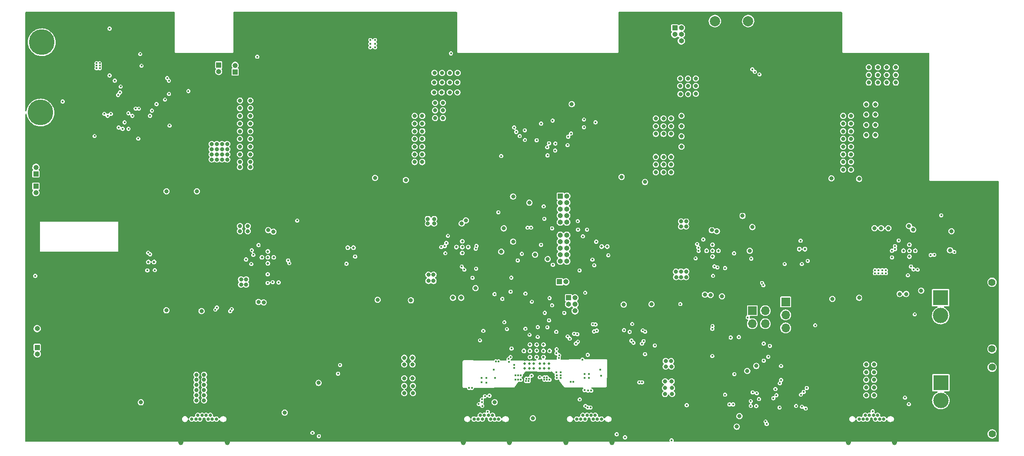
<source format=gbr>
%TF.GenerationSoftware,KiCad,Pcbnew,6.0.0*%
%TF.CreationDate,2022-01-14T14:38:34+01:00*%
%TF.ProjectId,PowerBank V0.2,506f7765-7242-4616-9e6b-2056302e322e,rev?*%
%TF.SameCoordinates,PX2aea540PY80befc0*%
%TF.FileFunction,Copper,L5,Inr*%
%TF.FilePolarity,Positive*%
%FSLAX46Y46*%
G04 Gerber Fmt 4.6, Leading zero omitted, Abs format (unit mm)*
G04 Created by KiCad (PCBNEW 6.0.0) date 2022-01-14 14:38:34*
%MOMM*%
%LPD*%
G01*
G04 APERTURE LIST*
%TA.AperFunction,ComponentPad*%
%ADD10R,1.000000X1.000000*%
%TD*%
%TA.AperFunction,ComponentPad*%
%ADD11O,1.000000X1.000000*%
%TD*%
%TA.AperFunction,ComponentPad*%
%ADD12C,1.400000*%
%TD*%
%TA.AperFunction,ComponentPad*%
%ADD13R,3.000000X3.000000*%
%TD*%
%TA.AperFunction,ComponentPad*%
%ADD14C,3.000000*%
%TD*%
%TA.AperFunction,ComponentPad*%
%ADD15C,0.800000*%
%TD*%
%TA.AperFunction,ComponentPad*%
%ADD16C,5.000000*%
%TD*%
%TA.AperFunction,ComponentPad*%
%ADD17C,0.400000*%
%TD*%
%TA.AperFunction,ComponentPad*%
%ADD18C,0.499999*%
%TD*%
%TA.AperFunction,ComponentPad*%
%ADD19C,2.000000*%
%TD*%
%TA.AperFunction,ComponentPad*%
%ADD20R,2.000000X2.000000*%
%TD*%
%TA.AperFunction,ComponentPad*%
%ADD21C,0.650000*%
%TD*%
%TA.AperFunction,ComponentPad*%
%ADD22O,1.000000X2.000000*%
%TD*%
%TA.AperFunction,ComponentPad*%
%ADD23R,1.700000X1.700000*%
%TD*%
%TA.AperFunction,ComponentPad*%
%ADD24O,1.700000X1.700000*%
%TD*%
%TA.AperFunction,ViaPad*%
%ADD25C,0.400000*%
%TD*%
%TA.AperFunction,ViaPad*%
%ADD26C,0.800000*%
%TD*%
G04 APERTURE END LIST*
D10*
%TO.N,Net-(C123-Pad1)*%
%TO.C,EN*%
X104225000Y32130000D03*
D11*
%TO.N,LDO_3.3V*%
X105495000Y32130000D03*
%TD*%
D10*
%TO.N,+3V3*%
%TO.C,3v3*%
X2244000Y50799000D03*
D11*
%TO.N,Net-(C254-Pad1)*%
X2244000Y49529000D03*
%TD*%
D10*
%TO.N,+3V3*%
%TO.C,IO8*%
X2244000Y53197000D03*
D11*
%TO.N,Net-(IC1-Pad22)*%
X2244000Y54467000D03*
%TD*%
D10*
%TO.N,Net-(C254-Pad1)*%
%TO.C,EN*%
X2498000Y19318000D03*
D11*
%TO.N,Net-(IC1-Pad8)*%
X2498000Y18048000D03*
%TD*%
D10*
%TO.N,GND*%
%TO.C,IO9*%
X2498000Y21716000D03*
D11*
%TO.N,Net-(IC1-Pad23)*%
X2498000Y22986000D03*
%TD*%
D12*
%TO.N,*%
%TO.C,J14*%
X188520000Y15445000D03*
X188520000Y2445000D03*
D13*
%TO.N,+BATT*%
X178520000Y12445000D03*
D14*
%TO.N,/power/MR2*%
X178520000Y8945000D03*
%TO.N,GND*%
X178520000Y5445000D03*
%TD*%
D15*
%TO.N,/WirelessPower/SW_BRG2*%
%TO.C,H2*%
X4712825Y80191825D03*
X3387000Y80741000D03*
X2061175Y80191825D03*
X1512000Y78866000D03*
X2061175Y77540175D03*
X3387000Y76991000D03*
X4712825Y77540175D03*
X5262000Y78866000D03*
D16*
X3387000Y78866000D03*
%TD*%
D15*
%TO.N,/WirelessPower/VCOIL*%
%TO.C,H1*%
X4458825Y66475825D03*
X3133000Y67025000D03*
X1807175Y66475825D03*
X1258000Y65150000D03*
X1807175Y63824175D03*
X3133000Y63275000D03*
X4458825Y63824175D03*
X5008000Y65150000D03*
D16*
X3133000Y65150000D03*
%TD*%
D10*
%TO.N,/BQ1/SPI_SS*%
%TO.C,FLASH*%
X106000000Y29000000D03*
D11*
%TO.N,/BQ1/SPI_CLK*%
X107270000Y29000000D03*
%TO.N,Net-(C123-Pad1)*%
X106000000Y27730000D03*
%TO.N,/BQ1/SPI_MOSI*%
X107270000Y27730000D03*
%TO.N,GND*%
X106000000Y26460000D03*
%TO.N,/BQ1/SPI_MISO*%
X107270000Y26460000D03*
%TD*%
D10*
%TO.N,+5V*%
%TO.C,J12*%
X126700000Y81670000D03*
D11*
%TO.N,/SDA2*%
X127970000Y81670000D03*
%TO.N,+3V3*%
X126700000Y80400000D03*
%TO.N,/SCL2*%
X127970000Y80400000D03*
%TO.N,GND*%
X126700000Y79130000D03*
%TO.N,/DISP*%
X127970000Y79130000D03*
%TD*%
D10*
%TO.N,Net-(J10-Pad2)*%
%TO.C,J11*%
X41050000Y73100000D03*
D11*
%TO.N,+5V*%
X41050000Y74370000D03*
%TD*%
D10*
%TO.N,+5V*%
%TO.C,J10*%
X37850000Y74450000D03*
D11*
%TO.N,Net-(J10-Pad2)*%
X37850000Y73180000D03*
%TD*%
D17*
%TO.N,/PC15*%
%TO.C,Y1*%
X138050000Y8200000D03*
%TO.N,/PC14*%
X137350000Y8200000D03*
%TD*%
D18*
%TO.N,N/C*%
%TO.C,U35*%
X64100001Y38800000D03*
X63000004Y38800000D03*
%TD*%
%TO.N,N/C*%
%TO.C,U34*%
X25250001Y36000000D03*
X24150004Y36000000D03*
%TD*%
%TO.N,N/C*%
%TO.C,U33*%
X113550001Y39000000D03*
X112450004Y39000000D03*
%TD*%
%TO.N,N/C*%
%TO.C,U32*%
X152050001Y38500000D03*
X150950004Y38500000D03*
%TD*%
%TO.N,N/C*%
%TO.C,U26*%
X135200000Y38200000D03*
X134050000Y39350000D03*
X134050000Y38200000D03*
X134050000Y37050000D03*
X132900000Y38200000D03*
%TD*%
%TO.N,N/C*%
%TO.C,U25*%
X100399999Y16200000D03*
X100399999Y15250000D03*
X102150000Y16200000D03*
X102150000Y15250000D03*
X101275001Y15250000D03*
X101275001Y16200000D03*
X99800000Y19850001D03*
X98480000Y19850001D03*
X99800000Y18675400D03*
X97300000Y18650000D03*
X98480000Y18650000D03*
X98480000Y17450000D03*
X99800000Y17450000D03*
X101120000Y17450000D03*
X101120000Y18650000D03*
X102300000Y18650000D03*
X101120000Y19850001D03*
X98350000Y16200000D03*
X98350000Y15250000D03*
X97475001Y15250000D03*
X97475001Y16200000D03*
X99225002Y15250000D03*
X99225002Y16200000D03*
%TD*%
%TO.N,N/C*%
%TO.C,U23*%
X86450000Y38900000D03*
X85300000Y40050000D03*
X85300000Y38900000D03*
X85300000Y37750000D03*
X84150000Y38900000D03*
%TD*%
%TO.N,N/C*%
%TO.C,U13*%
X173550000Y38200000D03*
X172400000Y39350000D03*
X172400000Y38200000D03*
X172400000Y37050000D03*
X171250000Y38200000D03*
%TD*%
D19*
%TO.N,/RESET*%
%TO.C,S1*%
X134500000Y83000000D03*
X141000000Y83000000D03*
%TO.N,GND*%
X134500000Y78500000D03*
D20*
X141000000Y78500000D03*
%TD*%
D21*
%TO.N,GND*%
%TO.C,J9*%
X93050000Y6050000D03*
%TO.N,unconnected-(J9-PadB2)*%
X92400000Y5350000D03*
%TO.N,unconnected-(J9-PadB3)*%
X91600000Y5350000D03*
%TO.N,/BQ1/VBUS2*%
X91200000Y6050000D03*
%TO.N,/BQ1/C2.2*%
X90800000Y5350000D03*
%TO.N,/BQ1/DP2*%
X90400000Y6050000D03*
%TO.N,/BQ1/DN2*%
X89600000Y6050000D03*
%TO.N,unconnected-(J9-PadB8)*%
X89200000Y5350000D03*
%TO.N,/BQ1/VBUS2*%
X88800000Y6050000D03*
%TO.N,unconnected-(J9-PadB10)*%
X88400000Y5350000D03*
%TO.N,unconnected-(J9-PadB11)*%
X87600000Y5350000D03*
%TO.N,GND*%
X86950000Y6050000D03*
D22*
X85500000Y6850000D03*
X94500000Y6850000D03*
X85500000Y1250000D03*
X94500000Y1250000D03*
%TD*%
D21*
%TO.N,GND*%
%TO.C,J8*%
X113050000Y6050000D03*
%TO.N,unconnected-(J8-PadB2)*%
X112400000Y5350000D03*
%TO.N,unconnected-(J8-PadB3)*%
X111600000Y5350000D03*
%TO.N,/BQ1/VBUS1*%
X111200000Y6050000D03*
%TO.N,/BQ1/C1.2*%
X110800000Y5350000D03*
%TO.N,/BQ1/DP1*%
X110400000Y6050000D03*
%TO.N,/BQ1/DN1*%
X109600000Y6050000D03*
%TO.N,unconnected-(J8-PadB8)*%
X109200000Y5350000D03*
%TO.N,/BQ1/VBUS1*%
X108800000Y6050000D03*
%TO.N,unconnected-(J8-PadB10)*%
X108400000Y5350000D03*
%TO.N,unconnected-(J8-PadB11)*%
X107600000Y5350000D03*
%TO.N,GND*%
X106950000Y6050000D03*
D22*
X105500000Y6850000D03*
X114500000Y6850000D03*
X105500000Y1250000D03*
X114500000Y1250000D03*
%TD*%
D21*
%TO.N,GND*%
%TO.C,J7*%
X168050000Y6050000D03*
%TO.N,unconnected-(J7-PadB2)*%
X167400000Y5350000D03*
%TO.N,unconnected-(J7-PadB3)*%
X166600000Y5350000D03*
%TO.N,VIN4*%
X166200000Y6050000D03*
%TO.N,unconnected-(J7-PadB5)*%
X165800000Y5350000D03*
%TO.N,/D+*%
X165400000Y6050000D03*
%TO.N,/D-*%
X164600000Y6050000D03*
%TO.N,unconnected-(J7-PadB8)*%
X164200000Y5350000D03*
%TO.N,VIN4*%
X163800000Y6050000D03*
%TO.N,unconnected-(J7-PadB10)*%
X163400000Y5350000D03*
%TO.N,unconnected-(J7-PadB11)*%
X162600000Y5350000D03*
%TO.N,GND*%
X161950000Y6050000D03*
D22*
X160500000Y6850000D03*
X169500000Y6850000D03*
X160500000Y1250000D03*
X169500000Y1250000D03*
%TD*%
D14*
%TO.N,GND*%
%TO.C,J6*%
X178500000Y22026000D03*
%TO.N,/power/MR1*%
X178500000Y25526000D03*
D13*
%TO.N,+BATT*%
X178500000Y29026000D03*
D12*
%TO.N,*%
X188500000Y19026000D03*
X188500000Y32026000D03*
%TD*%
D23*
%TO.N,+3V3*%
%TO.C,J5*%
X148300000Y28200000D03*
D24*
%TO.N,/TX*%
X148300000Y25660000D03*
%TO.N,/RX*%
X148300000Y23120000D03*
%TO.N,GND*%
X148300000Y20580000D03*
%TD*%
D10*
%TO.N,+5V*%
%TO.C,J4*%
X104400000Y48850000D03*
D11*
X105670000Y48850000D03*
%TO.N,+3V3*%
X104400000Y47580000D03*
X105670000Y47580000D03*
%TO.N,/INT4*%
X104400000Y46310000D03*
%TO.N,/INT3*%
X105670000Y46310000D03*
%TO.N,/OTG2*%
X104400000Y45040000D03*
%TO.N,/OTG3*%
X105670000Y45040000D03*
%TO.N,/SDA*%
X104400000Y43770000D03*
%TO.N,/SCL*%
X105670000Y43770000D03*
%TO.N,GND*%
X104400000Y42500000D03*
X105670000Y42500000D03*
%TO.N,/SDA*%
X104400000Y41230000D03*
%TO.N,/SCL*%
X105670000Y41230000D03*
%TO.N,/OTG2*%
X104400000Y39960000D03*
%TO.N,/OTG3*%
X105670000Y39960000D03*
%TO.N,/INT4*%
X104400000Y38690000D03*
%TO.N,/INT3*%
X105670000Y38690000D03*
%TO.N,+3V3*%
X104400000Y37420000D03*
X105670000Y37420000D03*
%TO.N,+5V*%
X104400000Y36150000D03*
X105670000Y36150000D03*
%TD*%
D23*
%TO.N,+3V3*%
%TO.C,J3*%
X141800000Y26500000D03*
D24*
X144340000Y26500000D03*
%TO.N,Net-(J3-Pad3)*%
X141800000Y23960000D03*
%TO.N,Net-(J3-Pad4)*%
X144340000Y23960000D03*
%TO.N,GND*%
X141800000Y21420000D03*
X144340000Y21420000D03*
%TD*%
D18*
%TO.N,N/C*%
%TO.C,U2*%
X48575081Y36899916D03*
X47425081Y38049916D03*
X47425081Y36899916D03*
X47425081Y35749916D03*
X46275081Y36899916D03*
%TD*%
D21*
%TO.N,GND*%
%TO.C,J1*%
X38050000Y6050000D03*
%TO.N,unconnected-(J1-PadB2)*%
X37400000Y5350000D03*
%TO.N,unconnected-(J1-PadB3)*%
X36600000Y5350000D03*
%TO.N,VIN1*%
X36200000Y6050000D03*
%TO.N,unconnected-(J1-PadB5)*%
X35800000Y5350000D03*
%TO.N,unconnected-(J1-PadB6)*%
X35400000Y6050000D03*
%TO.N,unconnected-(J1-PadB7)*%
X34600000Y6050000D03*
%TO.N,unconnected-(J1-PadB8)*%
X34200000Y5350000D03*
%TO.N,VIN1*%
X33800000Y6050000D03*
%TO.N,unconnected-(J1-PadB10)*%
X33400000Y5350000D03*
%TO.N,unconnected-(J1-PadB11)*%
X32600000Y5350000D03*
%TO.N,GND*%
X31950000Y6050000D03*
D22*
X30500000Y6850000D03*
X39500000Y6850000D03*
X30500000Y1250000D03*
X39500000Y1250000D03*
%TD*%
D25*
%TO.N,Net-(C254-Pad1)*%
X2117000Y33286000D03*
%TO.N,+3V3*%
X151469000Y7746000D03*
X172297000Y8254000D03*
%TO.N,/SDA2*%
X171535000Y9524000D03*
X147405000Y12953000D03*
%TO.N,/SCL2*%
X173440000Y25780000D03*
X147151000Y12318000D03*
%TO.N,/WirelessPower/VCOIL*%
X28279000Y62606000D03*
X7451000Y67309000D03*
%TO.N,/WirelessPower/3v3*%
X22564000Y76580000D03*
%TO.N,GND*%
X4784000Y26161000D03*
X8848000Y33781000D03*
X10753000Y33781000D03*
X12531000Y33781000D03*
X12531000Y31876000D03*
X10499000Y31876000D03*
X8594000Y31876000D03*
X8721000Y29971000D03*
X10626000Y29971000D03*
X12658000Y29971000D03*
%TO.N,/WirelessPower/V_BRIDGE*%
X14055000Y74802000D03*
X14055000Y74294000D03*
X14055000Y73786000D03*
X14690000Y73786000D03*
X14690000Y74294000D03*
X14690000Y74802000D03*
X15579000Y64896000D03*
X16849000Y64896000D03*
X16214000Y64515000D03*
%TO.N,GND*%
X16849000Y68325000D03*
X16849000Y67817000D03*
X16214000Y68325000D03*
X16214000Y67817000D03*
%TO.N,Net-(R132-Pad2)*%
X16595000Y72389000D03*
%TO.N,/WirelessPower/V_BRIDGE*%
X19516000Y63245000D03*
%TO.N,/WirelessPower/CSN*%
X24850000Y65531000D03*
%TO.N,/WirelessPower/CSP*%
X25739000Y66801000D03*
%TO.N,+BATT*%
X20278000Y61975000D03*
X19135000Y61975000D03*
X18373000Y62229000D03*
%TO.N,/WirelessPower/vcoil_ov*%
X22818000Y74294000D03*
%TO.N,/WirelessPower/V_BRIDGE*%
X20265000Y65023000D03*
X22310000Y65912000D03*
%TO.N,/WirelessPower/5V*%
X21675000Y65912000D03*
%TO.N,/WirelessPower/ISNS_OUT*%
X24469000Y64515000D03*
X22183000Y60070000D03*
%TO.N,GND*%
X24469000Y62229000D03*
%TO.N,Net-(R130-Pad2)*%
X13674000Y60578000D03*
X21040000Y64515000D03*
%TO.N,/WirelessPower/SW_BRG2*%
X18627000Y69087000D03*
X17611000Y71386000D03*
%TO.N,Net-(R133-Pad2)*%
X18246000Y68579000D03*
%TO.N,Net-(R132-Pad2)*%
X18754000Y70230000D03*
%TO.N,Net-(R133-Pad2)*%
X16595000Y81533000D03*
%TO.N,/WirelessPower/5V*%
X28152000Y71373000D03*
X31949000Y69341000D03*
%TO.N,/WirelessPower/1v8*%
X27804383Y71876095D03*
%TO.N,+BATT*%
X28158535Y68791203D03*
%TO.N,Net-(R127-Pad1)*%
X27390000Y67690000D03*
%TO.N,/TX1*%
X56125000Y2650000D03*
%TO.N,GND*%
X89100000Y12500000D03*
X90025000Y12475000D03*
X90000000Y13400000D03*
X109090000Y13330000D03*
X109980000Y13340000D03*
X109960000Y14140000D03*
X109100000Y14140000D03*
X71500000Y79000000D03*
D26*
X41100000Y37800000D03*
X24000000Y14500000D03*
X25500000Y14500000D03*
X27000000Y14500000D03*
X27000000Y13000000D03*
X25500000Y13000000D03*
X24000000Y13000000D03*
X24000000Y11500000D03*
X25500000Y11500000D03*
X27000000Y11500000D03*
X27000000Y10000000D03*
X25500000Y10000000D03*
X24000000Y10000000D03*
X24000000Y8500000D03*
X25500000Y8500000D03*
X27000000Y8500000D03*
X25000000Y60000000D03*
X26500000Y60000000D03*
X28000000Y60000000D03*
X29500000Y60000000D03*
X29500000Y58500000D03*
X28000000Y58500000D03*
X26500000Y58500000D03*
X25000000Y58500000D03*
X25000000Y57000000D03*
X26500000Y57000000D03*
X28000000Y57000000D03*
X29500000Y57000000D03*
X29500000Y55500000D03*
X28000000Y55500000D03*
X26500000Y55500000D03*
X25000000Y55500000D03*
X25000000Y54000000D03*
X26500000Y54000000D03*
X28000000Y54000000D03*
X29500000Y54000000D03*
X21500000Y47500000D03*
X23000000Y47500000D03*
X24500000Y47500000D03*
X24500000Y46000000D03*
X23000000Y46000000D03*
X21500000Y46000000D03*
X21500000Y44500000D03*
X23000000Y44500000D03*
X24500000Y44500000D03*
X22000000Y24000000D03*
X23500000Y24000000D03*
X25000000Y24000000D03*
X25000000Y22500000D03*
X23500000Y22500000D03*
X22000000Y22500000D03*
X115500000Y15500000D03*
X117000000Y15500000D03*
X118500000Y15500000D03*
X118500000Y14000000D03*
X117000000Y14000000D03*
X115500000Y14000000D03*
X115500000Y12500000D03*
X117000000Y12500000D03*
X118500000Y12500000D03*
X116000000Y24000000D03*
X116000000Y22500000D03*
X116020000Y20860000D03*
X117520000Y20870000D03*
X117500000Y24000000D03*
X114500000Y24000000D03*
X114500000Y22500000D03*
X114510000Y20840000D03*
X113000000Y24000000D03*
X113000000Y22500000D03*
X113020000Y20830000D03*
X111500000Y50500000D03*
X113000000Y50500000D03*
X114500000Y50500000D03*
X114500000Y49000000D03*
X113000000Y49000000D03*
X111500000Y49000000D03*
X110000000Y50500000D03*
X110000000Y49000000D03*
X110000000Y53500000D03*
X111500000Y53500000D03*
X113000000Y53500000D03*
X114500000Y53500000D03*
X114500000Y55000000D03*
X113000000Y55000000D03*
X111500000Y55000000D03*
X110000000Y55000000D03*
X114500000Y56500000D03*
X113000000Y56500000D03*
X140000000Y62500000D03*
X140000000Y61000000D03*
X140000000Y59500000D03*
X141500000Y59500000D03*
X141500000Y61000000D03*
X141500000Y62500000D03*
X143000000Y62500000D03*
X143000000Y61000000D03*
X143000000Y59500000D03*
X134000000Y64500000D03*
X134000000Y66450000D03*
X112500000Y65500000D03*
D25*
X106725000Y19850000D03*
X147550000Y7900000D03*
X142700000Y17300000D03*
X141500000Y11000000D03*
X93950000Y21100000D03*
X94650000Y18000000D03*
X106700000Y17875000D03*
X136575000Y14275000D03*
D26*
X113000000Y58000000D03*
X114500000Y58000000D03*
X114500000Y59500000D03*
X113000000Y59500000D03*
X114500000Y61000000D03*
X113000000Y61000000D03*
D25*
X89100001Y13399999D03*
X132550000Y9250000D03*
X137125000Y8675000D03*
X74125000Y79375000D03*
X74150000Y78775000D03*
X74825000Y79400000D03*
X74850000Y78800000D03*
X83600000Y77325000D03*
X151300000Y2950000D03*
D26*
X66500000Y15000000D03*
X68500000Y15000000D03*
X68500000Y13500000D03*
X66500000Y13500000D03*
X66500000Y6500000D03*
X68500000Y6500000D03*
X66500000Y5000000D03*
X68500000Y5000000D03*
X68500000Y3500000D03*
X66500000Y3500000D03*
X63000000Y28000000D03*
X64500000Y28000000D03*
X64500000Y26500000D03*
X63000000Y26500000D03*
X61000000Y48000000D03*
X62500000Y48000000D03*
X62500000Y46500000D03*
X61000000Y46500000D03*
X66500000Y63000000D03*
X69500000Y63000000D03*
X69500000Y60500000D03*
X66500000Y60500000D03*
X66500000Y58000000D03*
X69500000Y58000000D03*
X63000000Y63000000D03*
X63000000Y60500000D03*
X63000000Y58000000D03*
X150500000Y61000000D03*
X152500000Y61000000D03*
X154500000Y61000000D03*
X154500000Y59000000D03*
X152500000Y59000000D03*
X150500000Y59000000D03*
X150500000Y57000000D03*
X152500000Y57000000D03*
X154500000Y57000000D03*
X150500000Y75500000D03*
X152500000Y75500000D03*
X152500000Y73500000D03*
X150500000Y73500000D03*
X154500000Y26000000D03*
X151500000Y26000000D03*
X156000000Y15500000D03*
X158000000Y15500000D03*
X156000000Y17000000D03*
X158000000Y17000000D03*
X172000000Y13500000D03*
X172000000Y15500000D03*
X174500000Y24500000D03*
X174500000Y22500000D03*
X174500000Y20500000D03*
X174000000Y62500000D03*
X174000000Y69000000D03*
X174000000Y70500000D03*
X172500000Y70500000D03*
X172500000Y69000000D03*
X150500000Y55000000D03*
X152500000Y55000000D03*
X154500000Y55000000D03*
X41500000Y12900000D03*
X41500000Y14200000D03*
X41500000Y15400000D03*
X42800000Y15400000D03*
X42800000Y14200000D03*
X42900000Y12900000D03*
D25*
X77250000Y38050000D03*
D26*
%TO.N,VIN1*%
X33500000Y14000000D03*
X35000000Y14000000D03*
X35000000Y13000000D03*
X33500000Y13000000D03*
X33500000Y12000000D03*
X35000000Y12000000D03*
X35000000Y11000000D03*
X33500000Y11000000D03*
X33500000Y10000000D03*
X35000000Y10000000D03*
X35000000Y9000000D03*
X33500000Y9000000D03*
%TO.N,GNDA*%
X141300000Y38200000D03*
%TO.N,GND*%
X54600000Y37000000D03*
X55000000Y41300000D03*
X51300000Y31700000D03*
%TO.N,GNDA*%
X141800000Y42800000D03*
X135900000Y29300000D03*
X180300000Y38300000D03*
X180600000Y42000000D03*
X174700000Y30400000D03*
X87900000Y30890000D03*
X93400000Y42550000D03*
X92900000Y38000000D03*
%TO.N,Net-(C12-Pad1)*%
X46600000Y28100000D03*
%TO.N,Net-(C14-Pad1)*%
X45600000Y28200000D03*
D25*
%TO.N,Net-(C21-Pad2)*%
X43180000Y36480000D03*
D26*
X27650000Y26550000D03*
%TO.N,Net-(C22-Pad1)*%
X42200000Y31600000D03*
X43200000Y31600000D03*
X43200000Y32600000D03*
X42200000Y32600000D03*
%TO.N,Net-(C23-Pad1)*%
X42000000Y43000000D03*
X43500000Y43000000D03*
X43500000Y42000000D03*
X42000000Y42000000D03*
D25*
%TO.N,Net-(C24-Pad1)*%
X44300000Y38300000D03*
D26*
X27700000Y49800000D03*
%TO.N,Net-(C27-Pad1)*%
X36500000Y59000000D03*
X37500000Y59000000D03*
X38500000Y59000000D03*
X39500000Y59000000D03*
X39500000Y58000000D03*
X38500000Y58000000D03*
X37500000Y58000000D03*
X36500000Y58000000D03*
X36500000Y57000000D03*
X37500000Y57000000D03*
X38500000Y57000000D03*
X39500000Y57000000D03*
X39500000Y56000000D03*
X38500000Y56000000D03*
X37500000Y56000000D03*
X36500000Y56000000D03*
%TO.N,+BATT*%
X42000000Y67500000D03*
X44000000Y67500000D03*
X44000000Y66000000D03*
X42000000Y66000000D03*
X42000000Y64500000D03*
X44000000Y64500000D03*
X44000000Y63000000D03*
X44000000Y61500000D03*
X44000000Y60000000D03*
X44000000Y58500000D03*
X42000000Y58500000D03*
X42000000Y60000000D03*
X42000000Y61500000D03*
X42000000Y63000000D03*
X42000000Y57000000D03*
X44000000Y57000000D03*
X42000000Y55500000D03*
X44000000Y55500000D03*
X44000000Y54500000D03*
X42000000Y54500000D03*
X127775000Y71800000D03*
X129275000Y71800000D03*
X130775000Y71800000D03*
X130775000Y70350000D03*
X129275000Y70350000D03*
X127775000Y70350000D03*
X127800000Y68775000D03*
X129300000Y68775000D03*
X130800000Y68825000D03*
X128000000Y64500000D03*
X128000000Y62500000D03*
X128000000Y60500000D03*
X128000000Y58500000D03*
X164500000Y74000000D03*
X166250000Y74000000D03*
X168000000Y74000000D03*
X169750000Y74000000D03*
X169750000Y72500000D03*
X168000000Y72500000D03*
X166250000Y72500000D03*
X164500000Y72500000D03*
X164500000Y71000000D03*
X166250000Y71000000D03*
X168000000Y71000000D03*
X169750000Y71000000D03*
X164000000Y66750000D03*
X165750000Y66750000D03*
X165750000Y64750000D03*
X164000000Y64750000D03*
X164000000Y62750000D03*
X165750000Y62750000D03*
X165750000Y60750000D03*
X164000000Y60750000D03*
X79875000Y72900000D03*
X81375000Y72900000D03*
X82875000Y72900000D03*
X84375000Y72900000D03*
X84350000Y71025000D03*
X82850000Y71025000D03*
X81350000Y71025000D03*
X79850000Y71025000D03*
X79800000Y69075000D03*
X81300000Y69075000D03*
X84350000Y69100000D03*
X82850000Y69100000D03*
X80025000Y67075000D03*
X81525000Y67075000D03*
X81525000Y65575000D03*
X80025000Y65575000D03*
X80025000Y64075000D03*
X81525000Y64075000D03*
D25*
X67400000Y79300000D03*
X68300000Y79300000D03*
X68300000Y78600000D03*
X67400000Y78600000D03*
X67400000Y77900000D03*
X68300000Y77900000D03*
D26*
%TO.N,+3V3*%
X139300000Y5900000D03*
D25*
X136500000Y10100000D03*
X98800000Y13820000D03*
X62750000Y35650000D03*
D26*
X138775000Y3850000D03*
X140825000Y14700000D03*
X142575000Y15700000D03*
X99075000Y5475000D03*
D25*
X147400000Y15700000D03*
X92875000Y56675000D03*
X102900000Y63600000D03*
X100650000Y63000000D03*
X111000000Y35350000D03*
X102950000Y35450000D03*
D26*
X99480000Y37420000D03*
X95200000Y39950000D03*
X98350000Y47550000D03*
X95200000Y48750000D03*
D25*
X151450000Y35600000D03*
D26*
X106625000Y66800000D03*
D25*
X94000000Y22900000D03*
X126075000Y1200000D03*
X23950002Y34349998D03*
D26*
X50700000Y6600000D03*
X22700000Y8600000D03*
%TO.N,Net-(R16-Pad2)*%
X47500000Y42200000D03*
%TO.N,Net-(R18-Pad2)*%
X48500000Y41900000D03*
%TO.N,Net-(U1-Pad4)*%
X34500000Y26400000D03*
D25*
X44200000Y35600000D03*
%TO.N,Net-(U2-Pad24)*%
X45600000Y39300000D03*
D26*
X33600000Y49800000D03*
D25*
%TO.N,/BQ1/ILIM_HIZ1*%
X48370000Y32060000D03*
%TO.N,/BQ1/VDDA1*%
X49520000Y32000000D03*
X53140000Y44070000D03*
%TO.N,/BQ1/REGN1*%
X44600000Y37380000D03*
%TO.N,+5V*%
X94900000Y19100000D03*
X103675000Y19000000D03*
D26*
X57300000Y12400000D03*
X101950000Y36550000D03*
D25*
%TO.N,Net-(C65-Pad1)*%
X109090000Y11000000D03*
%TO.N,LDO_3.3V*%
X100400000Y13500000D03*
X112180000Y15000000D03*
X109750000Y17875000D03*
X91450000Y15000000D03*
X94425000Y16525000D03*
X89400000Y22550000D03*
X102300000Y28950000D03*
X93100000Y28800000D03*
D26*
%TO.N,VIN4*%
X164000000Y16000000D03*
X165500000Y16000000D03*
X164000000Y14500000D03*
X165500000Y14500000D03*
X165500000Y13000000D03*
X164000000Y13000000D03*
X164000000Y11500000D03*
X165500000Y11500000D03*
X165500000Y10000000D03*
X164000000Y10000000D03*
D25*
%TO.N,/BQ1/VBUS1*%
X108175000Y9175000D03*
X103680000Y13900000D03*
X103680000Y13330000D03*
X104460000Y13330000D03*
X104450000Y13920000D03*
X104430000Y14440000D03*
X103660000Y14440000D03*
%TO.N,/BQ1/ILIM_HIZ4*%
X173200000Y34550000D03*
D26*
%TO.N,Net-(C81-Pad1)*%
X171750000Y29750000D03*
D25*
%TO.N,/BQ1/VDDA4*%
X178600000Y45100000D03*
X174000000Y34500000D03*
D26*
%TO.N,Net-(C83-Pad1)*%
X170500000Y29750000D03*
D25*
%TO.N,Net-(C92-Pad2)*%
X169000000Y38200000D03*
D26*
X157400000Y28800000D03*
D25*
%TO.N,Net-(C93-Pad1)*%
X165700000Y33800000D03*
X166400000Y33800000D03*
X167100000Y33800000D03*
X167800000Y33800000D03*
X167800000Y34400000D03*
X167100000Y34400000D03*
X166400000Y34400000D03*
X165700000Y34400000D03*
%TO.N,/BQ1/VBUS2*%
X97740000Y13230000D03*
X97720000Y12740000D03*
X98240000Y12740000D03*
X98250000Y13210000D03*
D26*
X91625000Y8625000D03*
D25*
X88500000Y8250000D03*
D26*
%TO.N,Net-(C96-Pad1)*%
X165600000Y42600000D03*
X166900000Y42600000D03*
X168300000Y42600000D03*
D25*
%TO.N,Net-(C98-Pad1)*%
X169600000Y39100000D03*
D26*
X157200000Y52300000D03*
D25*
%TO.N,/BQ1/REGN4*%
X169600000Y38500000D03*
D26*
%TO.N,Net-(C101-Pad1)*%
X159500000Y64500000D03*
X161000000Y64500000D03*
X159500000Y63000000D03*
X161000000Y63000000D03*
X161000000Y61500000D03*
X159500000Y61500000D03*
X159500000Y60000000D03*
X161000000Y60000000D03*
X161000000Y58500000D03*
X159500000Y58500000D03*
X159500000Y57000000D03*
X161000000Y57000000D03*
X161000000Y55500000D03*
X159500000Y55500000D03*
X159500000Y54000000D03*
X161000000Y54000000D03*
D25*
%TO.N,Net-(C123-Pad1)*%
X102800000Y27550000D03*
%TO.N,VIN3*%
X96700000Y13900000D03*
X96200000Y13900000D03*
X95700000Y13900000D03*
D26*
X74000000Y13300000D03*
X75600000Y13300000D03*
X75700000Y11800000D03*
X74000000Y11800000D03*
X74000000Y10400000D03*
X75700000Y10400000D03*
X74000000Y16000000D03*
X75600000Y16000000D03*
X75600000Y17300000D03*
X74000000Y17300000D03*
D25*
X95700000Y13000000D03*
X96200000Y13000000D03*
X96700000Y13000000D03*
%TO.N,VIN2*%
X101280000Y13490000D03*
X101280000Y13030000D03*
X101780000Y13020000D03*
X102280000Y13020000D03*
X101780000Y13490000D03*
D26*
X124800000Y11400000D03*
X126130000Y11390000D03*
X126180000Y10250000D03*
X124790000Y10210000D03*
X124810000Y12710000D03*
X126090000Y12690000D03*
X126000000Y16640000D03*
X124920000Y16670000D03*
X124920000Y15580000D03*
X126050000Y15580000D03*
D25*
%TO.N,/BQ1/ILIM_HIZ3*%
X87300000Y32900000D03*
%TO.N,/BQ1/ILIM_HIZ2*%
X135000000Y34950000D03*
D26*
%TO.N,Net-(C144-Pad1)*%
X85100000Y29000000D03*
%TO.N,Net-(C145-Pad1)*%
X133650000Y29550000D03*
D25*
%TO.N,/BQ1/VDDA3*%
X88000000Y34700000D03*
X92325000Y45700000D03*
D26*
%TO.N,Net-(C147-Pad1)*%
X83500000Y29000000D03*
%TO.N,/BQ1/VDDA2*%
X139900000Y45000000D03*
D25*
X136500000Y34800000D03*
D26*
%TO.N,Net-(C149-Pad1)*%
X132550000Y29650000D03*
D25*
%TO.N,Net-(C164-Pad2)*%
X81200000Y38900000D03*
D26*
X68800000Y28600000D03*
D25*
%TO.N,Net-(C166-Pad2)*%
X131350000Y38150000D03*
D26*
X116750000Y27700000D03*
%TO.N,Net-(C168-Pad1)*%
X79700000Y32300000D03*
X79700000Y33500000D03*
X78700000Y32300000D03*
X78700000Y33500000D03*
%TO.N,Net-(C169-Pad1)*%
X126950000Y33050000D03*
X127950000Y33050000D03*
X128900000Y33050000D03*
X128950000Y34150000D03*
X127900000Y34150000D03*
X126900000Y34100000D03*
%TO.N,Net-(C170-Pad1)*%
X78600000Y43500000D03*
X79800000Y43500000D03*
X79800000Y44400000D03*
X78600000Y44400000D03*
%TO.N,Net-(C171-Pad1)*%
X127900000Y42900000D03*
X128900000Y42900000D03*
X128900000Y43900000D03*
X127900000Y43900000D03*
D25*
%TO.N,Net-(C172-Pad1)*%
X82200000Y39700000D03*
D26*
X68300000Y52400000D03*
D25*
%TO.N,Net-(C173-Pad1)*%
X131050000Y39500000D03*
D26*
X116350000Y52600000D03*
D25*
%TO.N,/BQ1/REGN3*%
X81899998Y39100002D03*
%TO.N,/BQ1/REGN2*%
X131300000Y38800000D03*
D26*
%TO.N,Net-(C178-Pad1)*%
X76000000Y64500000D03*
X77500000Y64500000D03*
X77500000Y63000000D03*
X76000000Y63000000D03*
X76000000Y61500000D03*
X77500000Y61500000D03*
X77500000Y60000000D03*
X76000000Y60000000D03*
X76000000Y58500000D03*
X77500000Y58500000D03*
X77500000Y57000000D03*
X76000000Y57000000D03*
X76000000Y55500000D03*
X77500000Y55500000D03*
%TO.N,Net-(C181-Pad1)*%
X123000000Y64000000D03*
X124500000Y64000000D03*
X126000000Y64000000D03*
X126000000Y62500000D03*
X124500000Y62500000D03*
X123000000Y62500000D03*
X123000000Y61000000D03*
X124500000Y61000000D03*
X126000000Y61000000D03*
X126000000Y55000000D03*
X124500000Y55000000D03*
X123000000Y55000000D03*
X123000000Y53500000D03*
X124500000Y53500000D03*
X126000000Y53500000D03*
X126000000Y56500000D03*
X124500000Y56500000D03*
X123000000Y56500000D03*
D25*
%TO.N,Net-(C219-Pad2)*%
X100000000Y21380000D03*
%TO.N,Net-(J3-Pad4)*%
X140900000Y25175000D03*
%TO.N,/INT3*%
X142300000Y73100000D03*
%TO.N,/INT4*%
X141800000Y73600000D03*
%TO.N,/OTG3*%
X143100000Y9250000D03*
X118250000Y20650000D03*
X116800000Y22700000D03*
X108150000Y34350000D03*
%TO.N,/OTG2*%
X141500000Y8850000D03*
X109250000Y30000000D03*
X100650000Y39350000D03*
X118650000Y20250000D03*
X117900000Y22350000D03*
X118400000Y23900000D03*
%TO.N,/SCL*%
X144600000Y4380000D03*
X120300000Y20070000D03*
X103610000Y22370000D03*
X101880000Y23260000D03*
X24500000Y37500000D03*
X37200000Y26700000D03*
X40100000Y26400000D03*
X120300000Y12500000D03*
X61100000Y14200000D03*
X110750000Y23850000D03*
X110950000Y22440000D03*
X107850000Y42300000D03*
X109000000Y62300000D03*
X109600000Y42300000D03*
X120450000Y22650000D03*
X134050000Y23500000D03*
X143700000Y31900000D03*
X151200000Y40150000D03*
%TO.N,/SDA*%
X120610000Y20550000D03*
X144380000Y4870000D03*
X24100000Y37800000D03*
X37500000Y27100000D03*
X40400000Y26800000D03*
X119800000Y12500000D03*
X61500000Y15900000D03*
X111500000Y22600000D03*
X111250000Y23800000D03*
X110650000Y36450000D03*
X102800000Y42550000D03*
X109000000Y63800000D03*
X111399999Y39950001D03*
X148100000Y35600000D03*
X143950000Y31450000D03*
X134000000Y22950000D03*
X120900000Y22400000D03*
%TO.N,/RX*%
X151250000Y10100000D03*
%TO.N,/TX*%
X151810000Y10640000D03*
%TO.N,/BQ1/C1.1*%
X109300000Y7900000D03*
X109800000Y10900000D03*
%TO.N,/BQ1/DP1*%
X109730150Y7600000D03*
X106390150Y12580000D03*
%TO.N,/BQ1/DN1*%
X110269850Y7600000D03*
X106929850Y12580000D03*
%TO.N,/BQ1/C1.2*%
X110400000Y10900000D03*
%TO.N,/BQ1/C2.1*%
X89200000Y7900000D03*
X89700000Y9800000D03*
%TO.N,/BQ1/DP2*%
X89110000Y8640150D03*
X86620150Y11420000D03*
%TO.N,/BQ1/DN2*%
X89110000Y9179850D03*
X87159850Y11420000D03*
X90270000Y6760000D03*
%TO.N,/BQ1/C2.2*%
X90600000Y9900000D03*
%TO.N,/OTG1*%
X47400000Y31900000D03*
X144025000Y16750000D03*
X93500000Y24250000D03*
X108810000Y41010000D03*
X120900000Y18000000D03*
X134000000Y17650000D03*
%TO.N,/BQ1/CHRG_OK3*%
X85200000Y35100000D03*
X91575000Y29725000D03*
X103400000Y57750000D03*
X94850000Y32950000D03*
%TO.N,/BQ1/SDA1*%
X51600000Y35750000D03*
X95400000Y62250000D03*
%TO.N,/BQ1/SCL1*%
X51375000Y36300000D03*
X96487500Y60562500D03*
%TO.N,/PC13*%
X141500000Y7900000D03*
%TO.N,/BOOT0*%
X142675000Y10375000D03*
X139175000Y21350000D03*
%TO.N,/INT2*%
X143200000Y72600000D03*
X102200000Y59150000D03*
X101900000Y56800000D03*
X101150000Y46850000D03*
%TO.N,/OTG4*%
X172700000Y35100000D03*
X144900000Y17500000D03*
X154050000Y23650000D03*
X144025000Y20075000D03*
X107800000Y43975000D03*
X101290000Y44435000D03*
%TO.N,/RESET*%
X141850000Y10550000D03*
%TO.N,/BOOT1*%
X137600000Y21250000D03*
%TO.N,/INT1*%
X122800000Y19700000D03*
X152200000Y7400000D03*
X152400000Y11400000D03*
%TO.N,/BQ1/FLT*%
X112350000Y13760000D03*
%TO.N,/BQ1/FLT1*%
X91725000Y13400000D03*
%TO.N,/BQ1/CHRG_OK4*%
X172100000Y33400000D03*
X181150000Y37950000D03*
X111250000Y63250000D03*
%TO.N,/BQ1/SDA4*%
X176550000Y37350000D03*
X105925000Y60425000D03*
%TO.N,/BQ1/SCL4*%
X106475000Y61075000D03*
X177250000Y37400000D03*
D26*
%TO.N,Net-(R63-Pad2)*%
X172325000Y43025000D03*
%TO.N,Net-(R65-Pad2)*%
X173100000Y42300000D03*
D25*
%TO.N,/BQ1/SPI_SS*%
X98410000Y21800000D03*
X101375000Y26075000D03*
X102200000Y24600000D03*
%TO.N,/BQ1/SPI_MISO*%
X100010000Y23290000D03*
%TO.N,/BQ1/OTG3*%
X85700000Y34500000D03*
X103640000Y18190000D03*
X94710000Y30210000D03*
%TO.N,/BQ1/OTG2*%
X134400000Y35150000D03*
X127780000Y27790000D03*
X97599999Y22975001D03*
%TO.N,/BQ1/CHRG_OK2*%
X134150000Y33300000D03*
X97500000Y59800000D03*
X105800000Y58800000D03*
X99800000Y59750000D03*
%TO.N,/BQ1/SDA3*%
X87930000Y38580000D03*
X104180000Y17790000D03*
X101850000Y58375000D03*
X96100000Y36300000D03*
%TO.N,/BQ1/SDA2*%
X105830000Y21460000D03*
X141590000Y36650000D03*
X107100000Y22000000D03*
X98000000Y42700000D03*
%TO.N,/BQ1/SCL3*%
X104090000Y17260000D03*
X88060000Y39110000D03*
X103425000Y59100000D03*
X96900000Y37600000D03*
%TO.N,/BQ1/SCL2*%
X138240000Y37680000D03*
X106230000Y21030000D03*
X107700000Y21900000D03*
X98700000Y42700000D03*
D26*
%TO.N,Net-(R103-Pad2)*%
X85200000Y43500000D03*
%TO.N,Net-(R105-Pad2)*%
X133900000Y42200000D03*
%TO.N,Net-(R106-Pad2)*%
X86000000Y44100000D03*
%TO.N,Net-(R109-Pad2)*%
X134900000Y42000000D03*
D25*
%TO.N,Net-(R115-Pad2)*%
X152600000Y36210000D03*
%TO.N,Net-(R117-Pad2)*%
X113750001Y37299999D03*
%TO.N,Net-(R118-Pad2)*%
X25400000Y34400000D03*
%TO.N,Net-(R121-Pad2)*%
X64425000Y37050000D03*
%TO.N,/MOSI*%
X146300000Y11200000D03*
%TO.N,/MISO*%
X145900000Y9400000D03*
%TO.N,/CLK*%
X146500000Y10000000D03*
%TO.N,/SS*%
X147100000Y7600000D03*
X142570000Y7875000D03*
%TO.N,Net-(U12-Pad4)*%
X169000000Y36900000D03*
D26*
X162600000Y29000000D03*
D25*
%TO.N,Net-(U13-Pad24)*%
X170300000Y40200000D03*
D26*
X162600000Y52200000D03*
D25*
%TO.N,/BQ1/PDP1*%
X94700813Y17440813D03*
%TO.N,/BQ1/PDN1*%
X94319187Y17059187D03*
%TO.N,/BQ1/S1*%
X108725000Y16950000D03*
%TO.N,/BQ1/SPI_CLK*%
X98850000Y28240000D03*
%TO.N,/BQ1/SPI_MOSI*%
X97595000Y29825000D03*
X105175000Y26050000D03*
%TO.N,Net-(U21-Pad4)*%
X82000000Y37700000D03*
D26*
X75300000Y28500000D03*
D25*
%TO.N,Net-(U22-Pad4)*%
X130750000Y36700000D03*
D26*
X122150000Y27750000D03*
D25*
%TO.N,Net-(U23-Pad24)*%
X82500000Y41100000D03*
D26*
X74300000Y52000000D03*
D25*
%TO.N,Net-(U26-Pad24)*%
X132250000Y40400000D03*
D26*
X120900000Y51600000D03*
D25*
%TO.N,/FAN*%
X83100000Y76700000D03*
X45350000Y76050000D03*
%TO.N,/DISP*%
X145225000Y19625000D03*
X150325000Y7900000D03*
%TO.N,/D-*%
X165250000Y6850000D03*
%TO.N,/RX1*%
X57363021Y2013021D03*
X117000000Y1775000D03*
X129025000Y8050000D03*
%TO.N,/TX1*%
X138300000Y14125000D03*
X115375000Y2375000D03*
%TO.N,/BQ1/CHRG_OK1*%
X47400000Y33600000D03*
X95825000Y61375000D03*
X97475000Y61700000D03*
%TO.N,/BQ1/S2*%
X88750000Y20700000D03*
%TO.N,/BQ1/PDP2*%
X95370000Y15869849D03*
%TO.N,/BQ1/PDN2*%
X95370000Y15330149D03*
%TO.N,/BQ1/PN1*%
X92369850Y16600000D03*
X107434187Y20059187D03*
%TO.N,/BQ1/PP1*%
X91830150Y16600000D03*
X107815813Y20440813D03*
%TD*%
%TA.AperFunction,Conductor*%
%TO.N,GND*%
G36*
X29242121Y84779998D02*
G01*
X29288614Y84726342D01*
X29300000Y84674000D01*
X29300000Y77005877D01*
X29299955Y76954551D01*
X29306098Y76941758D01*
X29307227Y76936790D01*
X29309785Y76929465D01*
X29311994Y76924875D01*
X29315150Y76911038D01*
X29323994Y76899939D01*
X29326364Y76895015D01*
X29329916Y76889353D01*
X29333312Y76885084D01*
X29339453Y76872295D01*
X29350536Y76863432D01*
X29353707Y76859446D01*
X29359191Y76853952D01*
X29363173Y76850773D01*
X29372015Y76839677D01*
X29384793Y76833514D01*
X29389064Y76830104D01*
X29394714Y76826546D01*
X29399634Y76824168D01*
X29410715Y76815306D01*
X29424543Y76812126D01*
X29429124Y76809912D01*
X29436449Y76807339D01*
X29441420Y76806201D01*
X29454202Y76800035D01*
X29477213Y76800015D01*
X29477211Y76798003D01*
X29477277Y76797988D01*
X29477277Y76800000D01*
X29494123Y76800000D01*
X29545449Y76799955D01*
X29545445Y76795150D01*
X29545543Y76795144D01*
X29545543Y76800000D01*
X40494123Y76800000D01*
X40531258Y76799967D01*
X40531260Y76799967D01*
X40545449Y76799955D01*
X40558242Y76806098D01*
X40563210Y76807227D01*
X40570535Y76809785D01*
X40575125Y76811994D01*
X40588962Y76815150D01*
X40600061Y76823994D01*
X40604985Y76826364D01*
X40610647Y76829916D01*
X40614916Y76833312D01*
X40627705Y76839453D01*
X40636568Y76850536D01*
X40640554Y76853707D01*
X40646048Y76859191D01*
X40649227Y76863173D01*
X40660323Y76872015D01*
X40666486Y76884793D01*
X40669896Y76889064D01*
X40673454Y76894714D01*
X40675832Y76899634D01*
X40684694Y76910715D01*
X40687874Y76924543D01*
X40690088Y76929124D01*
X40692661Y76936449D01*
X40693799Y76941420D01*
X40699965Y76954202D01*
X40699985Y76977213D01*
X40701997Y76977211D01*
X40702012Y76977277D01*
X40700000Y76977277D01*
X40700000Y76994123D01*
X40700045Y77045449D01*
X40704850Y77045445D01*
X40704856Y77045543D01*
X40700000Y77045543D01*
X40700000Y77900000D01*
X66994508Y77900000D01*
X66996059Y77890207D01*
X67001334Y77856905D01*
X67014354Y77774696D01*
X67071950Y77661658D01*
X67161658Y77571950D01*
X67274696Y77514354D01*
X67284485Y77512804D01*
X67284487Y77512803D01*
X67390207Y77496059D01*
X67400000Y77494508D01*
X67409793Y77496059D01*
X67515513Y77512803D01*
X67515515Y77512804D01*
X67525304Y77514354D01*
X67638342Y77571950D01*
X67728050Y77661658D01*
X67737733Y77680662D01*
X67786481Y77732277D01*
X67855396Y77749343D01*
X67922598Y77726442D01*
X67962267Y77680662D01*
X67971950Y77661658D01*
X68061658Y77571950D01*
X68174696Y77514354D01*
X68184485Y77512804D01*
X68184487Y77512803D01*
X68290207Y77496059D01*
X68300000Y77494508D01*
X68309793Y77496059D01*
X68415513Y77512803D01*
X68415515Y77512804D01*
X68425304Y77514354D01*
X68538342Y77571950D01*
X68628050Y77661658D01*
X68685646Y77774696D01*
X68698667Y77856905D01*
X68703941Y77890207D01*
X68705492Y77900000D01*
X68700301Y77932774D01*
X68687197Y78015513D01*
X68687196Y78015515D01*
X68685646Y78025304D01*
X68628050Y78138342D01*
X68605487Y78160905D01*
X68571461Y78223217D01*
X68576526Y78294032D01*
X68605487Y78339095D01*
X68628050Y78361658D01*
X68685646Y78474696D01*
X68687247Y78484801D01*
X68703941Y78590207D01*
X68705492Y78600000D01*
X68685646Y78725304D01*
X68628050Y78838342D01*
X68605487Y78860905D01*
X68571461Y78923217D01*
X68576526Y78994032D01*
X68605487Y79039095D01*
X68628050Y79061658D01*
X68685646Y79174696D01*
X68705492Y79300000D01*
X68685646Y79425304D01*
X68628050Y79538342D01*
X68538342Y79628050D01*
X68425304Y79685646D01*
X68415515Y79687196D01*
X68415513Y79687197D01*
X68309793Y79703941D01*
X68300000Y79705492D01*
X68290207Y79703941D01*
X68184487Y79687197D01*
X68184485Y79687196D01*
X68174696Y79685646D01*
X68061658Y79628050D01*
X67971950Y79538342D01*
X67967450Y79529510D01*
X67962267Y79519338D01*
X67913519Y79467723D01*
X67844604Y79450657D01*
X67777402Y79473558D01*
X67737733Y79519338D01*
X67732550Y79529510D01*
X67728050Y79538342D01*
X67638342Y79628050D01*
X67525304Y79685646D01*
X67515515Y79687196D01*
X67515513Y79687197D01*
X67409793Y79703941D01*
X67400000Y79705492D01*
X67390207Y79703941D01*
X67284487Y79687197D01*
X67284485Y79687196D01*
X67274696Y79685646D01*
X67161658Y79628050D01*
X67071950Y79538342D01*
X67014354Y79425304D01*
X66994508Y79300000D01*
X67014354Y79174696D01*
X67071950Y79061658D01*
X67094513Y79039095D01*
X67128539Y78976783D01*
X67123474Y78905968D01*
X67094513Y78860905D01*
X67071950Y78838342D01*
X67014354Y78725304D01*
X66994508Y78600000D01*
X66996059Y78590207D01*
X67012754Y78484801D01*
X67014354Y78474696D01*
X67071950Y78361658D01*
X67094513Y78339095D01*
X67128539Y78276783D01*
X67123474Y78205968D01*
X67094513Y78160905D01*
X67071950Y78138342D01*
X67014354Y78025304D01*
X67012804Y78015515D01*
X67012803Y78015513D01*
X66999699Y77932774D01*
X66994508Y77900000D01*
X40700000Y77900000D01*
X40700000Y84674000D01*
X40720002Y84742121D01*
X40773658Y84788614D01*
X40826000Y84800000D01*
X84174000Y84800000D01*
X84242121Y84779998D01*
X84288614Y84726342D01*
X84300000Y84674000D01*
X84300000Y77005877D01*
X84299955Y76954551D01*
X84306098Y76941758D01*
X84307227Y76936790D01*
X84309785Y76929465D01*
X84311994Y76924875D01*
X84315150Y76911038D01*
X84323994Y76899939D01*
X84326364Y76895015D01*
X84329916Y76889353D01*
X84333312Y76885084D01*
X84339453Y76872295D01*
X84350536Y76863432D01*
X84353707Y76859446D01*
X84359191Y76853952D01*
X84363173Y76850773D01*
X84372015Y76839677D01*
X84384793Y76833514D01*
X84389064Y76830104D01*
X84394714Y76826546D01*
X84399634Y76824168D01*
X84410715Y76815306D01*
X84424543Y76812126D01*
X84429124Y76809912D01*
X84436449Y76807339D01*
X84441420Y76806201D01*
X84454202Y76800035D01*
X84477213Y76800015D01*
X84477211Y76798003D01*
X84477277Y76797988D01*
X84477277Y76800000D01*
X84494123Y76800000D01*
X84545449Y76799955D01*
X84545445Y76795150D01*
X84545543Y76795144D01*
X84545543Y76800000D01*
X115494123Y76800000D01*
X115531258Y76799967D01*
X115531260Y76799967D01*
X115545449Y76799955D01*
X115558242Y76806098D01*
X115563210Y76807227D01*
X115570535Y76809785D01*
X115575125Y76811994D01*
X115588962Y76815150D01*
X115600061Y76823994D01*
X115604985Y76826364D01*
X115610647Y76829916D01*
X115614916Y76833312D01*
X115627705Y76839453D01*
X115636568Y76850536D01*
X115640554Y76853707D01*
X115646048Y76859191D01*
X115649227Y76863173D01*
X115660323Y76872015D01*
X115666486Y76884793D01*
X115669896Y76889064D01*
X115673454Y76894714D01*
X115675832Y76899634D01*
X115684694Y76910715D01*
X115687874Y76924543D01*
X115690088Y76929124D01*
X115692661Y76936449D01*
X115693799Y76941420D01*
X115699965Y76954202D01*
X115699985Y76977213D01*
X115701997Y76977211D01*
X115702012Y76977277D01*
X115700000Y76977277D01*
X115700000Y76994123D01*
X115700045Y77045449D01*
X115704850Y77045445D01*
X115704856Y77045543D01*
X115700000Y77045543D01*
X115700000Y80407389D01*
X125994394Y80407389D01*
X126012999Y80238865D01*
X126071266Y80079644D01*
X126075502Y80073341D01*
X126075502Y80073340D01*
X126088574Y80053887D01*
X126165830Y79938917D01*
X126171442Y79933810D01*
X126171445Y79933807D01*
X126285612Y79829923D01*
X126285616Y79829920D01*
X126291233Y79824809D01*
X126297906Y79821186D01*
X126297910Y79821183D01*
X126433558Y79747533D01*
X126433560Y79747532D01*
X126440235Y79743908D01*
X126447584Y79741980D01*
X126596883Y79702812D01*
X126596885Y79702812D01*
X126604233Y79700884D01*
X126690609Y79699527D01*
X126766161Y79698340D01*
X126766164Y79698340D01*
X126773760Y79698221D01*
X126781165Y79699917D01*
X126781166Y79699917D01*
X126841586Y79713755D01*
X126939029Y79736072D01*
X127090498Y79812253D01*
X127219423Y79922366D01*
X127231504Y79939179D01*
X127287497Y79982826D01*
X127358201Y79989273D01*
X127421166Y79956471D01*
X127429207Y79947986D01*
X127431594Y79945220D01*
X127435830Y79938917D01*
X127441446Y79933807D01*
X127441449Y79933804D01*
X127524958Y79857816D01*
X127561880Y79797176D01*
X127560157Y79726200D01*
X127522987Y79669674D01*
X127445604Y79602169D01*
X127441237Y79595955D01*
X127387390Y79519338D01*
X127348113Y79463453D01*
X127286524Y79305487D01*
X127285532Y79297954D01*
X127285532Y79297953D01*
X127265968Y79149343D01*
X127264394Y79137389D01*
X127282999Y78968865D01*
X127341266Y78809644D01*
X127345502Y78803341D01*
X127345502Y78803340D01*
X127358574Y78783887D01*
X127435830Y78668917D01*
X127441442Y78663810D01*
X127441445Y78663807D01*
X127555612Y78559923D01*
X127555616Y78559920D01*
X127561233Y78554809D01*
X127567906Y78551186D01*
X127567910Y78551183D01*
X127703558Y78477533D01*
X127703560Y78477532D01*
X127710235Y78473908D01*
X127717584Y78471980D01*
X127866883Y78432812D01*
X127866885Y78432812D01*
X127874233Y78430884D01*
X127960609Y78429527D01*
X128036161Y78428340D01*
X128036164Y78428340D01*
X128043760Y78428221D01*
X128051165Y78429917D01*
X128051166Y78429917D01*
X128135985Y78449343D01*
X128209029Y78466072D01*
X128360498Y78542253D01*
X128489423Y78652366D01*
X128588361Y78790053D01*
X128597016Y78811582D01*
X128648766Y78940313D01*
X128648767Y78940315D01*
X128651601Y78947366D01*
X128669124Y79070491D01*
X128674909Y79111138D01*
X128674909Y79111141D01*
X128675490Y79115222D01*
X128675645Y79130000D01*
X128673840Y79144920D01*
X128667809Y79194749D01*
X128655276Y79298320D01*
X128595345Y79456923D01*
X128539062Y79538815D01*
X128503614Y79590392D01*
X128503613Y79590393D01*
X128499312Y79596651D01*
X128415663Y79671180D01*
X128378107Y79731430D01*
X128379088Y79802420D01*
X128417652Y79861067D01*
X128483648Y79917433D01*
X128483651Y79917436D01*
X128489423Y79922366D01*
X128588361Y80060053D01*
X128596237Y80079644D01*
X128648766Y80210313D01*
X128648767Y80210315D01*
X128651601Y80217366D01*
X128675490Y80385222D01*
X128675645Y80400000D01*
X128673840Y80414920D01*
X128656188Y80560780D01*
X128655276Y80568320D01*
X128595345Y80726923D01*
X128586581Y80739674D01*
X128503614Y80860392D01*
X128503613Y80860393D01*
X128499312Y80866651D01*
X128477616Y80885982D01*
X128415663Y80941180D01*
X128378107Y81001430D01*
X128379088Y81072420D01*
X128417652Y81131067D01*
X128483648Y81187433D01*
X128483651Y81187436D01*
X128489423Y81192366D01*
X128588361Y81330053D01*
X128651601Y81487366D01*
X128663531Y81571191D01*
X128674909Y81651138D01*
X128674909Y81651141D01*
X128675490Y81655222D01*
X128675645Y81670000D01*
X128655276Y81838320D01*
X128595345Y81996923D01*
X128552109Y82059832D01*
X128503614Y82130392D01*
X128503613Y82130393D01*
X128499312Y82136651D01*
X128487156Y82147482D01*
X128378392Y82244388D01*
X128378388Y82244390D01*
X128372721Y82249440D01*
X128222881Y82328776D01*
X128058441Y82370081D01*
X128050843Y82370121D01*
X128050841Y82370121D01*
X127973668Y82370525D01*
X127888895Y82370969D01*
X127881508Y82369195D01*
X127881504Y82369195D01*
X127738162Y82334780D01*
X127724032Y82331388D01*
X127717288Y82327907D01*
X127717285Y82327906D01*
X127603357Y82269103D01*
X127573369Y82253625D01*
X127562515Y82244157D01*
X127498036Y82214448D01*
X127427729Y82224316D01*
X127374921Y82269103D01*
X127351445Y82304237D01*
X127351443Y82304239D01*
X127344552Y82314552D01*
X127278231Y82358867D01*
X127266062Y82361288D01*
X127266061Y82361288D01*
X127225816Y82369293D01*
X127219748Y82370500D01*
X126180252Y82370500D01*
X126174184Y82369293D01*
X126133939Y82361288D01*
X126133938Y82361288D01*
X126121769Y82358867D01*
X126055448Y82314552D01*
X126011133Y82248231D01*
X125999500Y82189748D01*
X125999500Y81150252D01*
X126000707Y81144184D01*
X126003716Y81129059D01*
X126011133Y81091769D01*
X126055448Y81025448D01*
X126065761Y81018557D01*
X126065763Y81018555D01*
X126103248Y80993508D01*
X126148776Y80939031D01*
X126157623Y80868587D01*
X126136333Y80816293D01*
X126082484Y80739674D01*
X126082480Y80739667D01*
X126078113Y80733453D01*
X126016524Y80575487D01*
X126015532Y80567954D01*
X126015532Y80567953D01*
X125995845Y80418410D01*
X125994394Y80407389D01*
X115700000Y80407389D01*
X115700000Y83031560D01*
X133294770Y83031560D01*
X133309200Y82811396D01*
X133310621Y82805800D01*
X133310622Y82805795D01*
X133362090Y82603143D01*
X133363511Y82597548D01*
X133365928Y82592306D01*
X133365928Y82592305D01*
X133404046Y82509621D01*
X133455883Y82397179D01*
X133583222Y82216998D01*
X133741264Y82063039D01*
X133746060Y82059834D01*
X133746063Y82059832D01*
X133830261Y82003573D01*
X133924717Y81940460D01*
X133930020Y81938182D01*
X133930023Y81938180D01*
X134122129Y81855645D01*
X134127436Y81853365D01*
X134162535Y81845423D01*
X134336995Y81805946D01*
X134337001Y81805945D01*
X134342632Y81804671D01*
X134348403Y81804444D01*
X134348405Y81804444D01*
X134416211Y81801780D01*
X134563098Y81796009D01*
X134672275Y81811839D01*
X134775738Y81826840D01*
X134775743Y81826841D01*
X134781452Y81827669D01*
X134786916Y81829524D01*
X134786921Y81829525D01*
X134984907Y81896732D01*
X134984912Y81896734D01*
X134990379Y81898590D01*
X135018155Y81914145D01*
X135070875Y81943670D01*
X135182884Y82006398D01*
X135352518Y82147482D01*
X135382525Y82183561D01*
X135489908Y82312674D01*
X135489910Y82312677D01*
X135493602Y82317116D01*
X135601410Y82509621D01*
X135603266Y82515088D01*
X135603268Y82515093D01*
X135670475Y82713079D01*
X135670476Y82713084D01*
X135672331Y82718548D01*
X135673159Y82724257D01*
X135673160Y82724262D01*
X135703458Y82933228D01*
X135703991Y82936902D01*
X135705643Y83000000D01*
X135702743Y83031560D01*
X139794770Y83031560D01*
X139809200Y82811396D01*
X139810621Y82805800D01*
X139810622Y82805795D01*
X139862090Y82603143D01*
X139863511Y82597548D01*
X139865928Y82592306D01*
X139865928Y82592305D01*
X139904046Y82509621D01*
X139955883Y82397179D01*
X140083222Y82216998D01*
X140241264Y82063039D01*
X140246060Y82059834D01*
X140246063Y82059832D01*
X140330261Y82003573D01*
X140424717Y81940460D01*
X140430020Y81938182D01*
X140430023Y81938180D01*
X140622129Y81855645D01*
X140627436Y81853365D01*
X140662535Y81845423D01*
X140836995Y81805946D01*
X140837001Y81805945D01*
X140842632Y81804671D01*
X140848403Y81804444D01*
X140848405Y81804444D01*
X140916211Y81801780D01*
X141063098Y81796009D01*
X141172275Y81811839D01*
X141275738Y81826840D01*
X141275743Y81826841D01*
X141281452Y81827669D01*
X141286916Y81829524D01*
X141286921Y81829525D01*
X141484907Y81896732D01*
X141484912Y81896734D01*
X141490379Y81898590D01*
X141518155Y81914145D01*
X141570875Y81943670D01*
X141682884Y82006398D01*
X141852518Y82147482D01*
X141882525Y82183561D01*
X141989908Y82312674D01*
X141989910Y82312677D01*
X141993602Y82317116D01*
X142101410Y82509621D01*
X142103266Y82515088D01*
X142103268Y82515093D01*
X142170475Y82713079D01*
X142170476Y82713084D01*
X142172331Y82718548D01*
X142173159Y82724257D01*
X142173160Y82724262D01*
X142203458Y82933228D01*
X142203991Y82936902D01*
X142205643Y83000000D01*
X142185454Y83219711D01*
X142125565Y83432064D01*
X142027980Y83629947D01*
X141895967Y83806733D01*
X141733949Y83956501D01*
X141547350Y84074236D01*
X141342421Y84155994D01*
X141336761Y84157120D01*
X141336757Y84157121D01*
X141131691Y84197911D01*
X141131688Y84197911D01*
X141126024Y84199038D01*
X141120249Y84199114D01*
X141120245Y84199114D01*
X141009504Y84200563D01*
X140905406Y84201926D01*
X140899709Y84200947D01*
X140899708Y84200947D01*
X140693654Y84165541D01*
X140693653Y84165541D01*
X140687957Y84164562D01*
X140480957Y84088196D01*
X140291341Y83975386D01*
X140125457Y83829910D01*
X139988863Y83656640D01*
X139886131Y83461380D01*
X139820703Y83250667D01*
X139794770Y83031560D01*
X135702743Y83031560D01*
X135685454Y83219711D01*
X135625565Y83432064D01*
X135527980Y83629947D01*
X135395967Y83806733D01*
X135233949Y83956501D01*
X135047350Y84074236D01*
X134842421Y84155994D01*
X134836761Y84157120D01*
X134836757Y84157121D01*
X134631691Y84197911D01*
X134631688Y84197911D01*
X134626024Y84199038D01*
X134620249Y84199114D01*
X134620245Y84199114D01*
X134509504Y84200563D01*
X134405406Y84201926D01*
X134399709Y84200947D01*
X134399708Y84200947D01*
X134193654Y84165541D01*
X134193653Y84165541D01*
X134187957Y84164562D01*
X133980957Y84088196D01*
X133791341Y83975386D01*
X133625457Y83829910D01*
X133488863Y83656640D01*
X133386131Y83461380D01*
X133320703Y83250667D01*
X133294770Y83031560D01*
X115700000Y83031560D01*
X115700000Y84674000D01*
X115720002Y84742121D01*
X115773658Y84788614D01*
X115826000Y84800000D01*
X159174000Y84800000D01*
X159242121Y84779998D01*
X159288614Y84726342D01*
X159300000Y84674000D01*
X159300000Y77005877D01*
X159299955Y76954551D01*
X159306098Y76941758D01*
X159307227Y76936790D01*
X159309785Y76929465D01*
X159311994Y76924875D01*
X159315150Y76911038D01*
X159323994Y76899939D01*
X159326364Y76895015D01*
X159329916Y76889353D01*
X159333312Y76885084D01*
X159339453Y76872295D01*
X159350536Y76863432D01*
X159353707Y76859446D01*
X159359191Y76853952D01*
X159363173Y76850773D01*
X159372015Y76839677D01*
X159384793Y76833514D01*
X159389064Y76830104D01*
X159394714Y76826546D01*
X159399634Y76824168D01*
X159410715Y76815306D01*
X159424543Y76812126D01*
X159429124Y76809912D01*
X159436449Y76807339D01*
X159441420Y76806201D01*
X159454202Y76800035D01*
X159477213Y76800015D01*
X159477211Y76798003D01*
X159477277Y76797988D01*
X159477277Y76800000D01*
X159494123Y76800000D01*
X159545449Y76799955D01*
X159545445Y76795150D01*
X159545543Y76795144D01*
X159545543Y76800000D01*
X176174000Y76800000D01*
X176242121Y76779998D01*
X176288614Y76726342D01*
X176300000Y76674000D01*
X176300000Y52005877D01*
X176299976Y51978264D01*
X176299955Y51954551D01*
X176306098Y51941758D01*
X176307227Y51936790D01*
X176309785Y51929465D01*
X176311994Y51924875D01*
X176315150Y51911038D01*
X176323994Y51899939D01*
X176326364Y51895015D01*
X176329916Y51889353D01*
X176333312Y51885084D01*
X176339453Y51872295D01*
X176350536Y51863432D01*
X176353707Y51859446D01*
X176359191Y51853952D01*
X176363173Y51850773D01*
X176372015Y51839677D01*
X176384793Y51833514D01*
X176389064Y51830104D01*
X176394714Y51826546D01*
X176399634Y51824168D01*
X176410715Y51815306D01*
X176424543Y51812126D01*
X176429124Y51809912D01*
X176436449Y51807339D01*
X176441420Y51806201D01*
X176454202Y51800035D01*
X176477213Y51800015D01*
X176477211Y51798003D01*
X176477277Y51797988D01*
X176477277Y51800000D01*
X176494123Y51800000D01*
X176545449Y51799955D01*
X176545445Y51795150D01*
X176545543Y51795144D01*
X176545543Y51800000D01*
X189674000Y51800000D01*
X189742121Y51779998D01*
X189788614Y51726342D01*
X189800000Y51674000D01*
X189800000Y1015000D01*
X189779998Y946879D01*
X189726342Y900386D01*
X189674000Y889000D01*
X126571643Y889000D01*
X126503522Y909002D01*
X126457029Y962658D01*
X126446925Y1032932D01*
X126454253Y1056048D01*
X126453080Y1056429D01*
X126456146Y1065863D01*
X126460646Y1074696D01*
X126480492Y1200000D01*
X126460646Y1325304D01*
X126403050Y1438342D01*
X126313342Y1528050D01*
X126200304Y1585646D01*
X126190515Y1587196D01*
X126190513Y1587197D01*
X126084793Y1603941D01*
X126075000Y1605492D01*
X126065207Y1603941D01*
X125959487Y1587197D01*
X125959485Y1587196D01*
X125949696Y1585646D01*
X125836658Y1528050D01*
X125746950Y1438342D01*
X125689354Y1325304D01*
X125669508Y1200000D01*
X125689354Y1074696D01*
X125693854Y1065863D01*
X125696920Y1056429D01*
X125693779Y1055408D01*
X125703727Y1002416D01*
X125677022Y936634D01*
X125618991Y895732D01*
X125578357Y889000D01*
X326000Y889000D01*
X257879Y909002D01*
X211386Y962658D01*
X200000Y1015000D01*
X200000Y2013021D01*
X56957529Y2013021D01*
X56959080Y2003228D01*
X56972499Y1918505D01*
X56977375Y1887717D01*
X57034971Y1774679D01*
X57124679Y1684971D01*
X57237717Y1627375D01*
X57247506Y1625825D01*
X57247508Y1625824D01*
X57353228Y1609080D01*
X57363021Y1607529D01*
X57372814Y1609080D01*
X57478534Y1625824D01*
X57478536Y1625825D01*
X57488325Y1627375D01*
X57601363Y1684971D01*
X57691071Y1774679D01*
X57691235Y1775000D01*
X116594508Y1775000D01*
X116596059Y1765207D01*
X116612588Y1660849D01*
X116614354Y1649696D01*
X116671950Y1536658D01*
X116761658Y1446950D01*
X116874696Y1389354D01*
X116884485Y1387804D01*
X116884487Y1387803D01*
X116990207Y1371059D01*
X117000000Y1369508D01*
X117009793Y1371059D01*
X117115513Y1387803D01*
X117115515Y1387804D01*
X117125304Y1389354D01*
X117238342Y1446950D01*
X117328050Y1536658D01*
X117385646Y1649696D01*
X117387413Y1660849D01*
X117403941Y1765207D01*
X117405492Y1775000D01*
X117385646Y1900304D01*
X117328050Y2013342D01*
X117238342Y2103050D01*
X117125304Y2160646D01*
X117115515Y2162196D01*
X117115513Y2162197D01*
X117009793Y2178941D01*
X117000000Y2180492D01*
X116990207Y2178941D01*
X116884487Y2162197D01*
X116884485Y2162196D01*
X116874696Y2160646D01*
X116761658Y2103050D01*
X116671950Y2013342D01*
X116614354Y1900304D01*
X116594508Y1775000D01*
X57691235Y1775000D01*
X57748667Y1887717D01*
X57753544Y1918505D01*
X57766962Y2003228D01*
X57768513Y2013021D01*
X57758425Y2076716D01*
X57750218Y2128534D01*
X57750217Y2128536D01*
X57748667Y2138325D01*
X57691071Y2251363D01*
X57601363Y2341071D01*
X57534774Y2375000D01*
X114969508Y2375000D01*
X114971059Y2365207D01*
X114986320Y2268855D01*
X114989354Y2249696D01*
X115046950Y2136658D01*
X115136658Y2046950D01*
X115249696Y1989354D01*
X115259485Y1987804D01*
X115259487Y1987803D01*
X115365207Y1971059D01*
X115375000Y1969508D01*
X115384793Y1971059D01*
X115490513Y1987803D01*
X115490515Y1987804D01*
X115500304Y1989354D01*
X115613342Y2046950D01*
X115703050Y2136658D01*
X115760646Y2249696D01*
X115763681Y2268855D01*
X115778941Y2365207D01*
X115780492Y2375000D01*
X115776498Y2400218D01*
X115769405Y2445000D01*
X187614540Y2445000D01*
X187634326Y2256744D01*
X187692821Y2076716D01*
X187696124Y2070994D01*
X187696125Y2070993D01*
X187710006Y2046950D01*
X187787467Y1912784D01*
X187791885Y1907877D01*
X187791886Y1907876D01*
X187801222Y1897508D01*
X187914129Y1772112D01*
X187919468Y1768233D01*
X188040263Y1680471D01*
X188067270Y1660849D01*
X188240197Y1583856D01*
X188338212Y1563022D01*
X188418897Y1545872D01*
X188418901Y1545872D01*
X188425354Y1544500D01*
X188614646Y1544500D01*
X188621099Y1545872D01*
X188621103Y1545872D01*
X188701788Y1563022D01*
X188799803Y1583856D01*
X188972730Y1660849D01*
X188999738Y1680471D01*
X189120532Y1768233D01*
X189125871Y1772112D01*
X189238779Y1897508D01*
X189248114Y1907876D01*
X189248115Y1907877D01*
X189252533Y1912784D01*
X189329994Y2046950D01*
X189343875Y2070993D01*
X189343876Y2070994D01*
X189347179Y2076716D01*
X189405674Y2256744D01*
X189425460Y2445000D01*
X189420677Y2490513D01*
X189406364Y2626693D01*
X189406364Y2626695D01*
X189405674Y2633256D01*
X189347179Y2813284D01*
X189252533Y2977216D01*
X189198526Y3037197D01*
X189130286Y3112985D01*
X189130284Y3112986D01*
X189125871Y3117888D01*
X188972730Y3229151D01*
X188799803Y3306144D01*
X188701788Y3326978D01*
X188621103Y3344128D01*
X188621099Y3344128D01*
X188614646Y3345500D01*
X188425354Y3345500D01*
X188418901Y3344128D01*
X188418897Y3344128D01*
X188338212Y3326978D01*
X188240197Y3306144D01*
X188067270Y3229151D01*
X187914129Y3117888D01*
X187909716Y3112986D01*
X187909714Y3112985D01*
X187841474Y3037197D01*
X187787467Y2977216D01*
X187692821Y2813284D01*
X187634326Y2633256D01*
X187633636Y2626695D01*
X187633636Y2626693D01*
X187619323Y2490513D01*
X187614540Y2445000D01*
X115769405Y2445000D01*
X115762197Y2490513D01*
X115762196Y2490515D01*
X115760646Y2500304D01*
X115703050Y2613342D01*
X115613342Y2703050D01*
X115500304Y2760646D01*
X115490515Y2762196D01*
X115490513Y2762197D01*
X115384793Y2778941D01*
X115375000Y2780492D01*
X115365207Y2778941D01*
X115259487Y2762197D01*
X115259485Y2762196D01*
X115249696Y2760646D01*
X115136658Y2703050D01*
X115046950Y2613342D01*
X114989354Y2500304D01*
X114987804Y2490515D01*
X114987803Y2490513D01*
X114973502Y2400218D01*
X114969508Y2375000D01*
X57534774Y2375000D01*
X57488325Y2398667D01*
X57478536Y2400217D01*
X57478534Y2400218D01*
X57372814Y2416962D01*
X57363021Y2418513D01*
X57353228Y2416962D01*
X57247508Y2400218D01*
X57247506Y2400217D01*
X57237717Y2398667D01*
X57124679Y2341071D01*
X57034971Y2251363D01*
X56977375Y2138325D01*
X56975825Y2128536D01*
X56975824Y2128534D01*
X56967617Y2076716D01*
X56957529Y2013021D01*
X200000Y2013021D01*
X200000Y2650000D01*
X55719508Y2650000D01*
X55721059Y2640207D01*
X55724204Y2620353D01*
X55739354Y2524696D01*
X55796950Y2411658D01*
X55886658Y2321950D01*
X55999696Y2264354D01*
X56009485Y2262804D01*
X56009487Y2262803D01*
X56115207Y2246059D01*
X56125000Y2244508D01*
X56134793Y2246059D01*
X56240513Y2262803D01*
X56240515Y2262804D01*
X56250304Y2264354D01*
X56363342Y2321950D01*
X56453050Y2411658D01*
X56510646Y2524696D01*
X56525797Y2620353D01*
X56528941Y2640207D01*
X56530492Y2650000D01*
X56521377Y2707550D01*
X56512197Y2765513D01*
X56512196Y2765515D01*
X56510646Y2775304D01*
X56453050Y2888342D01*
X56363342Y2978050D01*
X56250304Y3035646D01*
X56240515Y3037196D01*
X56240513Y3037197D01*
X56134793Y3053941D01*
X56125000Y3055492D01*
X56115207Y3053941D01*
X56009487Y3037197D01*
X56009485Y3037196D01*
X55999696Y3035646D01*
X55886658Y2978050D01*
X55796950Y2888342D01*
X55739354Y2775304D01*
X55737804Y2765515D01*
X55737803Y2765513D01*
X55728623Y2707550D01*
X55719508Y2650000D01*
X200000Y2650000D01*
X200000Y3850000D01*
X138169318Y3850000D01*
X138189956Y3693238D01*
X138250464Y3547159D01*
X138346718Y3421718D01*
X138472159Y3325464D01*
X138618238Y3264956D01*
X138775000Y3244318D01*
X138783188Y3245396D01*
X138923574Y3263878D01*
X138931762Y3264956D01*
X139077841Y3325464D01*
X139203282Y3421718D01*
X139299536Y3547159D01*
X139360044Y3693238D01*
X139380682Y3850000D01*
X139360044Y4006762D01*
X139299536Y4152841D01*
X139203282Y4278282D01*
X139077841Y4374536D01*
X138931762Y4435044D01*
X138775000Y4455682D01*
X138618238Y4435044D01*
X138472159Y4374536D01*
X138346718Y4278282D01*
X138250464Y4152841D01*
X138189956Y4006762D01*
X138169318Y3850000D01*
X200000Y3850000D01*
X200000Y5350000D01*
X30694534Y5350000D01*
X30714313Y5199764D01*
X30772302Y5059767D01*
X30864549Y4939549D01*
X30984767Y4847302D01*
X31124764Y4789313D01*
X31237280Y4774500D01*
X31312720Y4774500D01*
X31425236Y4789313D01*
X31565233Y4847302D01*
X31685451Y4939549D01*
X31777698Y5059767D01*
X31835687Y5199764D01*
X31837794Y5215769D01*
X31866518Y5280695D01*
X31925784Y5319786D01*
X31996775Y5320629D01*
X32056953Y5282958D01*
X32081949Y5228214D01*
X32084811Y5228981D01*
X32086948Y5221007D01*
X32088026Y5212817D01*
X32140976Y5084983D01*
X32170338Y5046718D01*
X32220180Y4981762D01*
X32220183Y4981759D01*
X32225209Y4975209D01*
X32231759Y4970183D01*
X32231760Y4970182D01*
X32271681Y4939549D01*
X32334982Y4890976D01*
X32342611Y4887816D01*
X32455189Y4841185D01*
X32455193Y4841184D01*
X32462817Y4838026D01*
X32470997Y4836949D01*
X32471001Y4836948D01*
X32591812Y4821043D01*
X32600000Y4819965D01*
X32608188Y4821043D01*
X32728999Y4836948D01*
X32729003Y4836949D01*
X32737183Y4838026D01*
X32744807Y4841184D01*
X32744811Y4841185D01*
X32857389Y4887816D01*
X32865018Y4890976D01*
X32871566Y4896001D01*
X32871572Y4896004D01*
X32923296Y4935694D01*
X32989516Y4961295D01*
X33059065Y4947031D01*
X33076704Y4935694D01*
X33128428Y4896004D01*
X33128434Y4896001D01*
X33134982Y4890976D01*
X33142611Y4887816D01*
X33255189Y4841185D01*
X33255193Y4841184D01*
X33262817Y4838026D01*
X33270997Y4836949D01*
X33271001Y4836948D01*
X33391812Y4821043D01*
X33400000Y4819965D01*
X33408188Y4821043D01*
X33528999Y4836948D01*
X33529003Y4836949D01*
X33537183Y4838026D01*
X33544807Y4841184D01*
X33544811Y4841185D01*
X33657389Y4887816D01*
X33665018Y4890976D01*
X33671566Y4896001D01*
X33671572Y4896004D01*
X33723296Y4935694D01*
X33789516Y4961295D01*
X33859065Y4947031D01*
X33876704Y4935694D01*
X33928428Y4896004D01*
X33928434Y4896001D01*
X33934982Y4890976D01*
X33942611Y4887816D01*
X34055189Y4841185D01*
X34055193Y4841184D01*
X34062817Y4838026D01*
X34070997Y4836949D01*
X34071001Y4836948D01*
X34191812Y4821043D01*
X34200000Y4819965D01*
X34208188Y4821043D01*
X34328999Y4836948D01*
X34329003Y4836949D01*
X34337183Y4838026D01*
X34344807Y4841184D01*
X34344811Y4841185D01*
X34457389Y4887816D01*
X34465018Y4890976D01*
X34528319Y4939549D01*
X34568240Y4970182D01*
X34568241Y4970183D01*
X34574791Y4975209D01*
X34579817Y4981759D01*
X34579820Y4981762D01*
X34629662Y5046718D01*
X34659024Y5084983D01*
X34711974Y5212817D01*
X34730035Y5350000D01*
X34719550Y5429639D01*
X34730489Y5499787D01*
X34777617Y5552886D01*
X34796255Y5562494D01*
X34857389Y5587816D01*
X34865018Y5590976D01*
X34871566Y5596001D01*
X34871572Y5596004D01*
X34923296Y5635694D01*
X34989516Y5661295D01*
X35059065Y5647031D01*
X35076704Y5635694D01*
X35128428Y5596004D01*
X35128434Y5596001D01*
X35134982Y5590976D01*
X35142611Y5587816D01*
X35203745Y5562494D01*
X35259027Y5517946D01*
X35281448Y5450583D01*
X35280450Y5429640D01*
X35269965Y5350000D01*
X35288026Y5212817D01*
X35340976Y5084983D01*
X35370338Y5046718D01*
X35420180Y4981762D01*
X35420183Y4981759D01*
X35425209Y4975209D01*
X35431759Y4970183D01*
X35431760Y4970182D01*
X35471681Y4939549D01*
X35534982Y4890976D01*
X35542611Y4887816D01*
X35655189Y4841185D01*
X35655193Y4841184D01*
X35662817Y4838026D01*
X35670997Y4836949D01*
X35671001Y4836948D01*
X35791812Y4821043D01*
X35800000Y4819965D01*
X35808188Y4821043D01*
X35928999Y4836948D01*
X35929003Y4836949D01*
X35937183Y4838026D01*
X35944807Y4841184D01*
X35944811Y4841185D01*
X36057389Y4887816D01*
X36065018Y4890976D01*
X36071566Y4896001D01*
X36071572Y4896004D01*
X36123296Y4935694D01*
X36189516Y4961295D01*
X36259065Y4947031D01*
X36276704Y4935694D01*
X36328428Y4896004D01*
X36328434Y4896001D01*
X36334982Y4890976D01*
X36342611Y4887816D01*
X36455189Y4841185D01*
X36455193Y4841184D01*
X36462817Y4838026D01*
X36470997Y4836949D01*
X36471001Y4836948D01*
X36591812Y4821043D01*
X36600000Y4819965D01*
X36608188Y4821043D01*
X36728999Y4836948D01*
X36729003Y4836949D01*
X36737183Y4838026D01*
X36744807Y4841184D01*
X36744811Y4841185D01*
X36857389Y4887816D01*
X36865018Y4890976D01*
X36871566Y4896001D01*
X36871572Y4896004D01*
X36923296Y4935694D01*
X36989516Y4961295D01*
X37059065Y4947031D01*
X37076704Y4935694D01*
X37128428Y4896004D01*
X37128434Y4896001D01*
X37134982Y4890976D01*
X37142611Y4887816D01*
X37255189Y4841185D01*
X37255193Y4841184D01*
X37262817Y4838026D01*
X37270997Y4836949D01*
X37271001Y4836948D01*
X37391812Y4821043D01*
X37400000Y4819965D01*
X37408188Y4821043D01*
X37528999Y4836948D01*
X37529003Y4836949D01*
X37537183Y4838026D01*
X37544807Y4841184D01*
X37544811Y4841185D01*
X37657389Y4887816D01*
X37665018Y4890976D01*
X37728319Y4939549D01*
X37768240Y4970182D01*
X37768241Y4970183D01*
X37774791Y4975209D01*
X37779817Y4981759D01*
X37779820Y4981762D01*
X37829662Y5046718D01*
X37859024Y5084983D01*
X37870607Y5112947D01*
X37915155Y5168228D01*
X37982519Y5190649D01*
X38051310Y5173091D01*
X38098823Y5121269D01*
X38098998Y5120770D01*
X38161941Y5020596D01*
X38245596Y4936941D01*
X38345770Y4873998D01*
X38385180Y4860208D01*
X38450755Y4837262D01*
X38450759Y4837261D01*
X38457438Y4834924D01*
X38461967Y4834414D01*
X38478946Y4829002D01*
X38567135Y4792473D01*
X38574764Y4789313D01*
X38582948Y4788236D01*
X38582950Y4788235D01*
X38683193Y4775038D01*
X38687280Y4774500D01*
X38762720Y4774500D01*
X38766807Y4775038D01*
X38867050Y4788235D01*
X38867052Y4788236D01*
X38875236Y4789313D01*
X38882865Y4792473D01*
X38971054Y4829002D01*
X38988033Y4834414D01*
X38992562Y4834924D01*
X38999241Y4837261D01*
X38999245Y4837262D01*
X39064820Y4860208D01*
X39104230Y4873998D01*
X39204404Y4936941D01*
X39288059Y5020596D01*
X39304473Y5046718D01*
X39347237Y5114778D01*
X39351002Y5120770D01*
X39390076Y5232438D01*
X39400628Y5326090D01*
X39403090Y5340431D01*
X39403530Y5342329D01*
X39405142Y5349283D01*
X39405143Y5349999D01*
X39405143Y5350000D01*
X85694534Y5350000D01*
X85714313Y5199764D01*
X85772302Y5059767D01*
X85864549Y4939549D01*
X85984767Y4847302D01*
X86124764Y4789313D01*
X86237280Y4774500D01*
X86312720Y4774500D01*
X86425236Y4789313D01*
X86565233Y4847302D01*
X86685451Y4939549D01*
X86777698Y5059767D01*
X86835687Y5199764D01*
X86837794Y5215769D01*
X86866518Y5280695D01*
X86925784Y5319786D01*
X86996775Y5320629D01*
X87056953Y5282958D01*
X87081949Y5228214D01*
X87084811Y5228981D01*
X87086948Y5221007D01*
X87088026Y5212817D01*
X87140976Y5084983D01*
X87170338Y5046718D01*
X87220180Y4981762D01*
X87220183Y4981759D01*
X87225209Y4975209D01*
X87231759Y4970183D01*
X87231760Y4970182D01*
X87271681Y4939549D01*
X87334982Y4890976D01*
X87342611Y4887816D01*
X87455189Y4841185D01*
X87455193Y4841184D01*
X87462817Y4838026D01*
X87470997Y4836949D01*
X87471001Y4836948D01*
X87591812Y4821043D01*
X87600000Y4819965D01*
X87608188Y4821043D01*
X87728999Y4836948D01*
X87729003Y4836949D01*
X87737183Y4838026D01*
X87744807Y4841184D01*
X87744811Y4841185D01*
X87857389Y4887816D01*
X87865018Y4890976D01*
X87871566Y4896001D01*
X87871572Y4896004D01*
X87923296Y4935694D01*
X87989516Y4961295D01*
X88059065Y4947031D01*
X88076704Y4935694D01*
X88128428Y4896004D01*
X88128434Y4896001D01*
X88134982Y4890976D01*
X88142611Y4887816D01*
X88255189Y4841185D01*
X88255193Y4841184D01*
X88262817Y4838026D01*
X88270997Y4836949D01*
X88271001Y4836948D01*
X88391812Y4821043D01*
X88400000Y4819965D01*
X88408188Y4821043D01*
X88528999Y4836948D01*
X88529003Y4836949D01*
X88537183Y4838026D01*
X88544807Y4841184D01*
X88544811Y4841185D01*
X88657389Y4887816D01*
X88665018Y4890976D01*
X88671566Y4896001D01*
X88671572Y4896004D01*
X88723296Y4935694D01*
X88789516Y4961295D01*
X88859065Y4947031D01*
X88876704Y4935694D01*
X88928428Y4896004D01*
X88928434Y4896001D01*
X88934982Y4890976D01*
X88942611Y4887816D01*
X89055189Y4841185D01*
X89055193Y4841184D01*
X89062817Y4838026D01*
X89070997Y4836949D01*
X89071001Y4836948D01*
X89191812Y4821043D01*
X89200000Y4819965D01*
X89208188Y4821043D01*
X89328999Y4836948D01*
X89329003Y4836949D01*
X89337183Y4838026D01*
X89344807Y4841184D01*
X89344811Y4841185D01*
X89457389Y4887816D01*
X89465018Y4890976D01*
X89528319Y4939549D01*
X89568240Y4970182D01*
X89568241Y4970183D01*
X89574791Y4975209D01*
X89579817Y4981759D01*
X89579820Y4981762D01*
X89629662Y5046718D01*
X89659024Y5084983D01*
X89711974Y5212817D01*
X89730035Y5350000D01*
X89719550Y5429639D01*
X89730489Y5499787D01*
X89777617Y5552886D01*
X89796255Y5562494D01*
X89857389Y5587816D01*
X89865018Y5590976D01*
X89871566Y5596001D01*
X89871572Y5596004D01*
X89923296Y5635694D01*
X89989516Y5661295D01*
X90059065Y5647031D01*
X90076704Y5635694D01*
X90128428Y5596004D01*
X90128434Y5596001D01*
X90134982Y5590976D01*
X90142611Y5587816D01*
X90203745Y5562494D01*
X90259027Y5517946D01*
X90281448Y5450583D01*
X90280450Y5429640D01*
X90269965Y5350000D01*
X90288026Y5212817D01*
X90340976Y5084983D01*
X90370338Y5046718D01*
X90420180Y4981762D01*
X90420183Y4981759D01*
X90425209Y4975209D01*
X90431759Y4970183D01*
X90431760Y4970182D01*
X90471681Y4939549D01*
X90534982Y4890976D01*
X90542611Y4887816D01*
X90655189Y4841185D01*
X90655193Y4841184D01*
X90662817Y4838026D01*
X90670997Y4836949D01*
X90671001Y4836948D01*
X90791812Y4821043D01*
X90800000Y4819965D01*
X90808188Y4821043D01*
X90928999Y4836948D01*
X90929003Y4836949D01*
X90937183Y4838026D01*
X90944807Y4841184D01*
X90944811Y4841185D01*
X91057389Y4887816D01*
X91065018Y4890976D01*
X91071566Y4896001D01*
X91071572Y4896004D01*
X91123296Y4935694D01*
X91189516Y4961295D01*
X91259065Y4947031D01*
X91276704Y4935694D01*
X91328428Y4896004D01*
X91328434Y4896001D01*
X91334982Y4890976D01*
X91342611Y4887816D01*
X91455189Y4841185D01*
X91455193Y4841184D01*
X91462817Y4838026D01*
X91470997Y4836949D01*
X91471001Y4836948D01*
X91591812Y4821043D01*
X91600000Y4819965D01*
X91608188Y4821043D01*
X91728999Y4836948D01*
X91729003Y4836949D01*
X91737183Y4838026D01*
X91744807Y4841184D01*
X91744811Y4841185D01*
X91857389Y4887816D01*
X91865018Y4890976D01*
X91871566Y4896001D01*
X91871572Y4896004D01*
X91923296Y4935694D01*
X91989516Y4961295D01*
X92059065Y4947031D01*
X92076704Y4935694D01*
X92128428Y4896004D01*
X92128434Y4896001D01*
X92134982Y4890976D01*
X92142611Y4887816D01*
X92255189Y4841185D01*
X92255193Y4841184D01*
X92262817Y4838026D01*
X92270997Y4836949D01*
X92271001Y4836948D01*
X92391812Y4821043D01*
X92400000Y4819965D01*
X92408188Y4821043D01*
X92528999Y4836948D01*
X92529003Y4836949D01*
X92537183Y4838026D01*
X92544807Y4841184D01*
X92544811Y4841185D01*
X92657389Y4887816D01*
X92665018Y4890976D01*
X92728319Y4939549D01*
X92768240Y4970182D01*
X92768241Y4970183D01*
X92774791Y4975209D01*
X92779817Y4981759D01*
X92779820Y4981762D01*
X92829662Y5046718D01*
X92859024Y5084983D01*
X92870607Y5112947D01*
X92915155Y5168228D01*
X92982519Y5190649D01*
X93051310Y5173091D01*
X93098823Y5121269D01*
X93098998Y5120770D01*
X93161941Y5020596D01*
X93245596Y4936941D01*
X93345770Y4873998D01*
X93385180Y4860208D01*
X93450755Y4837262D01*
X93450759Y4837261D01*
X93457438Y4834924D01*
X93461967Y4834414D01*
X93478946Y4829002D01*
X93567135Y4792473D01*
X93574764Y4789313D01*
X93582948Y4788236D01*
X93582950Y4788235D01*
X93683193Y4775038D01*
X93687280Y4774500D01*
X93762720Y4774500D01*
X93766807Y4775038D01*
X93867050Y4788235D01*
X93867052Y4788236D01*
X93875236Y4789313D01*
X93882865Y4792473D01*
X93971054Y4829002D01*
X93988033Y4834414D01*
X93992562Y4834924D01*
X93999241Y4837261D01*
X93999245Y4837262D01*
X94064820Y4860208D01*
X94104230Y4873998D01*
X94204404Y4936941D01*
X94288059Y5020596D01*
X94304473Y5046718D01*
X94347237Y5114778D01*
X94351002Y5120770D01*
X94390076Y5232438D01*
X94400628Y5326090D01*
X94403090Y5340431D01*
X94403530Y5342329D01*
X94405142Y5349283D01*
X94405143Y5349999D01*
X94405062Y5350357D01*
X94403118Y5358880D01*
X94400754Y5372795D01*
X94390868Y5460533D01*
X94390076Y5467562D01*
X94387473Y5475000D01*
X98469318Y5475000D01*
X98470396Y5466812D01*
X98484697Y5358188D01*
X98489956Y5318238D01*
X98550464Y5172159D01*
X98646718Y5046718D01*
X98772159Y4950464D01*
X98918238Y4889956D01*
X99075000Y4869318D01*
X99083188Y4870396D01*
X99223574Y4888878D01*
X99231762Y4889956D01*
X99377841Y4950464D01*
X99503282Y5046718D01*
X99599536Y5172159D01*
X99660044Y5318238D01*
X99664226Y5350000D01*
X105694534Y5350000D01*
X105714313Y5199764D01*
X105772302Y5059767D01*
X105864549Y4939549D01*
X105984767Y4847302D01*
X106124764Y4789313D01*
X106237280Y4774500D01*
X106312720Y4774500D01*
X106425236Y4789313D01*
X106565233Y4847302D01*
X106685451Y4939549D01*
X106777698Y5059767D01*
X106835687Y5199764D01*
X106837794Y5215769D01*
X106866518Y5280695D01*
X106925784Y5319786D01*
X106996775Y5320629D01*
X107056953Y5282958D01*
X107081949Y5228214D01*
X107084811Y5228981D01*
X107086948Y5221007D01*
X107088026Y5212817D01*
X107140976Y5084983D01*
X107170338Y5046718D01*
X107220180Y4981762D01*
X107220183Y4981759D01*
X107225209Y4975209D01*
X107231759Y4970183D01*
X107231760Y4970182D01*
X107271681Y4939549D01*
X107334982Y4890976D01*
X107342611Y4887816D01*
X107455189Y4841185D01*
X107455193Y4841184D01*
X107462817Y4838026D01*
X107470997Y4836949D01*
X107471001Y4836948D01*
X107591812Y4821043D01*
X107600000Y4819965D01*
X107608188Y4821043D01*
X107728999Y4836948D01*
X107729003Y4836949D01*
X107737183Y4838026D01*
X107744807Y4841184D01*
X107744811Y4841185D01*
X107857389Y4887816D01*
X107865018Y4890976D01*
X107871566Y4896001D01*
X107871572Y4896004D01*
X107923296Y4935694D01*
X107989516Y4961295D01*
X108059065Y4947031D01*
X108076704Y4935694D01*
X108128428Y4896004D01*
X108128434Y4896001D01*
X108134982Y4890976D01*
X108142611Y4887816D01*
X108255189Y4841185D01*
X108255193Y4841184D01*
X108262817Y4838026D01*
X108270997Y4836949D01*
X108271001Y4836948D01*
X108391812Y4821043D01*
X108400000Y4819965D01*
X108408188Y4821043D01*
X108528999Y4836948D01*
X108529003Y4836949D01*
X108537183Y4838026D01*
X108544807Y4841184D01*
X108544811Y4841185D01*
X108657389Y4887816D01*
X108665018Y4890976D01*
X108671566Y4896001D01*
X108671572Y4896004D01*
X108723296Y4935694D01*
X108789516Y4961295D01*
X108859065Y4947031D01*
X108876704Y4935694D01*
X108928428Y4896004D01*
X108928434Y4896001D01*
X108934982Y4890976D01*
X108942611Y4887816D01*
X109055189Y4841185D01*
X109055193Y4841184D01*
X109062817Y4838026D01*
X109070997Y4836949D01*
X109071001Y4836948D01*
X109191812Y4821043D01*
X109200000Y4819965D01*
X109208188Y4821043D01*
X109328999Y4836948D01*
X109329003Y4836949D01*
X109337183Y4838026D01*
X109344807Y4841184D01*
X109344811Y4841185D01*
X109457389Y4887816D01*
X109465018Y4890976D01*
X109528319Y4939549D01*
X109568240Y4970182D01*
X109568241Y4970183D01*
X109574791Y4975209D01*
X109579817Y4981759D01*
X109579820Y4981762D01*
X109629662Y5046718D01*
X109659024Y5084983D01*
X109711974Y5212817D01*
X109730035Y5350000D01*
X109719550Y5429639D01*
X109730489Y5499787D01*
X109777617Y5552886D01*
X109796255Y5562494D01*
X109857389Y5587816D01*
X109865018Y5590976D01*
X109871566Y5596001D01*
X109871572Y5596004D01*
X109923296Y5635694D01*
X109989516Y5661295D01*
X110059065Y5647031D01*
X110076704Y5635694D01*
X110128428Y5596004D01*
X110128434Y5596001D01*
X110134982Y5590976D01*
X110142611Y5587816D01*
X110203745Y5562494D01*
X110259027Y5517946D01*
X110281448Y5450583D01*
X110280450Y5429640D01*
X110269965Y5350000D01*
X110288026Y5212817D01*
X110340976Y5084983D01*
X110370338Y5046718D01*
X110420180Y4981762D01*
X110420183Y4981759D01*
X110425209Y4975209D01*
X110431759Y4970183D01*
X110431760Y4970182D01*
X110471681Y4939549D01*
X110534982Y4890976D01*
X110542611Y4887816D01*
X110655189Y4841185D01*
X110655193Y4841184D01*
X110662817Y4838026D01*
X110670997Y4836949D01*
X110671001Y4836948D01*
X110791812Y4821043D01*
X110800000Y4819965D01*
X110808188Y4821043D01*
X110928999Y4836948D01*
X110929003Y4836949D01*
X110937183Y4838026D01*
X110944807Y4841184D01*
X110944811Y4841185D01*
X111057389Y4887816D01*
X111065018Y4890976D01*
X111071566Y4896001D01*
X111071572Y4896004D01*
X111123296Y4935694D01*
X111189516Y4961295D01*
X111259065Y4947031D01*
X111276704Y4935694D01*
X111328428Y4896004D01*
X111328434Y4896001D01*
X111334982Y4890976D01*
X111342611Y4887816D01*
X111455189Y4841185D01*
X111455193Y4841184D01*
X111462817Y4838026D01*
X111470997Y4836949D01*
X111471001Y4836948D01*
X111591812Y4821043D01*
X111600000Y4819965D01*
X111608188Y4821043D01*
X111728999Y4836948D01*
X111729003Y4836949D01*
X111737183Y4838026D01*
X111744807Y4841184D01*
X111744811Y4841185D01*
X111857389Y4887816D01*
X111865018Y4890976D01*
X111871566Y4896001D01*
X111871572Y4896004D01*
X111923296Y4935694D01*
X111989516Y4961295D01*
X112059065Y4947031D01*
X112076704Y4935694D01*
X112128428Y4896004D01*
X112128434Y4896001D01*
X112134982Y4890976D01*
X112142611Y4887816D01*
X112255189Y4841185D01*
X112255193Y4841184D01*
X112262817Y4838026D01*
X112270997Y4836949D01*
X112271001Y4836948D01*
X112391812Y4821043D01*
X112400000Y4819965D01*
X112408188Y4821043D01*
X112528999Y4836948D01*
X112529003Y4836949D01*
X112537183Y4838026D01*
X112544807Y4841184D01*
X112544811Y4841185D01*
X112657389Y4887816D01*
X112665018Y4890976D01*
X112728319Y4939549D01*
X112768240Y4970182D01*
X112768241Y4970183D01*
X112774791Y4975209D01*
X112779817Y4981759D01*
X112779820Y4981762D01*
X112829662Y5046718D01*
X112859024Y5084983D01*
X112870607Y5112947D01*
X112915155Y5168228D01*
X112982519Y5190649D01*
X113051310Y5173091D01*
X113098823Y5121269D01*
X113098998Y5120770D01*
X113161941Y5020596D01*
X113245596Y4936941D01*
X113345770Y4873998D01*
X113385180Y4860208D01*
X113450755Y4837262D01*
X113450759Y4837261D01*
X113457438Y4834924D01*
X113461967Y4834414D01*
X113478946Y4829002D01*
X113567135Y4792473D01*
X113574764Y4789313D01*
X113582948Y4788236D01*
X113582950Y4788235D01*
X113683193Y4775038D01*
X113687280Y4774500D01*
X113762720Y4774500D01*
X113766807Y4775038D01*
X113867050Y4788235D01*
X113867052Y4788236D01*
X113875236Y4789313D01*
X113882865Y4792473D01*
X113971054Y4829002D01*
X113988033Y4834414D01*
X113992562Y4834924D01*
X113999241Y4837261D01*
X113999245Y4837262D01*
X114064820Y4860208D01*
X114092804Y4870000D01*
X143974508Y4870000D01*
X143976059Y4860208D01*
X143976059Y4860207D01*
X143990613Y4768319D01*
X143994354Y4744696D01*
X144051950Y4631658D01*
X144141658Y4541950D01*
X144150037Y4537681D01*
X144193218Y4481681D01*
X144200251Y4416260D01*
X144194508Y4380000D01*
X144214354Y4254696D01*
X144271950Y4141658D01*
X144361658Y4051950D01*
X144474696Y3994354D01*
X144484485Y3992804D01*
X144484487Y3992803D01*
X144590207Y3976059D01*
X144600000Y3974508D01*
X144609793Y3976059D01*
X144715513Y3992803D01*
X144715515Y3992804D01*
X144725304Y3994354D01*
X144838342Y4051950D01*
X144928050Y4141658D01*
X144985646Y4254696D01*
X145005492Y4380000D01*
X144999749Y4416259D01*
X144987197Y4495513D01*
X144987196Y4495515D01*
X144985646Y4505304D01*
X144928050Y4618342D01*
X144838342Y4708050D01*
X144829963Y4712319D01*
X144786782Y4768319D01*
X144779749Y4833741D01*
X144779937Y4834924D01*
X144785492Y4870000D01*
X144773292Y4947031D01*
X144767197Y4985513D01*
X144767196Y4985515D01*
X144765646Y4995304D01*
X144708050Y5108342D01*
X144618342Y5198050D01*
X144505304Y5255646D01*
X144495515Y5257196D01*
X144495513Y5257197D01*
X144389793Y5273941D01*
X144380000Y5275492D01*
X144370207Y5273941D01*
X144264487Y5257197D01*
X144264485Y5257196D01*
X144254696Y5255646D01*
X144141658Y5198050D01*
X144051950Y5108342D01*
X143994354Y4995304D01*
X143992804Y4985515D01*
X143992803Y4985513D01*
X143986708Y4947031D01*
X143974508Y4870000D01*
X114092804Y4870000D01*
X114104230Y4873998D01*
X114204404Y4936941D01*
X114288059Y5020596D01*
X114304473Y5046718D01*
X114347237Y5114778D01*
X114351002Y5120770D01*
X114390076Y5232438D01*
X114400628Y5326090D01*
X114403090Y5340431D01*
X114403530Y5342329D01*
X114405142Y5349283D01*
X114405143Y5349999D01*
X114405062Y5350357D01*
X114403118Y5358880D01*
X114400754Y5372795D01*
X114390868Y5460533D01*
X114390076Y5467562D01*
X114351002Y5579230D01*
X114288059Y5679404D01*
X114204404Y5763059D01*
X114180879Y5777841D01*
X114110222Y5822237D01*
X114104230Y5826002D01*
X114027937Y5852698D01*
X113999245Y5862738D01*
X113999241Y5862739D01*
X113992562Y5865076D01*
X113988033Y5865586D01*
X113971054Y5870998D01*
X113901037Y5900000D01*
X138694318Y5900000D01*
X138714956Y5743238D01*
X138775464Y5597159D01*
X138794347Y5572550D01*
X138856118Y5492049D01*
X138871718Y5471718D01*
X138997159Y5375464D01*
X139065462Y5347172D01*
X139135315Y5318238D01*
X139143238Y5314956D01*
X139300000Y5294318D01*
X139308188Y5295396D01*
X139448574Y5313878D01*
X139456762Y5314956D01*
X139464686Y5318238D01*
X139534538Y5347172D01*
X139541365Y5350000D01*
X160694534Y5350000D01*
X160714313Y5199764D01*
X160772302Y5059767D01*
X160864549Y4939549D01*
X160984767Y4847302D01*
X161124764Y4789313D01*
X161237280Y4774500D01*
X161312720Y4774500D01*
X161425236Y4789313D01*
X161565233Y4847302D01*
X161685451Y4939549D01*
X161777698Y5059767D01*
X161835687Y5199764D01*
X161837794Y5215769D01*
X161866518Y5280695D01*
X161925784Y5319786D01*
X161996775Y5320629D01*
X162056953Y5282958D01*
X162081949Y5228214D01*
X162084811Y5228981D01*
X162086948Y5221007D01*
X162088026Y5212817D01*
X162140976Y5084983D01*
X162170338Y5046718D01*
X162220180Y4981762D01*
X162220183Y4981759D01*
X162225209Y4975209D01*
X162231759Y4970183D01*
X162231760Y4970182D01*
X162271681Y4939549D01*
X162334982Y4890976D01*
X162342611Y4887816D01*
X162455189Y4841185D01*
X162455193Y4841184D01*
X162462817Y4838026D01*
X162470997Y4836949D01*
X162471001Y4836948D01*
X162591812Y4821043D01*
X162600000Y4819965D01*
X162608188Y4821043D01*
X162728999Y4836948D01*
X162729003Y4836949D01*
X162737183Y4838026D01*
X162744807Y4841184D01*
X162744811Y4841185D01*
X162857389Y4887816D01*
X162865018Y4890976D01*
X162871566Y4896001D01*
X162871572Y4896004D01*
X162923296Y4935694D01*
X162989516Y4961295D01*
X163059065Y4947031D01*
X163076704Y4935694D01*
X163128428Y4896004D01*
X163128434Y4896001D01*
X163134982Y4890976D01*
X163142611Y4887816D01*
X163255189Y4841185D01*
X163255193Y4841184D01*
X163262817Y4838026D01*
X163270997Y4836949D01*
X163271001Y4836948D01*
X163391812Y4821043D01*
X163400000Y4819965D01*
X163408188Y4821043D01*
X163528999Y4836948D01*
X163529003Y4836949D01*
X163537183Y4838026D01*
X163544807Y4841184D01*
X163544811Y4841185D01*
X163657389Y4887816D01*
X163665018Y4890976D01*
X163671566Y4896001D01*
X163671572Y4896004D01*
X163723296Y4935694D01*
X163789516Y4961295D01*
X163859065Y4947031D01*
X163876704Y4935694D01*
X163928428Y4896004D01*
X163928434Y4896001D01*
X163934982Y4890976D01*
X163942611Y4887816D01*
X164055189Y4841185D01*
X164055193Y4841184D01*
X164062817Y4838026D01*
X164070997Y4836949D01*
X164071001Y4836948D01*
X164191812Y4821043D01*
X164200000Y4819965D01*
X164208188Y4821043D01*
X164328999Y4836948D01*
X164329003Y4836949D01*
X164337183Y4838026D01*
X164344807Y4841184D01*
X164344811Y4841185D01*
X164457389Y4887816D01*
X164465018Y4890976D01*
X164528319Y4939549D01*
X164568240Y4970182D01*
X164568241Y4970183D01*
X164574791Y4975209D01*
X164579817Y4981759D01*
X164579820Y4981762D01*
X164629662Y5046718D01*
X164659024Y5084983D01*
X164711974Y5212817D01*
X164730035Y5350000D01*
X164719550Y5429639D01*
X164730489Y5499787D01*
X164777617Y5552886D01*
X164796255Y5562494D01*
X164857389Y5587816D01*
X164865018Y5590976D01*
X164871566Y5596001D01*
X164871572Y5596004D01*
X164923296Y5635694D01*
X164989516Y5661295D01*
X165059065Y5647031D01*
X165076704Y5635694D01*
X165128428Y5596004D01*
X165128434Y5596001D01*
X165134982Y5590976D01*
X165142611Y5587816D01*
X165203745Y5562494D01*
X165259027Y5517946D01*
X165281448Y5450583D01*
X165280450Y5429640D01*
X165269965Y5350000D01*
X165288026Y5212817D01*
X165340976Y5084983D01*
X165370338Y5046718D01*
X165420180Y4981762D01*
X165420183Y4981759D01*
X165425209Y4975209D01*
X165431759Y4970183D01*
X165431760Y4970182D01*
X165471681Y4939549D01*
X165534982Y4890976D01*
X165542611Y4887816D01*
X165655189Y4841185D01*
X165655193Y4841184D01*
X165662817Y4838026D01*
X165670997Y4836949D01*
X165671001Y4836948D01*
X165791812Y4821043D01*
X165800000Y4819965D01*
X165808188Y4821043D01*
X165928999Y4836948D01*
X165929003Y4836949D01*
X165937183Y4838026D01*
X165944807Y4841184D01*
X165944811Y4841185D01*
X166057389Y4887816D01*
X166065018Y4890976D01*
X166071566Y4896001D01*
X166071572Y4896004D01*
X166123296Y4935694D01*
X166189516Y4961295D01*
X166259065Y4947031D01*
X166276704Y4935694D01*
X166328428Y4896004D01*
X166328434Y4896001D01*
X166334982Y4890976D01*
X166342611Y4887816D01*
X166455189Y4841185D01*
X166455193Y4841184D01*
X166462817Y4838026D01*
X166470997Y4836949D01*
X166471001Y4836948D01*
X166591812Y4821043D01*
X166600000Y4819965D01*
X166608188Y4821043D01*
X166728999Y4836948D01*
X166729003Y4836949D01*
X166737183Y4838026D01*
X166744807Y4841184D01*
X166744811Y4841185D01*
X166857389Y4887816D01*
X166865018Y4890976D01*
X166871566Y4896001D01*
X166871572Y4896004D01*
X166923296Y4935694D01*
X166989516Y4961295D01*
X167059065Y4947031D01*
X167076704Y4935694D01*
X167128428Y4896004D01*
X167128434Y4896001D01*
X167134982Y4890976D01*
X167142611Y4887816D01*
X167255189Y4841185D01*
X167255193Y4841184D01*
X167262817Y4838026D01*
X167270997Y4836949D01*
X167271001Y4836948D01*
X167391812Y4821043D01*
X167400000Y4819965D01*
X167408188Y4821043D01*
X167528999Y4836948D01*
X167529003Y4836949D01*
X167537183Y4838026D01*
X167544807Y4841184D01*
X167544811Y4841185D01*
X167657389Y4887816D01*
X167665018Y4890976D01*
X167728319Y4939549D01*
X167768240Y4970182D01*
X167768241Y4970183D01*
X167774791Y4975209D01*
X167779817Y4981759D01*
X167779820Y4981762D01*
X167829662Y5046718D01*
X167859024Y5084983D01*
X167870607Y5112947D01*
X167915155Y5168228D01*
X167982519Y5190649D01*
X168051310Y5173091D01*
X168098823Y5121269D01*
X168098998Y5120770D01*
X168161941Y5020596D01*
X168245596Y4936941D01*
X168345770Y4873998D01*
X168385180Y4860208D01*
X168450755Y4837262D01*
X168450759Y4837261D01*
X168457438Y4834924D01*
X168461967Y4834414D01*
X168478946Y4829002D01*
X168567135Y4792473D01*
X168574764Y4789313D01*
X168582948Y4788236D01*
X168582950Y4788235D01*
X168683193Y4775038D01*
X168687280Y4774500D01*
X168762720Y4774500D01*
X168766807Y4775038D01*
X168867050Y4788235D01*
X168867052Y4788236D01*
X168875236Y4789313D01*
X168882865Y4792473D01*
X168971054Y4829002D01*
X168988033Y4834414D01*
X168992562Y4834924D01*
X168999241Y4837261D01*
X168999245Y4837262D01*
X169064820Y4860208D01*
X169104230Y4873998D01*
X169204404Y4936941D01*
X169288059Y5020596D01*
X169304473Y5046718D01*
X169347237Y5114778D01*
X169351002Y5120770D01*
X169390076Y5232438D01*
X169400628Y5326090D01*
X169403090Y5340431D01*
X169403530Y5342329D01*
X169405142Y5349283D01*
X169405143Y5349999D01*
X169405062Y5350357D01*
X169403118Y5358880D01*
X169400754Y5372795D01*
X169390868Y5460533D01*
X169390076Y5467562D01*
X169351002Y5579230D01*
X169288059Y5679404D01*
X169204404Y5763059D01*
X169180879Y5777841D01*
X169110222Y5822237D01*
X169104230Y5826002D01*
X169027937Y5852698D01*
X168999245Y5862738D01*
X168999241Y5862739D01*
X168992562Y5865076D01*
X168988033Y5865586D01*
X168971054Y5870998D01*
X168882865Y5907527D01*
X168882864Y5907527D01*
X168875236Y5910687D01*
X168867052Y5911764D01*
X168867050Y5911765D01*
X168766807Y5924962D01*
X168766806Y5924962D01*
X168762720Y5925500D01*
X168687280Y5925500D01*
X168683194Y5924962D01*
X168683193Y5924962D01*
X168582950Y5911765D01*
X168582948Y5911764D01*
X168574764Y5910687D01*
X168567136Y5907527D01*
X168567135Y5907527D01*
X168478946Y5870998D01*
X168461967Y5865586D01*
X168457438Y5865076D01*
X168450759Y5862739D01*
X168450755Y5862738D01*
X168422063Y5852698D01*
X168345770Y5826002D01*
X168339778Y5822237D01*
X168269122Y5777841D01*
X168245596Y5763059D01*
X168161941Y5679404D01*
X168098998Y5579230D01*
X168098807Y5578684D01*
X168052960Y5527905D01*
X167984445Y5509297D01*
X167916747Y5530685D01*
X167870607Y5587053D01*
X167866421Y5597159D01*
X167859024Y5615017D01*
X167787628Y5708062D01*
X167779820Y5718238D01*
X167779817Y5718241D01*
X167774791Y5724791D01*
X167756660Y5738704D01*
X167671568Y5803998D01*
X167665018Y5809024D01*
X167657384Y5812186D01*
X167544811Y5858815D01*
X167544807Y5858816D01*
X167537183Y5861974D01*
X167529003Y5863051D01*
X167528999Y5863052D01*
X167408188Y5878957D01*
X167400000Y5880035D01*
X167262817Y5861974D01*
X167134983Y5809024D01*
X167076703Y5764304D01*
X167010486Y5738704D01*
X166940937Y5752968D01*
X166923296Y5764305D01*
X166871568Y5803998D01*
X166865018Y5809024D01*
X166796255Y5837506D01*
X166740973Y5882054D01*
X166718552Y5949417D01*
X166719550Y5970362D01*
X166728957Y6041812D01*
X166730035Y6050000D01*
X166711974Y6187183D01*
X166659024Y6315017D01*
X166600000Y6391938D01*
X166579820Y6418238D01*
X166579817Y6418241D01*
X166574791Y6424791D01*
X166565462Y6431950D01*
X166471568Y6503998D01*
X166465018Y6509024D01*
X166457389Y6512184D01*
X166344811Y6558815D01*
X166344807Y6558816D01*
X166337183Y6561974D01*
X166329003Y6563051D01*
X166328999Y6563052D01*
X166208188Y6578957D01*
X166200000Y6580035D01*
X166062817Y6561974D01*
X165934983Y6509024D01*
X165876703Y6464304D01*
X165810486Y6438704D01*
X165740937Y6452968D01*
X165723296Y6464305D01*
X165671568Y6503998D01*
X165665018Y6509024D01*
X165659681Y6511235D01*
X165611480Y6561783D01*
X165598041Y6631496D01*
X165611204Y6676726D01*
X165631145Y6715863D01*
X165635646Y6724696D01*
X165655492Y6850000D01*
X165651451Y6875513D01*
X165637197Y6965513D01*
X165637196Y6965515D01*
X165635646Y6975304D01*
X165578050Y7088342D01*
X165488342Y7178050D01*
X165375304Y7235646D01*
X165365515Y7237196D01*
X165365513Y7237197D01*
X165259793Y7253941D01*
X165250000Y7255492D01*
X165240207Y7253941D01*
X165134487Y7237197D01*
X165134485Y7237196D01*
X165124696Y7235646D01*
X165011658Y7178050D01*
X164921950Y7088342D01*
X164864354Y6975304D01*
X164862804Y6965515D01*
X164862803Y6965513D01*
X164848549Y6875513D01*
X164844508Y6850000D01*
X164864354Y6724696D01*
X164865386Y6722670D01*
X164867293Y6655944D01*
X164830631Y6595146D01*
X164766919Y6563821D01*
X164728987Y6563053D01*
X164600000Y6580035D01*
X164462817Y6561974D01*
X164334983Y6509024D01*
X164276703Y6464304D01*
X164210486Y6438704D01*
X164140937Y6452968D01*
X164123296Y6464305D01*
X164071568Y6503998D01*
X164065018Y6509024D01*
X164057389Y6512184D01*
X163944811Y6558815D01*
X163944807Y6558816D01*
X163937183Y6561974D01*
X163929003Y6563051D01*
X163928999Y6563052D01*
X163808188Y6578957D01*
X163800000Y6580035D01*
X163662817Y6561974D01*
X163534983Y6509024D01*
X163425209Y6424791D01*
X163340976Y6315017D01*
X163288026Y6187183D01*
X163269965Y6050000D01*
X163271043Y6041812D01*
X163280450Y5970362D01*
X163269511Y5900213D01*
X163222383Y5847114D01*
X163203745Y5837506D01*
X163142615Y5812186D01*
X163142612Y5812184D01*
X163134983Y5809024D01*
X163076703Y5764304D01*
X163010486Y5738704D01*
X162940937Y5752968D01*
X162923296Y5764305D01*
X162871568Y5803998D01*
X162865018Y5809024D01*
X162857384Y5812186D01*
X162744811Y5858815D01*
X162744807Y5858816D01*
X162737183Y5861974D01*
X162729003Y5863051D01*
X162728999Y5863052D01*
X162608188Y5878957D01*
X162600000Y5880035D01*
X162462817Y5861974D01*
X162334983Y5809024D01*
X162225209Y5724791D01*
X162140976Y5615017D01*
X162088026Y5487183D01*
X162086948Y5478993D01*
X162084811Y5471019D01*
X162082109Y5471743D01*
X162058926Y5419319D01*
X161999665Y5380219D01*
X161928674Y5379366D01*
X161868491Y5417028D01*
X161837794Y5484231D01*
X161836765Y5492049D01*
X161836765Y5492050D01*
X161835687Y5500236D01*
X161777698Y5640233D01*
X161685451Y5760451D01*
X161565233Y5852698D01*
X161425236Y5910687D01*
X161312720Y5925500D01*
X161237280Y5925500D01*
X161124764Y5910687D01*
X160984767Y5852698D01*
X160864549Y5760451D01*
X160772302Y5640233D01*
X160714313Y5500236D01*
X160694534Y5350000D01*
X139541365Y5350000D01*
X139602841Y5375464D01*
X139728282Y5471718D01*
X139743883Y5492049D01*
X139805653Y5572550D01*
X139824536Y5597159D01*
X139885044Y5743238D01*
X139905682Y5900000D01*
X139885044Y6056762D01*
X139824536Y6202841D01*
X139728282Y6328282D01*
X139602841Y6424536D01*
X139456762Y6485044D01*
X139444541Y6486653D01*
X139308188Y6504604D01*
X139300000Y6505682D01*
X139291812Y6504604D01*
X139155460Y6486653D01*
X139143238Y6485044D01*
X138997159Y6424536D01*
X138871718Y6328282D01*
X138775464Y6202841D01*
X138714956Y6056762D01*
X138694318Y5900000D01*
X113901037Y5900000D01*
X113882865Y5907527D01*
X113882864Y5907527D01*
X113875236Y5910687D01*
X113867052Y5911764D01*
X113867050Y5911765D01*
X113766807Y5924962D01*
X113766806Y5924962D01*
X113762720Y5925500D01*
X113687280Y5925500D01*
X113683194Y5924962D01*
X113683193Y5924962D01*
X113582950Y5911765D01*
X113582948Y5911764D01*
X113574764Y5910687D01*
X113567136Y5907527D01*
X113567135Y5907527D01*
X113478946Y5870998D01*
X113461967Y5865586D01*
X113457438Y5865076D01*
X113450759Y5862739D01*
X113450755Y5862738D01*
X113422063Y5852698D01*
X113345770Y5826002D01*
X113339778Y5822237D01*
X113269122Y5777841D01*
X113245596Y5763059D01*
X113161941Y5679404D01*
X113098998Y5579230D01*
X113098807Y5578684D01*
X113052960Y5527905D01*
X112984445Y5509297D01*
X112916747Y5530685D01*
X112870607Y5587053D01*
X112866421Y5597159D01*
X112859024Y5615017D01*
X112787628Y5708062D01*
X112779820Y5718238D01*
X112779817Y5718241D01*
X112774791Y5724791D01*
X112756660Y5738704D01*
X112671568Y5803998D01*
X112665018Y5809024D01*
X112657384Y5812186D01*
X112544811Y5858815D01*
X112544807Y5858816D01*
X112537183Y5861974D01*
X112529003Y5863051D01*
X112528999Y5863052D01*
X112408188Y5878957D01*
X112400000Y5880035D01*
X112262817Y5861974D01*
X112134983Y5809024D01*
X112076703Y5764304D01*
X112010486Y5738704D01*
X111940937Y5752968D01*
X111923296Y5764305D01*
X111871568Y5803998D01*
X111865018Y5809024D01*
X111796255Y5837506D01*
X111740973Y5882054D01*
X111718552Y5949417D01*
X111719550Y5970362D01*
X111728957Y6041812D01*
X111730035Y6050000D01*
X111711974Y6187183D01*
X111659024Y6315017D01*
X111600000Y6391938D01*
X111579820Y6418238D01*
X111579817Y6418241D01*
X111574791Y6424791D01*
X111565462Y6431950D01*
X111471568Y6503998D01*
X111465018Y6509024D01*
X111457389Y6512184D01*
X111344811Y6558815D01*
X111344807Y6558816D01*
X111337183Y6561974D01*
X111329003Y6563051D01*
X111328999Y6563052D01*
X111208188Y6578957D01*
X111200000Y6580035D01*
X111062817Y6561974D01*
X110934983Y6509024D01*
X110876703Y6464304D01*
X110810486Y6438704D01*
X110740937Y6452968D01*
X110723296Y6464305D01*
X110671568Y6503998D01*
X110665018Y6509024D01*
X110657389Y6512184D01*
X110544811Y6558815D01*
X110544807Y6558816D01*
X110537183Y6561974D01*
X110529003Y6563051D01*
X110528999Y6563052D01*
X110408188Y6578957D01*
X110400000Y6580035D01*
X110262817Y6561974D01*
X110134983Y6509024D01*
X110076703Y6464304D01*
X110010486Y6438704D01*
X109940937Y6452968D01*
X109923296Y6464305D01*
X109871568Y6503998D01*
X109865018Y6509024D01*
X109857389Y6512184D01*
X109744811Y6558815D01*
X109744807Y6558816D01*
X109737183Y6561974D01*
X109729003Y6563051D01*
X109728999Y6563052D01*
X109608188Y6578957D01*
X109600000Y6580035D01*
X109462817Y6561974D01*
X109334983Y6509024D01*
X109276703Y6464304D01*
X109210486Y6438704D01*
X109140937Y6452968D01*
X109123296Y6464305D01*
X109071568Y6503998D01*
X109065018Y6509024D01*
X109057389Y6512184D01*
X108944811Y6558815D01*
X108944807Y6558816D01*
X108937183Y6561974D01*
X108929003Y6563051D01*
X108928999Y6563052D01*
X108808188Y6578957D01*
X108800000Y6580035D01*
X108662817Y6561974D01*
X108534983Y6509024D01*
X108425209Y6424791D01*
X108340976Y6315017D01*
X108288026Y6187183D01*
X108269965Y6050000D01*
X108271043Y6041812D01*
X108280450Y5970362D01*
X108269511Y5900213D01*
X108222383Y5847114D01*
X108203745Y5837506D01*
X108142615Y5812186D01*
X108142612Y5812184D01*
X108134983Y5809024D01*
X108076703Y5764304D01*
X108010486Y5738704D01*
X107940937Y5752968D01*
X107923296Y5764305D01*
X107871568Y5803998D01*
X107865018Y5809024D01*
X107857384Y5812186D01*
X107744811Y5858815D01*
X107744807Y5858816D01*
X107737183Y5861974D01*
X107729003Y5863051D01*
X107728999Y5863052D01*
X107608188Y5878957D01*
X107600000Y5880035D01*
X107462817Y5861974D01*
X107334983Y5809024D01*
X107225209Y5724791D01*
X107140976Y5615017D01*
X107088026Y5487183D01*
X107086948Y5478993D01*
X107084811Y5471019D01*
X107082109Y5471743D01*
X107058926Y5419319D01*
X106999665Y5380219D01*
X106928674Y5379366D01*
X106868491Y5417028D01*
X106837794Y5484231D01*
X106836765Y5492049D01*
X106836765Y5492050D01*
X106835687Y5500236D01*
X106777698Y5640233D01*
X106685451Y5760451D01*
X106565233Y5852698D01*
X106425236Y5910687D01*
X106312720Y5925500D01*
X106237280Y5925500D01*
X106124764Y5910687D01*
X105984767Y5852698D01*
X105864549Y5760451D01*
X105772302Y5640233D01*
X105714313Y5500236D01*
X105694534Y5350000D01*
X99664226Y5350000D01*
X99665304Y5358188D01*
X99679604Y5466812D01*
X99680682Y5475000D01*
X99660044Y5631762D01*
X99599536Y5777841D01*
X99503282Y5903282D01*
X99377841Y5999536D01*
X99250053Y6052468D01*
X99239391Y6056884D01*
X99231762Y6060044D01*
X99075000Y6080682D01*
X98918238Y6060044D01*
X98910609Y6056884D01*
X98899947Y6052468D01*
X98772159Y5999536D01*
X98646718Y5903282D01*
X98550464Y5777841D01*
X98489956Y5631762D01*
X98469318Y5475000D01*
X94387473Y5475000D01*
X94351002Y5579230D01*
X94288059Y5679404D01*
X94204404Y5763059D01*
X94180879Y5777841D01*
X94110222Y5822237D01*
X94104230Y5826002D01*
X94027937Y5852698D01*
X93999245Y5862738D01*
X93999241Y5862739D01*
X93992562Y5865076D01*
X93988033Y5865586D01*
X93971054Y5870998D01*
X93882865Y5907527D01*
X93882864Y5907527D01*
X93875236Y5910687D01*
X93867052Y5911764D01*
X93867050Y5911765D01*
X93766807Y5924962D01*
X93766806Y5924962D01*
X93762720Y5925500D01*
X93687280Y5925500D01*
X93683194Y5924962D01*
X93683193Y5924962D01*
X93582950Y5911765D01*
X93582948Y5911764D01*
X93574764Y5910687D01*
X93567136Y5907527D01*
X93567135Y5907527D01*
X93478946Y5870998D01*
X93461967Y5865586D01*
X93457438Y5865076D01*
X93450759Y5862739D01*
X93450755Y5862738D01*
X93422063Y5852698D01*
X93345770Y5826002D01*
X93339778Y5822237D01*
X93269122Y5777841D01*
X93245596Y5763059D01*
X93161941Y5679404D01*
X93098998Y5579230D01*
X93098807Y5578684D01*
X93052960Y5527905D01*
X92984445Y5509297D01*
X92916747Y5530685D01*
X92870607Y5587053D01*
X92866421Y5597159D01*
X92859024Y5615017D01*
X92787628Y5708062D01*
X92779820Y5718238D01*
X92779817Y5718241D01*
X92774791Y5724791D01*
X92756660Y5738704D01*
X92671568Y5803998D01*
X92665018Y5809024D01*
X92657384Y5812186D01*
X92544811Y5858815D01*
X92544807Y5858816D01*
X92537183Y5861974D01*
X92529003Y5863051D01*
X92528999Y5863052D01*
X92408188Y5878957D01*
X92400000Y5880035D01*
X92262817Y5861974D01*
X92134983Y5809024D01*
X92076703Y5764304D01*
X92010486Y5738704D01*
X91940937Y5752968D01*
X91923296Y5764305D01*
X91871568Y5803998D01*
X91865018Y5809024D01*
X91796255Y5837506D01*
X91740973Y5882054D01*
X91718552Y5949417D01*
X91719550Y5970362D01*
X91728957Y6041812D01*
X91730035Y6050000D01*
X91711974Y6187183D01*
X91659024Y6315017D01*
X91600000Y6391938D01*
X91579820Y6418238D01*
X91579817Y6418241D01*
X91574791Y6424791D01*
X91565462Y6431950D01*
X91471568Y6503998D01*
X91465018Y6509024D01*
X91457389Y6512184D01*
X91344811Y6558815D01*
X91344807Y6558816D01*
X91337183Y6561974D01*
X91329003Y6563051D01*
X91328999Y6563052D01*
X91208188Y6578957D01*
X91200000Y6580035D01*
X91062817Y6561974D01*
X90934983Y6509024D01*
X90876703Y6464304D01*
X90810486Y6438704D01*
X90740937Y6452968D01*
X90723296Y6464305D01*
X90694172Y6486653D01*
X90652305Y6543991D01*
X90648084Y6614862D01*
X90651044Y6625551D01*
X90651145Y6625863D01*
X90655646Y6634696D01*
X90659012Y6655944D01*
X90673941Y6750207D01*
X90673941Y6750209D01*
X90675492Y6760000D01*
X90655646Y6885304D01*
X90598050Y6998342D01*
X90508342Y7088050D01*
X90395304Y7145646D01*
X90385515Y7147196D01*
X90385513Y7147197D01*
X90279793Y7163941D01*
X90270000Y7165492D01*
X90260207Y7163941D01*
X90154487Y7147197D01*
X90154485Y7147196D01*
X90144696Y7145646D01*
X90031658Y7088050D01*
X89941950Y6998342D01*
X89884354Y6885304D01*
X89864508Y6760000D01*
X89872856Y6707294D01*
X89863757Y6636884D01*
X89818035Y6582570D01*
X89750207Y6561597D01*
X89731961Y6562662D01*
X89608189Y6578957D01*
X89608188Y6578957D01*
X89600000Y6580035D01*
X89462817Y6561974D01*
X89334983Y6509024D01*
X89276703Y6464304D01*
X89210486Y6438704D01*
X89140937Y6452968D01*
X89123296Y6464305D01*
X89071568Y6503998D01*
X89065018Y6509024D01*
X89057389Y6512184D01*
X88944811Y6558815D01*
X88944807Y6558816D01*
X88937183Y6561974D01*
X88929003Y6563051D01*
X88928999Y6563052D01*
X88808188Y6578957D01*
X88800000Y6580035D01*
X88662817Y6561974D01*
X88534983Y6509024D01*
X88425209Y6424791D01*
X88340976Y6315017D01*
X88288026Y6187183D01*
X88269965Y6050000D01*
X88271043Y6041812D01*
X88280450Y5970362D01*
X88269511Y5900213D01*
X88222383Y5847114D01*
X88203745Y5837506D01*
X88142615Y5812186D01*
X88142612Y5812184D01*
X88134983Y5809024D01*
X88076703Y5764304D01*
X88010486Y5738704D01*
X87940937Y5752968D01*
X87923296Y5764305D01*
X87871568Y5803998D01*
X87865018Y5809024D01*
X87857384Y5812186D01*
X87744811Y5858815D01*
X87744807Y5858816D01*
X87737183Y5861974D01*
X87729003Y5863051D01*
X87728999Y5863052D01*
X87608188Y5878957D01*
X87600000Y5880035D01*
X87462817Y5861974D01*
X87334983Y5809024D01*
X87225209Y5724791D01*
X87140976Y5615017D01*
X87088026Y5487183D01*
X87086948Y5478993D01*
X87084811Y5471019D01*
X87082109Y5471743D01*
X87058926Y5419319D01*
X86999665Y5380219D01*
X86928674Y5379366D01*
X86868491Y5417028D01*
X86837794Y5484231D01*
X86836765Y5492049D01*
X86836765Y5492050D01*
X86835687Y5500236D01*
X86777698Y5640233D01*
X86685451Y5760451D01*
X86565233Y5852698D01*
X86425236Y5910687D01*
X86312720Y5925500D01*
X86237280Y5925500D01*
X86124764Y5910687D01*
X85984767Y5852698D01*
X85864549Y5760451D01*
X85772302Y5640233D01*
X85714313Y5500236D01*
X85694534Y5350000D01*
X39405143Y5350000D01*
X39405062Y5350357D01*
X39403118Y5358880D01*
X39400754Y5372795D01*
X39390868Y5460533D01*
X39390076Y5467562D01*
X39351002Y5579230D01*
X39288059Y5679404D01*
X39204404Y5763059D01*
X39180879Y5777841D01*
X39110222Y5822237D01*
X39104230Y5826002D01*
X39027937Y5852698D01*
X38999245Y5862738D01*
X38999241Y5862739D01*
X38992562Y5865076D01*
X38988033Y5865586D01*
X38971054Y5870998D01*
X38882865Y5907527D01*
X38882864Y5907527D01*
X38875236Y5910687D01*
X38867052Y5911764D01*
X38867050Y5911765D01*
X38766807Y5924962D01*
X38766806Y5924962D01*
X38762720Y5925500D01*
X38687280Y5925500D01*
X38683194Y5924962D01*
X38683193Y5924962D01*
X38582950Y5911765D01*
X38582948Y5911764D01*
X38574764Y5910687D01*
X38567136Y5907527D01*
X38567135Y5907527D01*
X38478946Y5870998D01*
X38461967Y5865586D01*
X38457438Y5865076D01*
X38450759Y5862739D01*
X38450755Y5862738D01*
X38422063Y5852698D01*
X38345770Y5826002D01*
X38339778Y5822237D01*
X38269122Y5777841D01*
X38245596Y5763059D01*
X38161941Y5679404D01*
X38098998Y5579230D01*
X38098807Y5578684D01*
X38052960Y5527905D01*
X37984445Y5509297D01*
X37916747Y5530685D01*
X37870607Y5587053D01*
X37866421Y5597159D01*
X37859024Y5615017D01*
X37787628Y5708062D01*
X37779820Y5718238D01*
X37779817Y5718241D01*
X37774791Y5724791D01*
X37756660Y5738704D01*
X37671568Y5803998D01*
X37665018Y5809024D01*
X37657384Y5812186D01*
X37544811Y5858815D01*
X37544807Y5858816D01*
X37537183Y5861974D01*
X37529003Y5863051D01*
X37528999Y5863052D01*
X37408188Y5878957D01*
X37400000Y5880035D01*
X37262817Y5861974D01*
X37134983Y5809024D01*
X37076703Y5764304D01*
X37010486Y5738704D01*
X36940937Y5752968D01*
X36923296Y5764305D01*
X36871568Y5803998D01*
X36865018Y5809024D01*
X36796255Y5837506D01*
X36740973Y5882054D01*
X36718552Y5949417D01*
X36719550Y5970362D01*
X36728957Y6041812D01*
X36730035Y6050000D01*
X36711974Y6187183D01*
X36659024Y6315017D01*
X36600000Y6391938D01*
X36579820Y6418238D01*
X36579817Y6418241D01*
X36574791Y6424791D01*
X36565462Y6431950D01*
X36471568Y6503998D01*
X36465018Y6509024D01*
X36457389Y6512184D01*
X36344811Y6558815D01*
X36344807Y6558816D01*
X36337183Y6561974D01*
X36329003Y6563051D01*
X36328999Y6563052D01*
X36208188Y6578957D01*
X36200000Y6580035D01*
X36062817Y6561974D01*
X35934983Y6509024D01*
X35876703Y6464304D01*
X35810486Y6438704D01*
X35740937Y6452968D01*
X35723296Y6464305D01*
X35671568Y6503998D01*
X35665018Y6509024D01*
X35657389Y6512184D01*
X35544811Y6558815D01*
X35544807Y6558816D01*
X35537183Y6561974D01*
X35529003Y6563051D01*
X35528999Y6563052D01*
X35408188Y6578957D01*
X35400000Y6580035D01*
X35262817Y6561974D01*
X35134983Y6509024D01*
X35076703Y6464304D01*
X35010486Y6438704D01*
X34940937Y6452968D01*
X34923296Y6464305D01*
X34871568Y6503998D01*
X34865018Y6509024D01*
X34857389Y6512184D01*
X34744811Y6558815D01*
X34744807Y6558816D01*
X34737183Y6561974D01*
X34729003Y6563051D01*
X34728999Y6563052D01*
X34608188Y6578957D01*
X34600000Y6580035D01*
X34462817Y6561974D01*
X34334983Y6509024D01*
X34276703Y6464304D01*
X34210486Y6438704D01*
X34140937Y6452968D01*
X34123296Y6464305D01*
X34071568Y6503998D01*
X34065018Y6509024D01*
X34057389Y6512184D01*
X33944811Y6558815D01*
X33944807Y6558816D01*
X33937183Y6561974D01*
X33929003Y6563051D01*
X33928999Y6563052D01*
X33808188Y6578957D01*
X33800000Y6580035D01*
X33662817Y6561974D01*
X33534983Y6509024D01*
X33425209Y6424791D01*
X33340976Y6315017D01*
X33288026Y6187183D01*
X33269965Y6050000D01*
X33271043Y6041812D01*
X33280450Y5970362D01*
X33269511Y5900213D01*
X33222383Y5847114D01*
X33203745Y5837506D01*
X33142615Y5812186D01*
X33142612Y5812184D01*
X33134983Y5809024D01*
X33076703Y5764304D01*
X33010486Y5738704D01*
X32940937Y5752968D01*
X32923296Y5764305D01*
X32871568Y5803998D01*
X32865018Y5809024D01*
X32857384Y5812186D01*
X32744811Y5858815D01*
X32744807Y5858816D01*
X32737183Y5861974D01*
X32729003Y5863051D01*
X32728999Y5863052D01*
X32608188Y5878957D01*
X32600000Y5880035D01*
X32462817Y5861974D01*
X32334983Y5809024D01*
X32225209Y5724791D01*
X32140976Y5615017D01*
X32088026Y5487183D01*
X32086948Y5478993D01*
X32084811Y5471019D01*
X32082109Y5471743D01*
X32058926Y5419319D01*
X31999665Y5380219D01*
X31928674Y5379366D01*
X31868491Y5417028D01*
X31837794Y5484231D01*
X31836765Y5492049D01*
X31836765Y5492050D01*
X31835687Y5500236D01*
X31777698Y5640233D01*
X31685451Y5760451D01*
X31565233Y5852698D01*
X31425236Y5910687D01*
X31312720Y5925500D01*
X31237280Y5925500D01*
X31124764Y5910687D01*
X30984767Y5852698D01*
X30864549Y5760451D01*
X30772302Y5640233D01*
X30714313Y5500236D01*
X30694534Y5350000D01*
X200000Y5350000D01*
X200000Y6600000D01*
X50094318Y6600000D01*
X50114956Y6443238D01*
X50175464Y6297159D01*
X50271718Y6171718D01*
X50397159Y6075464D01*
X50543238Y6014956D01*
X50700000Y5994318D01*
X50708188Y5995396D01*
X50848574Y6013878D01*
X50856762Y6014956D01*
X51002841Y6075464D01*
X51128282Y6171718D01*
X51224536Y6297159D01*
X51285044Y6443238D01*
X51305682Y6600000D01*
X51285044Y6756762D01*
X51224536Y6902841D01*
X51128282Y7028282D01*
X51002841Y7124536D01*
X50856762Y7185044D01*
X50700000Y7205682D01*
X50543238Y7185044D01*
X50397159Y7124536D01*
X50271718Y7028282D01*
X50175464Y6902841D01*
X50114956Y6756762D01*
X50094318Y6600000D01*
X200000Y6600000D01*
X200000Y8600000D01*
X22094318Y8600000D01*
X22102557Y8537422D01*
X22113111Y8457256D01*
X22114956Y8443238D01*
X22175464Y8297159D01*
X22189443Y8278941D01*
X22250017Y8200000D01*
X22271718Y8171718D01*
X22278264Y8166695D01*
X22290660Y8157183D01*
X22397159Y8075464D01*
X22543238Y8014956D01*
X22700000Y7994318D01*
X22708188Y7995396D01*
X22848574Y8013878D01*
X22856762Y8014956D01*
X23002841Y8075464D01*
X23109340Y8157183D01*
X23121736Y8166695D01*
X23128282Y8171718D01*
X23149984Y8200000D01*
X23188350Y8250000D01*
X88094508Y8250000D01*
X88096059Y8240207D01*
X88112193Y8138342D01*
X88114354Y8124696D01*
X88171950Y8011658D01*
X88261658Y7921950D01*
X88374696Y7864354D01*
X88384485Y7862804D01*
X88384487Y7862803D01*
X88490207Y7846059D01*
X88500000Y7844508D01*
X88509793Y7846059D01*
X88615513Y7862803D01*
X88615515Y7862804D01*
X88625304Y7864354D01*
X88634138Y7868855D01*
X88643571Y7871920D01*
X88644121Y7870227D01*
X88702354Y7881162D01*
X88768138Y7854460D01*
X88809043Y7796431D01*
X88809671Y7793899D01*
X88809738Y7793921D01*
X88812803Y7784488D01*
X88814354Y7774696D01*
X88871950Y7661658D01*
X88961658Y7571950D01*
X89074696Y7514354D01*
X89084485Y7512804D01*
X89084487Y7512803D01*
X89190207Y7496059D01*
X89200000Y7494508D01*
X89209793Y7496059D01*
X89315513Y7512803D01*
X89315515Y7512804D01*
X89325304Y7514354D01*
X89438342Y7571950D01*
X89528050Y7661658D01*
X89585646Y7774696D01*
X89587381Y7785646D01*
X89603941Y7890207D01*
X89605492Y7900000D01*
X108894508Y7900000D01*
X108896059Y7890207D01*
X108912620Y7785646D01*
X108914354Y7774696D01*
X108971950Y7661658D01*
X109061658Y7571950D01*
X109174696Y7514354D01*
X109184487Y7512803D01*
X109184488Y7512803D01*
X109216973Y7507658D01*
X109261240Y7500647D01*
X109274019Y7498623D01*
X109338172Y7468211D01*
X109366576Y7431377D01*
X109393278Y7378973D01*
X109402100Y7361658D01*
X109491808Y7271950D01*
X109604846Y7214354D01*
X109614635Y7212804D01*
X109614637Y7212803D01*
X109720357Y7196059D01*
X109730150Y7194508D01*
X109739943Y7196059D01*
X109845663Y7212803D01*
X109845665Y7212804D01*
X109855454Y7214354D01*
X109942798Y7258858D01*
X110012573Y7271962D01*
X110057202Y7258858D01*
X110144546Y7214354D01*
X110154335Y7212804D01*
X110154337Y7212803D01*
X110260057Y7196059D01*
X110269850Y7194508D01*
X110279643Y7196059D01*
X110385363Y7212803D01*
X110385365Y7212804D01*
X110395154Y7214354D01*
X110508192Y7271950D01*
X110597900Y7361658D01*
X110655496Y7474696D01*
X110658531Y7493855D01*
X110673791Y7590207D01*
X110675342Y7600000D01*
X110670668Y7629509D01*
X110657047Y7715513D01*
X110657046Y7715515D01*
X110655496Y7725304D01*
X110597900Y7838342D01*
X110508192Y7928050D01*
X110395154Y7985646D01*
X110385365Y7987196D01*
X110385363Y7987197D01*
X110279643Y8003941D01*
X110269850Y8005492D01*
X110260057Y8003941D01*
X110154337Y7987197D01*
X110154335Y7987196D01*
X110144546Y7985646D01*
X110057202Y7941142D01*
X109987427Y7928038D01*
X109942798Y7941142D01*
X109855454Y7985646D01*
X109845663Y7987197D01*
X109845662Y7987197D01*
X109785414Y7996739D01*
X109756131Y8001377D01*
X109691978Y8031789D01*
X109677935Y8050000D01*
X128619508Y8050000D01*
X128621059Y8040207D01*
X128636496Y7942744D01*
X128639354Y7924696D01*
X128696950Y7811658D01*
X128786658Y7721950D01*
X128899696Y7664354D01*
X128909485Y7662804D01*
X128909487Y7662803D01*
X129015207Y7646059D01*
X129025000Y7644508D01*
X129034793Y7646059D01*
X129140513Y7662803D01*
X129140515Y7662804D01*
X129150304Y7664354D01*
X129263342Y7721950D01*
X129353050Y7811658D01*
X129410646Y7924696D01*
X129413505Y7942744D01*
X129428941Y8040207D01*
X129430492Y8050000D01*
X129423000Y8097304D01*
X129412197Y8165513D01*
X129412196Y8165515D01*
X129410646Y8175304D01*
X129398063Y8200000D01*
X136924258Y8200000D01*
X136945095Y8068438D01*
X136949596Y8059605D01*
X136949596Y8059604D01*
X136962572Y8034137D01*
X137005567Y7949755D01*
X137099755Y7855567D01*
X137108588Y7851067D01*
X137108587Y7851067D01*
X137168596Y7820491D01*
X137218438Y7795095D01*
X137316903Y7779500D01*
X137383097Y7779500D01*
X137481562Y7795095D01*
X137531405Y7820491D01*
X137591413Y7851067D01*
X137591412Y7851067D01*
X137600245Y7855567D01*
X137610905Y7866227D01*
X137673217Y7900253D01*
X137744032Y7895188D01*
X137789095Y7866227D01*
X137799755Y7855567D01*
X137808588Y7851067D01*
X137808587Y7851067D01*
X137868596Y7820491D01*
X137918438Y7795095D01*
X138016903Y7779500D01*
X138083097Y7779500D01*
X138181562Y7795095D01*
X138231405Y7820491D01*
X138291413Y7851067D01*
X138291412Y7851067D01*
X138300245Y7855567D01*
X138344678Y7900000D01*
X141094508Y7900000D01*
X141096059Y7890207D01*
X141112620Y7785646D01*
X141114354Y7774696D01*
X141171950Y7661658D01*
X141261658Y7571950D01*
X141374696Y7514354D01*
X141384485Y7512804D01*
X141384487Y7512803D01*
X141490207Y7496059D01*
X141500000Y7494508D01*
X141509793Y7496059D01*
X141615513Y7512803D01*
X141615515Y7512804D01*
X141625304Y7514354D01*
X141738342Y7571950D01*
X141828050Y7661658D01*
X141885646Y7774696D01*
X141887381Y7785646D01*
X141901533Y7875000D01*
X142164508Y7875000D01*
X142166059Y7865207D01*
X142179634Y7779500D01*
X142184354Y7749696D01*
X142241950Y7636658D01*
X142331658Y7546950D01*
X142444696Y7489354D01*
X142454485Y7487804D01*
X142454487Y7487803D01*
X142560207Y7471059D01*
X142570000Y7469508D01*
X142579793Y7471059D01*
X142685513Y7487803D01*
X142685515Y7487804D01*
X142695304Y7489354D01*
X142808342Y7546950D01*
X142861392Y7600000D01*
X146694508Y7600000D01*
X146696059Y7590207D01*
X146711320Y7493855D01*
X146714354Y7474696D01*
X146771950Y7361658D01*
X146861658Y7271950D01*
X146974696Y7214354D01*
X146984485Y7212804D01*
X146984487Y7212803D01*
X147090207Y7196059D01*
X147100000Y7194508D01*
X147109793Y7196059D01*
X147215513Y7212803D01*
X147215515Y7212804D01*
X147225304Y7214354D01*
X147338342Y7271950D01*
X147428050Y7361658D01*
X147485646Y7474696D01*
X147488681Y7493855D01*
X147503941Y7590207D01*
X147505492Y7600000D01*
X147500818Y7629509D01*
X147487197Y7715513D01*
X147487196Y7715515D01*
X147485646Y7725304D01*
X147428050Y7838342D01*
X147366392Y7900000D01*
X149919508Y7900000D01*
X149921059Y7890207D01*
X149937620Y7785646D01*
X149939354Y7774696D01*
X149996950Y7661658D01*
X150086658Y7571950D01*
X150199696Y7514354D01*
X150209485Y7512804D01*
X150209487Y7512803D01*
X150315207Y7496059D01*
X150325000Y7494508D01*
X150334793Y7496059D01*
X150440513Y7512803D01*
X150440515Y7512804D01*
X150450304Y7514354D01*
X150563342Y7571950D01*
X150653050Y7661658D01*
X150696025Y7746000D01*
X151063508Y7746000D01*
X151065059Y7736207D01*
X151079583Y7644508D01*
X151083354Y7620696D01*
X151140950Y7507658D01*
X151230658Y7417950D01*
X151343696Y7360354D01*
X151353485Y7358804D01*
X151353487Y7358803D01*
X151459207Y7342059D01*
X151469000Y7340508D01*
X151478793Y7342059D01*
X151584513Y7358803D01*
X151584515Y7358804D01*
X151594304Y7360354D01*
X151630845Y7378973D01*
X151700623Y7392077D01*
X151766408Y7365377D01*
X151807314Y7307349D01*
X151812498Y7286412D01*
X151812802Y7284490D01*
X151812803Y7284487D01*
X151814354Y7274696D01*
X151871950Y7161658D01*
X151961658Y7071950D01*
X152074696Y7014354D01*
X152084485Y7012804D01*
X152084487Y7012803D01*
X152190207Y6996059D01*
X152200000Y6994508D01*
X152209793Y6996059D01*
X152315513Y7012803D01*
X152315515Y7012804D01*
X152325304Y7014354D01*
X152438342Y7071950D01*
X152528050Y7161658D01*
X152585646Y7274696D01*
X152589312Y7297838D01*
X152603941Y7390207D01*
X152605492Y7400000D01*
X152600651Y7430564D01*
X152587197Y7515513D01*
X152587196Y7515515D01*
X152585646Y7525304D01*
X152528050Y7638342D01*
X152438342Y7728050D01*
X152325304Y7785646D01*
X152315515Y7787196D01*
X152315513Y7787197D01*
X152209793Y7803941D01*
X152200000Y7805492D01*
X152190207Y7803941D01*
X152084487Y7787197D01*
X152084485Y7787196D01*
X152074696Y7785646D01*
X152064838Y7780623D01*
X152038154Y7767027D01*
X151968377Y7753923D01*
X151902592Y7780623D01*
X151861686Y7838651D01*
X151856502Y7859588D01*
X151856198Y7861510D01*
X151856196Y7861515D01*
X151854646Y7871304D01*
X151797050Y7984342D01*
X151707342Y8074050D01*
X151594304Y8131646D01*
X151584515Y8133196D01*
X151584513Y8133197D01*
X151478793Y8149941D01*
X151469000Y8151492D01*
X151459207Y8149941D01*
X151353487Y8133197D01*
X151353485Y8133196D01*
X151343696Y8131646D01*
X151230658Y8074050D01*
X151140950Y7984342D01*
X151083354Y7871304D01*
X151081804Y7861515D01*
X151081803Y7861513D01*
X151068814Y7779500D01*
X151063508Y7746000D01*
X150696025Y7746000D01*
X150710646Y7774696D01*
X150712381Y7785646D01*
X150728941Y7890207D01*
X150730492Y7900000D01*
X150727095Y7921450D01*
X150712197Y8015513D01*
X150712196Y8015515D01*
X150710646Y8025304D01*
X150653050Y8138342D01*
X150563342Y8228050D01*
X150512412Y8254000D01*
X171891508Y8254000D01*
X171893059Y8244207D01*
X171907744Y8151492D01*
X171911354Y8128696D01*
X171968950Y8015658D01*
X172058658Y7925950D01*
X172171696Y7868354D01*
X172181485Y7866804D01*
X172181487Y7866803D01*
X172287207Y7850059D01*
X172297000Y7848508D01*
X172306793Y7850059D01*
X172412513Y7866803D01*
X172412515Y7866804D01*
X172422304Y7868354D01*
X172535342Y7925950D01*
X172625050Y8015658D01*
X172682646Y8128696D01*
X172686257Y8151492D01*
X172700941Y8244207D01*
X172702492Y8254000D01*
X172696694Y8290608D01*
X172684197Y8369513D01*
X172684196Y8369515D01*
X172682646Y8379304D01*
X172625050Y8492342D01*
X172535342Y8582050D01*
X172422304Y8639646D01*
X172412515Y8641196D01*
X172412513Y8641197D01*
X172306793Y8657941D01*
X172297000Y8659492D01*
X172287207Y8657941D01*
X172181487Y8641197D01*
X172181485Y8641196D01*
X172171696Y8639646D01*
X172058658Y8582050D01*
X171968950Y8492342D01*
X171911354Y8379304D01*
X171909804Y8369515D01*
X171909803Y8369513D01*
X171897306Y8290608D01*
X171891508Y8254000D01*
X150512412Y8254000D01*
X150450304Y8285646D01*
X150440515Y8287196D01*
X150440513Y8287197D01*
X150334793Y8303941D01*
X150325000Y8305492D01*
X150315207Y8303941D01*
X150209487Y8287197D01*
X150209485Y8287196D01*
X150199696Y8285646D01*
X150086658Y8228050D01*
X149996950Y8138342D01*
X149939354Y8025304D01*
X149937804Y8015515D01*
X149937803Y8015513D01*
X149922905Y7921450D01*
X149919508Y7900000D01*
X147366392Y7900000D01*
X147338342Y7928050D01*
X147225304Y7985646D01*
X147215515Y7987196D01*
X147215513Y7987197D01*
X147109793Y8003941D01*
X147100000Y8005492D01*
X147090207Y8003941D01*
X146984487Y7987197D01*
X146984485Y7987196D01*
X146974696Y7985646D01*
X146861658Y7928050D01*
X146771950Y7838342D01*
X146714354Y7725304D01*
X146712804Y7715515D01*
X146712803Y7715513D01*
X146699182Y7629509D01*
X146694508Y7600000D01*
X142861392Y7600000D01*
X142898050Y7636658D01*
X142955646Y7749696D01*
X142960367Y7779500D01*
X142973941Y7865207D01*
X142975492Y7875000D01*
X142973941Y7884793D01*
X142957197Y7990513D01*
X142957196Y7990515D01*
X142955646Y8000304D01*
X142898050Y8113342D01*
X142808342Y8203050D01*
X142695304Y8260646D01*
X142685515Y8262196D01*
X142685513Y8262197D01*
X142579793Y8278941D01*
X142570000Y8280492D01*
X142560207Y8278941D01*
X142454487Y8262197D01*
X142454485Y8262196D01*
X142444696Y8260646D01*
X142331658Y8203050D01*
X142241950Y8113342D01*
X142184354Y8000304D01*
X142182804Y7990515D01*
X142182803Y7990513D01*
X142166059Y7884793D01*
X142164508Y7875000D01*
X141901533Y7875000D01*
X141903941Y7890207D01*
X141905492Y7900000D01*
X141902095Y7921450D01*
X141887197Y8015513D01*
X141887196Y8015515D01*
X141885646Y8025304D01*
X141828050Y8138342D01*
X141738342Y8228050D01*
X141670273Y8262733D01*
X141618658Y8311481D01*
X141601592Y8380396D01*
X141624493Y8447598D01*
X141670273Y8487267D01*
X141672383Y8488342D01*
X141738342Y8521950D01*
X141828050Y8611658D01*
X141885646Y8724696D01*
X141887624Y8737180D01*
X141903941Y8840207D01*
X141905492Y8850000D01*
X141898331Y8895211D01*
X141887197Y8965513D01*
X141887196Y8965515D01*
X141885646Y8975304D01*
X141828050Y9088342D01*
X141738342Y9178050D01*
X141625304Y9235646D01*
X141615515Y9237196D01*
X141615513Y9237197D01*
X141534676Y9250000D01*
X142694508Y9250000D01*
X142696059Y9240207D01*
X142707170Y9170057D01*
X142714354Y9124696D01*
X142771950Y9011658D01*
X142861658Y8921950D01*
X142974696Y8864354D01*
X142984485Y8862804D01*
X142984487Y8862803D01*
X143090207Y8846059D01*
X143100000Y8844508D01*
X143109793Y8846059D01*
X143215513Y8862803D01*
X143215515Y8862804D01*
X143225304Y8864354D01*
X143338342Y8921950D01*
X143406031Y8989639D01*
X176815316Y8989639D01*
X176815540Y8984973D01*
X176815540Y8984967D01*
X176819171Y8909392D01*
X176827443Y8737180D01*
X176828356Y8732591D01*
X176874750Y8499353D01*
X176876752Y8489287D01*
X176878331Y8484889D01*
X176878333Y8484882D01*
X176942741Y8305492D01*
X176962160Y8251405D01*
X177081792Y8028760D01*
X177084587Y8025016D01*
X177084589Y8025014D01*
X177230226Y7829982D01*
X177230231Y7829976D01*
X177233018Y7826244D01*
X177236327Y7822964D01*
X177236332Y7822958D01*
X177391786Y7668855D01*
X177412517Y7648304D01*
X177416279Y7645546D01*
X177416282Y7645543D01*
X177589064Y7518855D01*
X177616346Y7498851D01*
X177620481Y7496675D01*
X177620485Y7496673D01*
X177737952Y7434871D01*
X177840026Y7381167D01*
X177904067Y7358803D01*
X178062551Y7303458D01*
X178078644Y7297838D01*
X178083237Y7296966D01*
X178322369Y7251565D01*
X178322372Y7251565D01*
X178326958Y7250694D01*
X178447081Y7245974D01*
X178574845Y7240954D01*
X178574850Y7240954D01*
X178579513Y7240771D01*
X178657657Y7249329D01*
X178826107Y7267777D01*
X178826112Y7267778D01*
X178830760Y7268287D01*
X178844719Y7271962D01*
X179070658Y7331446D01*
X179070661Y7331447D01*
X179075181Y7332637D01*
X179273751Y7417950D01*
X179303111Y7430564D01*
X179303113Y7430565D01*
X179307405Y7432409D01*
X179418084Y7500899D01*
X179518358Y7562950D01*
X179518362Y7562953D01*
X179522331Y7565409D01*
X179551624Y7590207D01*
X179711672Y7725698D01*
X179711673Y7725699D01*
X179715238Y7728717D01*
X179797886Y7822958D01*
X179878806Y7915229D01*
X179878810Y7915234D01*
X179881888Y7918744D01*
X179884418Y7922677D01*
X180016094Y8127390D01*
X180016096Y8127393D01*
X180018619Y8131316D01*
X180122428Y8361764D01*
X180191034Y8605024D01*
X180207504Y8734487D01*
X180222533Y8852622D01*
X180222533Y8852628D01*
X180222931Y8855753D01*
X180223157Y8864354D01*
X180224990Y8934392D01*
X180225268Y8945000D01*
X180221181Y9000000D01*
X180206883Y9192403D01*
X180206882Y9192407D01*
X180206537Y9197055D01*
X180150756Y9443572D01*
X180149063Y9447926D01*
X180060843Y9674784D01*
X180060842Y9674786D01*
X180059150Y9679137D01*
X180054245Y9687720D01*
X179977658Y9821718D01*
X179933731Y9898574D01*
X179818019Y10045353D01*
X179780147Y10093394D01*
X179780144Y10093397D01*
X179777255Y10097062D01*
X179593160Y10270242D01*
X179443030Y10374391D01*
X179389331Y10411644D01*
X179389328Y10411646D01*
X179385489Y10414309D01*
X179367266Y10423296D01*
X179200584Y10505494D01*
X179148335Y10553562D01*
X179130368Y10622248D01*
X179152387Y10689744D01*
X179207402Y10734620D01*
X179256312Y10744500D01*
X180039748Y10744500D01*
X180045816Y10745707D01*
X180086061Y10753712D01*
X180086062Y10753712D01*
X180098231Y10756133D01*
X180164552Y10800448D01*
X180208867Y10866769D01*
X180212392Y10884487D01*
X180219293Y10919184D01*
X180220500Y10925252D01*
X180220500Y13964748D01*
X180215858Y13988085D01*
X180211288Y14011061D01*
X180211288Y14011062D01*
X180208867Y14023231D01*
X180164552Y14089552D01*
X180098231Y14133867D01*
X180086062Y14136288D01*
X180086061Y14136288D01*
X180045816Y14144293D01*
X180039748Y14145500D01*
X177000252Y14145500D01*
X176994184Y14144293D01*
X176953939Y14136288D01*
X176953938Y14136288D01*
X176941769Y14133867D01*
X176875448Y14089552D01*
X176831133Y14023231D01*
X176828712Y14011062D01*
X176828712Y14011061D01*
X176824142Y13988085D01*
X176819500Y13964748D01*
X176819500Y10925252D01*
X176820707Y10919184D01*
X176827609Y10884487D01*
X176831133Y10866769D01*
X176875448Y10800448D01*
X176941769Y10756133D01*
X176953938Y10753712D01*
X176953939Y10753712D01*
X176994184Y10745707D01*
X177000252Y10744500D01*
X177787183Y10744500D01*
X177855304Y10724498D01*
X177901797Y10670842D01*
X177911901Y10600568D01*
X177882407Y10535988D01*
X177839934Y10504074D01*
X177693270Y10436461D01*
X177673190Y10423296D01*
X177485812Y10300446D01*
X177485807Y10300442D01*
X177481899Y10297880D01*
X177404682Y10228961D01*
X177310060Y10144508D01*
X177293333Y10129579D01*
X177131715Y9935254D01*
X177000595Y9719175D01*
X176998786Y9714861D01*
X176998785Y9714859D01*
X176906739Y9495353D01*
X176902854Y9486089D01*
X176901703Y9481557D01*
X176901702Y9481554D01*
X176882135Y9404509D01*
X176840639Y9241117D01*
X176815316Y8989639D01*
X143406031Y8989639D01*
X143428050Y9011658D01*
X143485646Y9124696D01*
X143492831Y9170057D01*
X143503941Y9240207D01*
X143505492Y9250000D01*
X143499844Y9285658D01*
X143487197Y9365513D01*
X143487196Y9365515D01*
X143485646Y9375304D01*
X143473063Y9400000D01*
X145494508Y9400000D01*
X145496059Y9390207D01*
X145511081Y9295363D01*
X145514354Y9274696D01*
X145571950Y9161658D01*
X145661658Y9071950D01*
X145774696Y9014354D01*
X145784485Y9012804D01*
X145784487Y9012803D01*
X145890207Y8996059D01*
X145900000Y8994508D01*
X145909793Y8996059D01*
X146015513Y9012803D01*
X146015515Y9012804D01*
X146025304Y9014354D01*
X146138342Y9071950D01*
X146228050Y9161658D01*
X146285646Y9274696D01*
X146288920Y9295363D01*
X146303941Y9390207D01*
X146305492Y9400000D01*
X146296017Y9459823D01*
X146305117Y9530234D01*
X146350839Y9584548D01*
X146418667Y9605521D01*
X146440176Y9603983D01*
X146500000Y9594508D01*
X146509793Y9596059D01*
X146615513Y9612803D01*
X146615515Y9612804D01*
X146625304Y9614354D01*
X146738342Y9671950D01*
X146828050Y9761658D01*
X146885646Y9874696D01*
X146891182Y9909646D01*
X146903941Y9990207D01*
X146905492Y10000000D01*
X146889654Y10100000D01*
X150844508Y10100000D01*
X150846059Y10090207D01*
X150861320Y9993855D01*
X150864354Y9974696D01*
X150921950Y9861658D01*
X151011658Y9771950D01*
X151124696Y9714354D01*
X151134485Y9712804D01*
X151134487Y9712803D01*
X151240207Y9696059D01*
X151250000Y9694508D01*
X151259793Y9696059D01*
X151365513Y9712803D01*
X151365515Y9712804D01*
X151375304Y9714354D01*
X151488342Y9771950D01*
X151578050Y9861658D01*
X151635646Y9974696D01*
X151638681Y9993855D01*
X151639654Y10000000D01*
X163394318Y10000000D01*
X163414956Y9843238D01*
X163475464Y9697159D01*
X163526118Y9631145D01*
X163552774Y9596407D01*
X163571718Y9571718D01*
X163578264Y9566695D01*
X163586147Y9560646D01*
X163697159Y9475464D01*
X163824947Y9422532D01*
X163830209Y9420353D01*
X163843238Y9414956D01*
X163851426Y9413878D01*
X163859592Y9412803D01*
X164000000Y9394318D01*
X164008188Y9395396D01*
X164148574Y9413878D01*
X164156762Y9414956D01*
X164169792Y9420353D01*
X164175053Y9422532D01*
X164302841Y9475464D01*
X164413853Y9560646D01*
X164421736Y9566695D01*
X164428282Y9571718D01*
X164447227Y9596407D01*
X164473882Y9631145D01*
X164524536Y9697159D01*
X164585044Y9843238D01*
X164605682Y10000000D01*
X164894318Y10000000D01*
X164914956Y9843238D01*
X164975464Y9697159D01*
X165026118Y9631145D01*
X165052774Y9596407D01*
X165071718Y9571718D01*
X165078264Y9566695D01*
X165086147Y9560646D01*
X165197159Y9475464D01*
X165324947Y9422532D01*
X165330209Y9420353D01*
X165343238Y9414956D01*
X165351426Y9413878D01*
X165359592Y9412803D01*
X165500000Y9394318D01*
X165508188Y9395396D01*
X165648574Y9413878D01*
X165656762Y9414956D01*
X165669792Y9420353D01*
X165675053Y9422532D01*
X165802841Y9475464D01*
X165866095Y9524000D01*
X171129508Y9524000D01*
X171131059Y9514207D01*
X171147120Y9412803D01*
X171149354Y9398696D01*
X171206950Y9285658D01*
X171296658Y9195950D01*
X171409696Y9138354D01*
X171419485Y9136804D01*
X171419487Y9136803D01*
X171525207Y9120059D01*
X171535000Y9118508D01*
X171544793Y9120059D01*
X171650513Y9136803D01*
X171650515Y9136804D01*
X171660304Y9138354D01*
X171773342Y9195950D01*
X171863050Y9285658D01*
X171920646Y9398696D01*
X171922881Y9412803D01*
X171938941Y9514207D01*
X171940492Y9524000D01*
X171938941Y9533793D01*
X171922197Y9639513D01*
X171922196Y9639515D01*
X171920646Y9649304D01*
X171863050Y9762342D01*
X171773342Y9852050D01*
X171660304Y9909646D01*
X171650515Y9911196D01*
X171650513Y9911197D01*
X171544793Y9927941D01*
X171535000Y9929492D01*
X171525207Y9927941D01*
X171419487Y9911197D01*
X171419485Y9911196D01*
X171409696Y9909646D01*
X171296658Y9852050D01*
X171206950Y9762342D01*
X171149354Y9649304D01*
X171147804Y9639515D01*
X171147803Y9639513D01*
X171131059Y9533793D01*
X171129508Y9524000D01*
X165866095Y9524000D01*
X165913853Y9560646D01*
X165921736Y9566695D01*
X165928282Y9571718D01*
X165947227Y9596407D01*
X165973882Y9631145D01*
X166024536Y9697159D01*
X166085044Y9843238D01*
X166105682Y10000000D01*
X166085044Y10156762D01*
X166024536Y10302841D01*
X165951078Y10398574D01*
X165933305Y10421736D01*
X165928282Y10428282D01*
X165920196Y10434487D01*
X165859389Y10481145D01*
X165802841Y10524536D01*
X165656762Y10585044D01*
X165628886Y10588714D01*
X165508188Y10604604D01*
X165500000Y10605682D01*
X165491812Y10604604D01*
X165371115Y10588714D01*
X165343238Y10585044D01*
X165197159Y10524536D01*
X165140611Y10481145D01*
X165079805Y10434487D01*
X165071718Y10428282D01*
X165066695Y10421736D01*
X165048922Y10398574D01*
X164975464Y10302841D01*
X164914956Y10156762D01*
X164894318Y10000000D01*
X164605682Y10000000D01*
X164585044Y10156762D01*
X164524536Y10302841D01*
X164451078Y10398574D01*
X164433305Y10421736D01*
X164428282Y10428282D01*
X164420196Y10434487D01*
X164359389Y10481145D01*
X164302841Y10524536D01*
X164156762Y10585044D01*
X164128886Y10588714D01*
X164008188Y10604604D01*
X164000000Y10605682D01*
X163991812Y10604604D01*
X163871115Y10588714D01*
X163843238Y10585044D01*
X163697159Y10524536D01*
X163640611Y10481145D01*
X163579805Y10434487D01*
X163571718Y10428282D01*
X163566695Y10421736D01*
X163548922Y10398574D01*
X163475464Y10302841D01*
X163414956Y10156762D01*
X163394318Y10000000D01*
X151639654Y10000000D01*
X151653941Y10090207D01*
X151655492Y10100000D01*
X151653941Y10109793D01*
X151653941Y10111698D01*
X151673943Y10179819D01*
X151727599Y10226312D01*
X151790289Y10234869D01*
X151790289Y10236059D01*
X151799007Y10236059D01*
X151799652Y10236147D01*
X151810000Y10234508D01*
X151819793Y10236059D01*
X151925513Y10252803D01*
X151925515Y10252804D01*
X151935304Y10254354D01*
X152048342Y10311950D01*
X152138050Y10401658D01*
X152195646Y10514696D01*
X152197205Y10524536D01*
X152213941Y10630207D01*
X152215492Y10640000D01*
X152210157Y10673685D01*
X152197197Y10755513D01*
X152197196Y10755515D01*
X152195646Y10765304D01*
X152191147Y10774134D01*
X152191145Y10774140D01*
X152162937Y10829499D01*
X152149832Y10899276D01*
X152176532Y10965061D01*
X152234559Y11005968D01*
X152294913Y11011152D01*
X152400000Y10994508D01*
X152409793Y10996059D01*
X152515513Y11012803D01*
X152515515Y11012804D01*
X152525304Y11014354D01*
X152638342Y11071950D01*
X152728050Y11161658D01*
X152785646Y11274696D01*
X152787381Y11285646D01*
X152803941Y11390207D01*
X152805492Y11400000D01*
X152801487Y11425288D01*
X152789654Y11500000D01*
X163394318Y11500000D01*
X163414956Y11343238D01*
X163475464Y11197159D01*
X163571718Y11071718D01*
X163697159Y10975464D01*
X163843238Y10914956D01*
X164000000Y10894318D01*
X164008188Y10895396D01*
X164051705Y10901125D01*
X164156762Y10914956D01*
X164302841Y10975464D01*
X164428282Y11071718D01*
X164524536Y11197159D01*
X164585044Y11343238D01*
X164605682Y11500000D01*
X164894318Y11500000D01*
X164914956Y11343238D01*
X164975464Y11197159D01*
X165071718Y11071718D01*
X165197159Y10975464D01*
X165343238Y10914956D01*
X165500000Y10894318D01*
X165508188Y10895396D01*
X165551705Y10901125D01*
X165656762Y10914956D01*
X165802841Y10975464D01*
X165928282Y11071718D01*
X166024536Y11197159D01*
X166085044Y11343238D01*
X166105682Y11500000D01*
X166087469Y11638342D01*
X166086122Y11648574D01*
X166085044Y11656762D01*
X166024536Y11802841D01*
X165928282Y11928282D01*
X165917110Y11936855D01*
X165840444Y11995682D01*
X165802841Y12024536D01*
X165656762Y12085044D01*
X165500000Y12105682D01*
X165343238Y12085044D01*
X165197159Y12024536D01*
X165159556Y11995682D01*
X165082891Y11936855D01*
X165071718Y11928282D01*
X164975464Y11802841D01*
X164914956Y11656762D01*
X164913878Y11648574D01*
X164912531Y11638342D01*
X164894318Y11500000D01*
X164605682Y11500000D01*
X164587469Y11638342D01*
X164586122Y11648574D01*
X164585044Y11656762D01*
X164524536Y11802841D01*
X164428282Y11928282D01*
X164417110Y11936855D01*
X164340444Y11995682D01*
X164302841Y12024536D01*
X164156762Y12085044D01*
X164000000Y12105682D01*
X163843238Y12085044D01*
X163697159Y12024536D01*
X163659556Y11995682D01*
X163582891Y11936855D01*
X163571718Y11928282D01*
X163475464Y11802841D01*
X163414956Y11656762D01*
X163413878Y11648574D01*
X163412531Y11638342D01*
X163394318Y11500000D01*
X152789654Y11500000D01*
X152787197Y11515513D01*
X152787196Y11515515D01*
X152785646Y11525304D01*
X152728050Y11638342D01*
X152638342Y11728050D01*
X152525304Y11785646D01*
X152515515Y11787196D01*
X152515513Y11787197D01*
X152409793Y11803941D01*
X152400000Y11805492D01*
X152390207Y11803941D01*
X152284487Y11787197D01*
X152284485Y11787196D01*
X152274696Y11785646D01*
X152161658Y11728050D01*
X152071950Y11638342D01*
X152014354Y11525304D01*
X152012804Y11515515D01*
X152012803Y11515513D01*
X151998513Y11425288D01*
X151994508Y11400000D01*
X151996059Y11390207D01*
X152012620Y11285646D01*
X152014354Y11274696D01*
X152018853Y11265866D01*
X152018855Y11265860D01*
X152047063Y11210501D01*
X152060168Y11140724D01*
X152033468Y11074939D01*
X151975441Y11034032D01*
X151915087Y11028848D01*
X151810000Y11045492D01*
X151800207Y11043941D01*
X151694487Y11027197D01*
X151694485Y11027196D01*
X151684696Y11025646D01*
X151571658Y10968050D01*
X151481950Y10878342D01*
X151424354Y10765304D01*
X151422804Y10755515D01*
X151422803Y10755513D01*
X151409843Y10673685D01*
X151404508Y10640000D01*
X151406059Y10630207D01*
X151406059Y10628302D01*
X151386057Y10560181D01*
X151332401Y10513688D01*
X151269711Y10505131D01*
X151269711Y10503941D01*
X151260993Y10503941D01*
X151260348Y10503853D01*
X151250000Y10505492D01*
X151240207Y10503941D01*
X151134487Y10487197D01*
X151134485Y10487196D01*
X151124696Y10485646D01*
X151011658Y10428050D01*
X150921950Y10338342D01*
X150864354Y10225304D01*
X150862804Y10215515D01*
X150862803Y10215513D01*
X150849193Y10129579D01*
X150844508Y10100000D01*
X146889654Y10100000D01*
X146885646Y10125304D01*
X146828050Y10238342D01*
X146738342Y10328050D01*
X146625304Y10385646D01*
X146615515Y10387196D01*
X146615513Y10387197D01*
X146509793Y10403941D01*
X146500000Y10405492D01*
X146490207Y10403941D01*
X146384487Y10387197D01*
X146384485Y10387196D01*
X146374696Y10385646D01*
X146261658Y10328050D01*
X146171950Y10238342D01*
X146114354Y10125304D01*
X146094508Y10000000D01*
X146096059Y9990207D01*
X146103983Y9940177D01*
X146094883Y9869766D01*
X146049161Y9815452D01*
X145981333Y9794479D01*
X145959823Y9796017D01*
X145909793Y9803941D01*
X145900000Y9805492D01*
X145890207Y9803941D01*
X145784487Y9787197D01*
X145784485Y9787196D01*
X145774696Y9785646D01*
X145661658Y9728050D01*
X145571950Y9638342D01*
X145514354Y9525304D01*
X145512804Y9515515D01*
X145512803Y9515513D01*
X145497494Y9418855D01*
X145494508Y9400000D01*
X143473063Y9400000D01*
X143428050Y9488342D01*
X143338342Y9578050D01*
X143225304Y9635646D01*
X143215515Y9637196D01*
X143215513Y9637197D01*
X143109793Y9653941D01*
X143100000Y9655492D01*
X143090207Y9653941D01*
X142984487Y9637197D01*
X142984485Y9637196D01*
X142974696Y9635646D01*
X142861658Y9578050D01*
X142771950Y9488342D01*
X142714354Y9375304D01*
X142712804Y9365515D01*
X142712803Y9365513D01*
X142700156Y9285658D01*
X142694508Y9250000D01*
X141534676Y9250000D01*
X141509793Y9253941D01*
X141500000Y9255492D01*
X141490207Y9253941D01*
X141384487Y9237197D01*
X141384485Y9237196D01*
X141374696Y9235646D01*
X141261658Y9178050D01*
X141171950Y9088342D01*
X141114354Y8975304D01*
X141112804Y8965515D01*
X141112803Y8965513D01*
X141101669Y8895211D01*
X141094508Y8850000D01*
X141096059Y8840207D01*
X141112377Y8737180D01*
X141114354Y8724696D01*
X141171950Y8611658D01*
X141261658Y8521950D01*
X141327617Y8488342D01*
X141329727Y8487267D01*
X141381342Y8438519D01*
X141398408Y8369604D01*
X141375507Y8302402D01*
X141329727Y8262733D01*
X141261658Y8228050D01*
X141171950Y8138342D01*
X141114354Y8025304D01*
X141112804Y8015515D01*
X141112803Y8015513D01*
X141097905Y7921450D01*
X141094508Y7900000D01*
X138344678Y7900000D01*
X138394433Y7949755D01*
X138437428Y8034137D01*
X138450404Y8059604D01*
X138450404Y8059605D01*
X138454905Y8068438D01*
X138475742Y8200000D01*
X138454905Y8331562D01*
X138434791Y8371039D01*
X138412414Y8414956D01*
X138394433Y8450245D01*
X138300245Y8544433D01*
X138233848Y8578264D01*
X138190396Y8600404D01*
X138190395Y8600404D01*
X138181562Y8604905D01*
X138083097Y8620500D01*
X138016903Y8620500D01*
X137918438Y8604905D01*
X137909605Y8600404D01*
X137909604Y8600404D01*
X137866152Y8578264D01*
X137799755Y8544433D01*
X137789095Y8533773D01*
X137726783Y8499747D01*
X137655968Y8504812D01*
X137610905Y8533773D01*
X137600245Y8544433D01*
X137533848Y8578264D01*
X137490396Y8600404D01*
X137490395Y8600404D01*
X137481562Y8604905D01*
X137383097Y8620500D01*
X137316903Y8620500D01*
X137218438Y8604905D01*
X137209605Y8600404D01*
X137209604Y8600404D01*
X137166152Y8578264D01*
X137099755Y8544433D01*
X137005567Y8450245D01*
X136987586Y8414956D01*
X136965210Y8371039D01*
X136945095Y8331562D01*
X136924258Y8200000D01*
X129398063Y8200000D01*
X129353050Y8288342D01*
X129263342Y8378050D01*
X129150304Y8435646D01*
X129140515Y8437196D01*
X129140513Y8437197D01*
X129034793Y8453941D01*
X129025000Y8455492D01*
X129015207Y8453941D01*
X128909487Y8437197D01*
X128909485Y8437196D01*
X128899696Y8435646D01*
X128786658Y8378050D01*
X128696950Y8288342D01*
X128639354Y8175304D01*
X128637804Y8165515D01*
X128637803Y8165513D01*
X128627000Y8097304D01*
X128619508Y8050000D01*
X109677935Y8050000D01*
X109663574Y8068623D01*
X109632551Y8129509D01*
X109632550Y8129511D01*
X109628050Y8138342D01*
X109538342Y8228050D01*
X109425304Y8285646D01*
X109415515Y8287196D01*
X109415513Y8287197D01*
X109309793Y8303941D01*
X109300000Y8305492D01*
X109290207Y8303941D01*
X109184487Y8287197D01*
X109184485Y8287196D01*
X109174696Y8285646D01*
X109061658Y8228050D01*
X108971950Y8138342D01*
X108914354Y8025304D01*
X108912804Y8015515D01*
X108912803Y8015513D01*
X108897905Y7921450D01*
X108894508Y7900000D01*
X89605492Y7900000D01*
X89602095Y7921450D01*
X89587197Y8015513D01*
X89587196Y8015515D01*
X89585646Y8025304D01*
X89528050Y8138342D01*
X89440038Y8226354D01*
X89406012Y8288666D01*
X89411077Y8359481D01*
X89427198Y8389512D01*
X89431035Y8394793D01*
X89438050Y8401808D01*
X89444750Y8414956D01*
X89479679Y8483509D01*
X89495646Y8514846D01*
X89505657Y8578050D01*
X89513093Y8625000D01*
X91019318Y8625000D01*
X91039956Y8468238D01*
X91100464Y8322159D01*
X91196718Y8196718D01*
X91322159Y8100464D01*
X91468238Y8039956D01*
X91625000Y8019318D01*
X91633188Y8020396D01*
X91773574Y8038878D01*
X91781762Y8039956D01*
X91927841Y8100464D01*
X92053282Y8196718D01*
X92149536Y8322159D01*
X92210044Y8468238D01*
X92230682Y8625000D01*
X92210044Y8781762D01*
X92149536Y8927841D01*
X92053282Y9053282D01*
X92045196Y9059487D01*
X91998454Y9095353D01*
X91927841Y9149536D01*
X91866366Y9175000D01*
X107769508Y9175000D01*
X107771059Y9165207D01*
X107777501Y9124536D01*
X107789354Y9049696D01*
X107846950Y8936658D01*
X107936658Y8846950D01*
X108049696Y8789354D01*
X108059485Y8787804D01*
X108059487Y8787803D01*
X108165207Y8771059D01*
X108175000Y8769508D01*
X108184793Y8771059D01*
X108290513Y8787803D01*
X108290515Y8787804D01*
X108300304Y8789354D01*
X108413342Y8846950D01*
X108503050Y8936658D01*
X108560646Y9049696D01*
X108572500Y9124536D01*
X108578941Y9165207D01*
X108580492Y9175000D01*
X108578901Y9185044D01*
X108562197Y9290513D01*
X108562196Y9290515D01*
X108560646Y9300304D01*
X108503050Y9413342D01*
X108413342Y9503050D01*
X108300304Y9560646D01*
X108290515Y9562196D01*
X108290513Y9562197D01*
X108184793Y9578941D01*
X108175000Y9580492D01*
X108165207Y9578941D01*
X108059487Y9562197D01*
X108059485Y9562196D01*
X108049696Y9560646D01*
X107936658Y9503050D01*
X107846950Y9413342D01*
X107789354Y9300304D01*
X107787804Y9290515D01*
X107787803Y9290513D01*
X107771099Y9185044D01*
X107769508Y9175000D01*
X91866366Y9175000D01*
X91781762Y9210044D01*
X91625000Y9230682D01*
X91468238Y9210044D01*
X91322159Y9149536D01*
X91251546Y9095353D01*
X91204805Y9059487D01*
X91196718Y9053282D01*
X91100464Y8927841D01*
X91039956Y8781762D01*
X91019318Y8625000D01*
X89513093Y8625000D01*
X89513941Y8630357D01*
X89515492Y8640150D01*
X89505254Y8704789D01*
X89497197Y8755663D01*
X89497196Y8755665D01*
X89495646Y8765454D01*
X89451142Y8852798D01*
X89438038Y8922573D01*
X89451142Y8967203D01*
X89455270Y8975304D01*
X89495646Y9054546D01*
X89498403Y9071950D01*
X89513941Y9170057D01*
X89515492Y9179850D01*
X89511832Y9202961D01*
X89503001Y9258718D01*
X89512101Y9329129D01*
X89557823Y9383443D01*
X89625651Y9404415D01*
X89647159Y9402877D01*
X89700000Y9394508D01*
X89709793Y9396059D01*
X89815513Y9412803D01*
X89815515Y9412804D01*
X89825304Y9414354D01*
X89938342Y9471950D01*
X90028050Y9561658D01*
X90065983Y9636105D01*
X90114732Y9687720D01*
X90183647Y9704786D01*
X90250848Y9681885D01*
X90271659Y9661367D01*
X90271950Y9661658D01*
X90361658Y9571950D01*
X90474696Y9514354D01*
X90484485Y9512804D01*
X90484487Y9512803D01*
X90590207Y9496059D01*
X90600000Y9494508D01*
X90609793Y9496059D01*
X90715513Y9512803D01*
X90715515Y9512804D01*
X90725304Y9514354D01*
X90838342Y9571950D01*
X90928050Y9661658D01*
X90985646Y9774696D01*
X90987381Y9785646D01*
X91003941Y9890207D01*
X91005492Y9900000D01*
X91000821Y9929492D01*
X90987197Y10015513D01*
X90987196Y10015515D01*
X90985646Y10025304D01*
X90928050Y10138342D01*
X90856392Y10210000D01*
X124184318Y10210000D01*
X124204956Y10053238D01*
X124265464Y9907159D01*
X124300378Y9861658D01*
X124351223Y9795396D01*
X124361718Y9781718D01*
X124487159Y9685464D01*
X124633238Y9624956D01*
X124790000Y9604318D01*
X124798188Y9605396D01*
X124799138Y9605521D01*
X124946762Y9624956D01*
X125092841Y9685464D01*
X125218282Y9781718D01*
X125228778Y9795396D01*
X125279622Y9861658D01*
X125314536Y9907159D01*
X125375044Y10053238D01*
X125376944Y10052451D01*
X125408143Y10103628D01*
X125472006Y10134646D01*
X125542500Y10126213D01*
X125597243Y10081006D01*
X125609299Y10058610D01*
X125655464Y9947159D01*
X125695858Y9894516D01*
X125728444Y9852050D01*
X125751718Y9821718D01*
X125758264Y9816695D01*
X125785212Y9796017D01*
X125877159Y9725464D01*
X126023238Y9664956D01*
X126180000Y9644318D01*
X126188188Y9645396D01*
X126217873Y9649304D01*
X126336762Y9664956D01*
X126482841Y9725464D01*
X126574788Y9796017D01*
X126601736Y9816695D01*
X126608282Y9821718D01*
X126631557Y9852050D01*
X126664142Y9894516D01*
X126704536Y9947159D01*
X126765044Y10093238D01*
X126765934Y10100000D01*
X136094508Y10100000D01*
X136096059Y10090207D01*
X136111320Y9993855D01*
X136114354Y9974696D01*
X136171950Y9861658D01*
X136261658Y9771950D01*
X136374696Y9714354D01*
X136384485Y9712804D01*
X136384487Y9712803D01*
X136490207Y9696059D01*
X136500000Y9694508D01*
X136509793Y9696059D01*
X136615513Y9712803D01*
X136615515Y9712804D01*
X136625304Y9714354D01*
X136738342Y9771950D01*
X136828050Y9861658D01*
X136885646Y9974696D01*
X136888681Y9993855D01*
X136903941Y10090207D01*
X136905492Y10100000D01*
X136900807Y10129579D01*
X136887197Y10215513D01*
X136887196Y10215515D01*
X136885646Y10225304D01*
X136828050Y10338342D01*
X136738342Y10428050D01*
X136625304Y10485646D01*
X136615515Y10487196D01*
X136615513Y10487197D01*
X136509793Y10503941D01*
X136500000Y10505492D01*
X136490207Y10503941D01*
X136384487Y10487197D01*
X136384485Y10487196D01*
X136374696Y10485646D01*
X136261658Y10428050D01*
X136171950Y10338342D01*
X136114354Y10225304D01*
X136112804Y10215515D01*
X136112803Y10215513D01*
X136099193Y10129579D01*
X136094508Y10100000D01*
X126765934Y10100000D01*
X126767224Y10109793D01*
X126784604Y10241812D01*
X126785682Y10250000D01*
X126765044Y10406762D01*
X126705713Y10550000D01*
X141444508Y10550000D01*
X141446059Y10540207D01*
X141462491Y10436461D01*
X141464354Y10424696D01*
X141521950Y10311658D01*
X141611658Y10221950D01*
X141724696Y10164354D01*
X141734485Y10162804D01*
X141734487Y10162803D01*
X141840207Y10146059D01*
X141850000Y10144508D01*
X141859793Y10146059D01*
X141965513Y10162803D01*
X141965515Y10162804D01*
X141975304Y10164354D01*
X142088342Y10221950D01*
X142108240Y10241848D01*
X142170552Y10275874D01*
X142241367Y10270809D01*
X142298203Y10228262D01*
X142309601Y10209957D01*
X142332819Y10164391D01*
X142346950Y10136658D01*
X142436658Y10046950D01*
X142549696Y9989354D01*
X142559485Y9987804D01*
X142559487Y9987803D01*
X142665207Y9971059D01*
X142675000Y9969508D01*
X142684793Y9971059D01*
X142790513Y9987803D01*
X142790515Y9987804D01*
X142800304Y9989354D01*
X142913342Y10046950D01*
X143003050Y10136658D01*
X143060646Y10249696D01*
X143063393Y10267036D01*
X143078941Y10365207D01*
X143080492Y10375000D01*
X143076758Y10398574D01*
X143062197Y10490513D01*
X143062196Y10490515D01*
X143060646Y10500304D01*
X143003050Y10613342D01*
X142913342Y10703050D01*
X142800304Y10760646D01*
X142790515Y10762196D01*
X142790513Y10762197D01*
X142684793Y10778941D01*
X142675000Y10780492D01*
X142665207Y10778941D01*
X142559487Y10762197D01*
X142559485Y10762196D01*
X142549696Y10760646D01*
X142436658Y10703050D01*
X142416760Y10683152D01*
X142354448Y10649126D01*
X142283633Y10654191D01*
X142226797Y10696738D01*
X142215399Y10715043D01*
X142182552Y10779507D01*
X142182551Y10779509D01*
X142178050Y10788342D01*
X142088342Y10878050D01*
X141975304Y10935646D01*
X141965515Y10937196D01*
X141965513Y10937197D01*
X141859793Y10953941D01*
X141850000Y10955492D01*
X141840207Y10953941D01*
X141734487Y10937197D01*
X141734485Y10937196D01*
X141724696Y10935646D01*
X141611658Y10878050D01*
X141521950Y10788342D01*
X141464354Y10675304D01*
X141462804Y10665515D01*
X141462803Y10665513D01*
X141447948Y10571718D01*
X141444508Y10550000D01*
X126705713Y10550000D01*
X126704536Y10552841D01*
X126608282Y10678282D01*
X126600652Y10684137D01*
X126528866Y10739220D01*
X126486999Y10796558D01*
X126482777Y10867429D01*
X126517541Y10929332D01*
X126528865Y10939145D01*
X126551735Y10956694D01*
X126551736Y10956695D01*
X126558282Y10961718D01*
X126654536Y11087159D01*
X126701276Y11200000D01*
X145894508Y11200000D01*
X145896059Y11190207D01*
X145911172Y11094789D01*
X145914354Y11074696D01*
X145971950Y10961658D01*
X146061658Y10871950D01*
X146174696Y10814354D01*
X146184485Y10812804D01*
X146184487Y10812803D01*
X146290207Y10796059D01*
X146300000Y10794508D01*
X146309793Y10796059D01*
X146415513Y10812803D01*
X146415515Y10812804D01*
X146425304Y10814354D01*
X146538342Y10871950D01*
X146628050Y10961658D01*
X146685646Y11074696D01*
X146688829Y11094789D01*
X146703941Y11190207D01*
X146705492Y11200000D01*
X146703871Y11210234D01*
X146687197Y11315513D01*
X146687196Y11315515D01*
X146685646Y11325304D01*
X146628050Y11438342D01*
X146538342Y11528050D01*
X146425304Y11585646D01*
X146415515Y11587196D01*
X146415513Y11587197D01*
X146309793Y11603941D01*
X146300000Y11605492D01*
X146290207Y11603941D01*
X146184487Y11587197D01*
X146184485Y11587196D01*
X146174696Y11585646D01*
X146061658Y11528050D01*
X145971950Y11438342D01*
X145914354Y11325304D01*
X145912804Y11315515D01*
X145912803Y11315513D01*
X145896129Y11210234D01*
X145894508Y11200000D01*
X126701276Y11200000D01*
X126715044Y11233238D01*
X126717439Y11251426D01*
X126734604Y11381812D01*
X126735682Y11390000D01*
X126718724Y11518806D01*
X126716122Y11538574D01*
X126715044Y11546762D01*
X126654536Y11692841D01*
X126558282Y11818282D01*
X126432841Y11914536D01*
X126425213Y11917695D01*
X126425209Y11917698D01*
X126390981Y11931875D01*
X126335700Y11976423D01*
X126313278Y12043786D01*
X126330836Y12112577D01*
X126378672Y12157115D01*
X126378060Y12158175D01*
X126382667Y12160835D01*
X126382797Y12160956D01*
X126383180Y12161131D01*
X126385211Y12162303D01*
X126392841Y12165464D01*
X126518282Y12261718D01*
X126533629Y12281718D01*
X126561469Y12318000D01*
X146745508Y12318000D01*
X146747059Y12308207D01*
X146760755Y12221736D01*
X146765354Y12192696D01*
X146822950Y12079658D01*
X146912658Y11989950D01*
X147025696Y11932354D01*
X147035485Y11930804D01*
X147035487Y11930803D01*
X147141207Y11914059D01*
X147151000Y11912508D01*
X147160793Y11914059D01*
X147266513Y11930803D01*
X147266515Y11930804D01*
X147276304Y11932354D01*
X147389342Y11989950D01*
X147479050Y12079658D01*
X147536646Y12192696D01*
X147541246Y12221736D01*
X147554941Y12308207D01*
X147556492Y12318000D01*
X147536646Y12443304D01*
X147532991Y12450478D01*
X147530993Y12520415D01*
X147567656Y12581212D01*
X147595649Y12600648D01*
X147634507Y12620448D01*
X147634508Y12620449D01*
X147643342Y12624950D01*
X147733050Y12714658D01*
X147790646Y12827696D01*
X147792224Y12837656D01*
X147808941Y12943207D01*
X147810492Y12953000D01*
X147803048Y13000000D01*
X163394318Y13000000D01*
X163414956Y12843238D01*
X163475464Y12697159D01*
X163571718Y12571718D01*
X163578264Y12566695D01*
X163583400Y12562754D01*
X163697159Y12475464D01*
X163843238Y12414956D01*
X164000000Y12394318D01*
X164008188Y12395396D01*
X164047778Y12400608D01*
X164156762Y12414956D01*
X164302841Y12475464D01*
X164416600Y12562754D01*
X164421736Y12566695D01*
X164428282Y12571718D01*
X164524536Y12697159D01*
X164585044Y12843238D01*
X164605682Y13000000D01*
X164894318Y13000000D01*
X164914956Y12843238D01*
X164975464Y12697159D01*
X165071718Y12571718D01*
X165078264Y12566695D01*
X165083400Y12562754D01*
X165197159Y12475464D01*
X165343238Y12414956D01*
X165500000Y12394318D01*
X165508188Y12395396D01*
X165547778Y12400608D01*
X165656762Y12414956D01*
X165802841Y12475464D01*
X165916600Y12562754D01*
X165921736Y12566695D01*
X165928282Y12571718D01*
X166024536Y12697159D01*
X166085044Y12843238D01*
X166105682Y13000000D01*
X166085044Y13156762D01*
X166024536Y13302841D01*
X165949984Y13399999D01*
X165933305Y13421736D01*
X165928282Y13428282D01*
X165802841Y13524536D01*
X165656762Y13585044D01*
X165500000Y13605682D01*
X165343238Y13585044D01*
X165197159Y13524536D01*
X165071718Y13428282D01*
X165066695Y13421736D01*
X165050016Y13399999D01*
X164975464Y13302841D01*
X164914956Y13156762D01*
X164894318Y13000000D01*
X164605682Y13000000D01*
X164585044Y13156762D01*
X164524536Y13302841D01*
X164449984Y13399999D01*
X164433305Y13421736D01*
X164428282Y13428282D01*
X164302841Y13524536D01*
X164156762Y13585044D01*
X164000000Y13605682D01*
X163843238Y13585044D01*
X163697159Y13524536D01*
X163571718Y13428282D01*
X163566695Y13421736D01*
X163550016Y13399999D01*
X163475464Y13302841D01*
X163414956Y13156762D01*
X163394318Y13000000D01*
X147803048Y13000000D01*
X147792197Y13068513D01*
X147792196Y13068515D01*
X147790646Y13078304D01*
X147733050Y13191342D01*
X147643342Y13281050D01*
X147530304Y13338646D01*
X147520515Y13340196D01*
X147520513Y13340197D01*
X147414793Y13356941D01*
X147405000Y13358492D01*
X147395207Y13356941D01*
X147289487Y13340197D01*
X147289485Y13340196D01*
X147279696Y13338646D01*
X147166658Y13281050D01*
X147076950Y13191342D01*
X147019354Y13078304D01*
X147017804Y13068515D01*
X147017803Y13068513D01*
X147006952Y13000000D01*
X146999508Y12953000D01*
X147019354Y12827696D01*
X147023009Y12820522D01*
X147025007Y12750585D01*
X146988344Y12689788D01*
X146960351Y12670352D01*
X146921493Y12650552D01*
X146921492Y12650551D01*
X146912658Y12646050D01*
X146822950Y12556342D01*
X146765354Y12443304D01*
X146763804Y12433515D01*
X146763803Y12433513D01*
X146752068Y12359418D01*
X146745508Y12318000D01*
X126561469Y12318000D01*
X126568663Y12327376D01*
X126614536Y12387159D01*
X126675044Y12533238D01*
X126683315Y12596059D01*
X126694604Y12681812D01*
X126695682Y12690000D01*
X126678717Y12818863D01*
X126676122Y12838574D01*
X126675044Y12846762D01*
X126614536Y12992841D01*
X126538711Y13091658D01*
X126523305Y13111736D01*
X126518282Y13118282D01*
X126392841Y13214536D01*
X126246762Y13275044D01*
X126090000Y13295682D01*
X125933238Y13275044D01*
X125787159Y13214536D01*
X125661718Y13118282D01*
X125656695Y13111736D01*
X125641289Y13091658D01*
X125565464Y12992841D01*
X125563261Y12987522D01*
X125512717Y12939327D01*
X125443003Y12925890D01*
X125377092Y12952277D01*
X125342219Y12998288D01*
X125341825Y12998060D01*
X125340014Y13001197D01*
X125338570Y13003102D01*
X125337696Y13005211D01*
X125334536Y13012841D01*
X125256643Y13114354D01*
X125243305Y13131736D01*
X125238282Y13138282D01*
X125112841Y13234536D01*
X124966762Y13295044D01*
X124940276Y13298531D01*
X124866923Y13308188D01*
X124810000Y13315682D01*
X124753077Y13308188D01*
X124679725Y13298531D01*
X124653238Y13295044D01*
X124507159Y13234536D01*
X124381718Y13138282D01*
X124376695Y13131736D01*
X124363357Y13114354D01*
X124285464Y13012841D01*
X124224956Y12866762D01*
X124223878Y12858574D01*
X124222323Y12846762D01*
X124204318Y12710000D01*
X124205396Y12701812D01*
X124222582Y12571274D01*
X124224956Y12553238D01*
X124285464Y12407159D01*
X124381718Y12281718D01*
X124507159Y12185464D01*
X124522859Y12178961D01*
X124536091Y12173480D01*
X124591372Y12128932D01*
X124613793Y12061568D01*
X124596235Y11992777D01*
X124544273Y11944399D01*
X124536095Y11940664D01*
X124497159Y11924536D01*
X124371718Y11828282D01*
X124366695Y11821736D01*
X124346484Y11795396D01*
X124275464Y11702841D01*
X124214956Y11556762D01*
X124213878Y11548574D01*
X124208193Y11505394D01*
X124194318Y11400000D01*
X124214956Y11243238D01*
X124275464Y11097159D01*
X124323656Y11034354D01*
X124362608Y10983591D01*
X124371718Y10971718D01*
X124452421Y10909793D01*
X124453715Y10908800D01*
X124495582Y10851462D01*
X124499804Y10780591D01*
X124465040Y10718688D01*
X124453715Y10708875D01*
X124368268Y10643309D01*
X124368264Y10643305D01*
X124361718Y10638282D01*
X124265464Y10512841D01*
X124204956Y10366762D01*
X124203878Y10358574D01*
X124196541Y10302841D01*
X124184318Y10210000D01*
X90856392Y10210000D01*
X90838342Y10228050D01*
X90725304Y10285646D01*
X90715515Y10287196D01*
X90715513Y10287197D01*
X90609793Y10303941D01*
X90600000Y10305492D01*
X90590207Y10303941D01*
X90484487Y10287197D01*
X90484485Y10287196D01*
X90474696Y10285646D01*
X90361658Y10228050D01*
X90271950Y10138342D01*
X90252547Y10100262D01*
X90234017Y10063895D01*
X90185268Y10012280D01*
X90116353Y9995214D01*
X90049152Y10018115D01*
X90028341Y10038633D01*
X90028050Y10038342D01*
X89938342Y10128050D01*
X89825304Y10185646D01*
X89815515Y10187196D01*
X89815513Y10187197D01*
X89709793Y10203941D01*
X89700000Y10205492D01*
X89690207Y10203941D01*
X89584487Y10187197D01*
X89584485Y10187196D01*
X89574696Y10185646D01*
X89461658Y10128050D01*
X89371950Y10038342D01*
X89314354Y9925304D01*
X89312804Y9915515D01*
X89312803Y9915513D01*
X89297948Y9821718D01*
X89294508Y9800000D01*
X89296059Y9790207D01*
X89296059Y9790206D01*
X89306999Y9721132D01*
X89297899Y9650721D01*
X89252177Y9596407D01*
X89184349Y9575435D01*
X89162841Y9576973D01*
X89110000Y9585342D01*
X89100207Y9583791D01*
X88994487Y9567047D01*
X88994485Y9567046D01*
X88984696Y9565496D01*
X88871658Y9507900D01*
X88781950Y9418192D01*
X88724354Y9305154D01*
X88722804Y9295365D01*
X88722803Y9295363D01*
X88713591Y9237197D01*
X88704508Y9179850D01*
X88706059Y9170057D01*
X88721598Y9071950D01*
X88724354Y9054546D01*
X88764730Y8975304D01*
X88768858Y8967203D01*
X88781962Y8897427D01*
X88768858Y8852798D01*
X88724354Y8765454D01*
X88722803Y8755659D01*
X88722802Y8755657D01*
X88721583Y8747965D01*
X88691170Y8683812D01*
X88630901Y8646287D01*
X88577426Y8643229D01*
X88500000Y8655492D01*
X88490207Y8653941D01*
X88384487Y8637197D01*
X88384485Y8637196D01*
X88374696Y8635646D01*
X88261658Y8578050D01*
X88171950Y8488342D01*
X88114354Y8375304D01*
X88112804Y8365515D01*
X88112803Y8365513D01*
X88100706Y8289136D01*
X88094508Y8250000D01*
X23188350Y8250000D01*
X23210557Y8278941D01*
X23224536Y8297159D01*
X23285044Y8443238D01*
X23286890Y8457256D01*
X23297443Y8537422D01*
X23305682Y8600000D01*
X23285044Y8756762D01*
X23224536Y8902841D01*
X23153008Y8996059D01*
X23149984Y9000000D01*
X32894318Y9000000D01*
X32895396Y8991812D01*
X32912777Y8859793D01*
X32914956Y8843238D01*
X32975464Y8697159D01*
X33023049Y8635145D01*
X33050017Y8600000D01*
X33071718Y8571718D01*
X33197159Y8475464D01*
X33343238Y8414956D01*
X33500000Y8394318D01*
X33508188Y8395396D01*
X33648574Y8413878D01*
X33656762Y8414956D01*
X33802841Y8475464D01*
X33928282Y8571718D01*
X33949984Y8600000D01*
X33976951Y8635145D01*
X34024536Y8697159D01*
X34085044Y8843238D01*
X34087224Y8859793D01*
X34104604Y8991812D01*
X34105682Y9000000D01*
X34394318Y9000000D01*
X34395396Y8991812D01*
X34412777Y8859793D01*
X34414956Y8843238D01*
X34475464Y8697159D01*
X34523049Y8635145D01*
X34550017Y8600000D01*
X34571718Y8571718D01*
X34697159Y8475464D01*
X34843238Y8414956D01*
X35000000Y8394318D01*
X35008188Y8395396D01*
X35148574Y8413878D01*
X35156762Y8414956D01*
X35302841Y8475464D01*
X35428282Y8571718D01*
X35449984Y8600000D01*
X35476951Y8635145D01*
X35524536Y8697159D01*
X35585044Y8843238D01*
X35587224Y8859793D01*
X35604604Y8991812D01*
X35605682Y9000000D01*
X35585044Y9156762D01*
X35524536Y9302841D01*
X35450984Y9398696D01*
X35432108Y9423296D01*
X35406508Y9489517D01*
X35420773Y9559065D01*
X35432108Y9576704D01*
X35473882Y9631145D01*
X35524536Y9697159D01*
X35585044Y9843238D01*
X35605682Y10000000D01*
X35585044Y10156762D01*
X35524536Y10302841D01*
X35451078Y10398574D01*
X35449984Y10400000D01*
X73394318Y10400000D01*
X73414956Y10243238D01*
X73475464Y10097159D01*
X73520596Y10038342D01*
X73550017Y10000000D01*
X73571718Y9971718D01*
X73697159Y9875464D01*
X73843238Y9814956D01*
X74000000Y9794318D01*
X74008188Y9795396D01*
X74148574Y9813878D01*
X74156762Y9814956D01*
X74302841Y9875464D01*
X74428282Y9971718D01*
X74449984Y10000000D01*
X74479404Y10038342D01*
X74524536Y10097159D01*
X74585044Y10243238D01*
X74605682Y10400000D01*
X75094318Y10400000D01*
X75114956Y10243238D01*
X75175464Y10097159D01*
X75220596Y10038342D01*
X75250017Y10000000D01*
X75271718Y9971718D01*
X75397159Y9875464D01*
X75543238Y9814956D01*
X75700000Y9794318D01*
X75708188Y9795396D01*
X75848574Y9813878D01*
X75856762Y9814956D01*
X76002841Y9875464D01*
X76128282Y9971718D01*
X76149984Y10000000D01*
X76179404Y10038342D01*
X76224536Y10097159D01*
X76285044Y10243238D01*
X76305682Y10400000D01*
X76287779Y10535988D01*
X76286122Y10548574D01*
X76285044Y10556762D01*
X76224536Y10702841D01*
X76128282Y10828282D01*
X76002841Y10924536D01*
X75860270Y10983591D01*
X75804989Y11028139D01*
X75782568Y11095503D01*
X75800126Y11164294D01*
X75852088Y11212672D01*
X75860270Y11216409D01*
X75884185Y11226315D01*
X76002841Y11275464D01*
X76128282Y11371718D01*
X76143771Y11391903D01*
X76198340Y11463020D01*
X76224536Y11497159D01*
X76285044Y11643238D01*
X76289219Y11674953D01*
X85362625Y11674953D01*
X85363840Y11668820D01*
X85376384Y11605492D01*
X85377947Y11597599D01*
X85380350Y11591819D01*
X85388707Y11571718D01*
X85392476Y11562651D01*
X85428710Y11505394D01*
X85438919Y11498229D01*
X85495772Y11458327D01*
X85495775Y11458325D01*
X85501566Y11454261D01*
X85536288Y11440087D01*
X85612898Y11425256D01*
X85943210Y11426946D01*
X86105168Y11427774D01*
X86173390Y11408121D01*
X86220156Y11354704D01*
X86230261Y11321485D01*
X86234504Y11294696D01*
X86292100Y11181658D01*
X86381808Y11091950D01*
X86494846Y11034354D01*
X86504635Y11032804D01*
X86504637Y11032803D01*
X86610357Y11016059D01*
X86620150Y11014508D01*
X86629943Y11016059D01*
X86735663Y11032803D01*
X86735665Y11032804D01*
X86745454Y11034354D01*
X86832798Y11078858D01*
X86902573Y11091962D01*
X86947202Y11078858D01*
X87034546Y11034354D01*
X87044335Y11032804D01*
X87044337Y11032803D01*
X87150057Y11016059D01*
X87159850Y11014508D01*
X87169643Y11016059D01*
X87275363Y11032803D01*
X87275365Y11032804D01*
X87285154Y11034354D01*
X87398192Y11091950D01*
X87487900Y11181658D01*
X87545496Y11294696D01*
X87551011Y11329515D01*
X87581424Y11393668D01*
X87641692Y11431195D01*
X87674815Y11435802D01*
X95311185Y11474863D01*
X95311204Y11474864D01*
X95312662Y11474871D01*
X95314109Y11474946D01*
X95314122Y11474946D01*
X95326836Y11475602D01*
X95331215Y11475828D01*
X95340264Y11476718D01*
X95376350Y11489517D01*
X95423687Y11506307D01*
X95430902Y11508866D01*
X95437286Y11513082D01*
X95437290Y11513084D01*
X95457029Y11526120D01*
X95457030Y11526120D01*
X95462197Y11529533D01*
X95504839Y11571718D01*
X95513273Y11580061D01*
X95513274Y11580062D01*
X95517676Y11584417D01*
X96143921Y12510815D01*
X96157941Y12535056D01*
X96158904Y12537028D01*
X96159042Y12537287D01*
X96208715Y12588013D01*
X96250545Y12602513D01*
X96315512Y12612803D01*
X96315513Y12612803D01*
X96325304Y12614354D01*
X96334135Y12618854D01*
X96334139Y12618855D01*
X96392796Y12648743D01*
X96462573Y12661848D01*
X96507204Y12648743D01*
X96565861Y12618855D01*
X96565865Y12618854D01*
X96574696Y12614354D01*
X96584485Y12612804D01*
X96584487Y12612803D01*
X96690207Y12596059D01*
X96700000Y12594508D01*
X96709793Y12596059D01*
X96815513Y12612803D01*
X96815515Y12612804D01*
X96825304Y12614354D01*
X96938342Y12671950D01*
X97006392Y12740000D01*
X97314508Y12740000D01*
X97316059Y12730207D01*
X97331620Y12631961D01*
X97334354Y12614696D01*
X97391950Y12501658D01*
X97481658Y12411950D01*
X97594696Y12354354D01*
X97604485Y12352804D01*
X97604487Y12352803D01*
X97710207Y12336059D01*
X97720000Y12334508D01*
X97729793Y12336059D01*
X97835513Y12352803D01*
X97835515Y12352804D01*
X97845304Y12354354D01*
X97922798Y12393839D01*
X97992574Y12406943D01*
X98037202Y12393839D01*
X98114696Y12354354D01*
X98124485Y12352804D01*
X98124487Y12352803D01*
X98230207Y12336059D01*
X98240000Y12334508D01*
X98249793Y12336059D01*
X98355513Y12352803D01*
X98355515Y12352804D01*
X98365304Y12354354D01*
X98478342Y12411950D01*
X98568050Y12501658D01*
X98625646Y12614696D01*
X98628381Y12631961D01*
X98643941Y12730207D01*
X98645492Y12740000D01*
X98625646Y12865304D01*
X98603899Y12907986D01*
X98590795Y12977761D01*
X98603900Y13022391D01*
X98631145Y13075861D01*
X98631146Y13075865D01*
X98635646Y13084696D01*
X98640344Y13114354D01*
X98653941Y13200207D01*
X98655492Y13210000D01*
X98645679Y13271957D01*
X98654779Y13342368D01*
X98700501Y13396682D01*
X98768329Y13417655D01*
X98789835Y13416117D01*
X98790201Y13416059D01*
X98790207Y13416059D01*
X98800000Y13414508D01*
X98809793Y13416059D01*
X98915513Y13432803D01*
X98915515Y13432804D01*
X98925304Y13434354D01*
X99038342Y13491950D01*
X99046392Y13500000D01*
X99994508Y13500000D01*
X99996059Y13490207D01*
X100012620Y13385646D01*
X100014354Y13374696D01*
X100071950Y13261658D01*
X100161658Y13171950D01*
X100274696Y13114354D01*
X100284485Y13112804D01*
X100284487Y13112803D01*
X100390207Y13096059D01*
X100400000Y13094508D01*
X100409793Y13096059D01*
X100515513Y13112803D01*
X100515515Y13112804D01*
X100525304Y13114354D01*
X100638342Y13171950D01*
X100671459Y13205067D01*
X100733771Y13239093D01*
X100804586Y13234028D01*
X100861422Y13191481D01*
X100886233Y13124961D01*
X100885003Y13096264D01*
X100874508Y13030000D01*
X100876059Y13020207D01*
X100891212Y12924536D01*
X100894354Y12904696D01*
X100951950Y12791658D01*
X101041658Y12701950D01*
X101154696Y12644354D01*
X101164485Y12642804D01*
X101164487Y12642803D01*
X101270207Y12626059D01*
X101280000Y12624508D01*
X101289793Y12626059D01*
X101395513Y12642803D01*
X101395515Y12642804D01*
X101405304Y12644354D01*
X101414135Y12648854D01*
X101414139Y12648855D01*
X101462983Y12673743D01*
X101532760Y12686848D01*
X101577391Y12673743D01*
X101645861Y12638855D01*
X101645865Y12638854D01*
X101654696Y12634354D01*
X101664485Y12632804D01*
X101664487Y12632803D01*
X101770207Y12616059D01*
X101780000Y12614508D01*
X101789793Y12616059D01*
X101895513Y12632803D01*
X101895515Y12632804D01*
X101905304Y12634354D01*
X101914135Y12638854D01*
X101914139Y12638855D01*
X101972796Y12668743D01*
X102042573Y12681848D01*
X102087204Y12668743D01*
X102145861Y12638855D01*
X102145865Y12638854D01*
X102154696Y12634354D01*
X102164485Y12632804D01*
X102164487Y12632803D01*
X102270207Y12616059D01*
X102280000Y12614508D01*
X102289793Y12616059D01*
X102395513Y12632803D01*
X102395515Y12632804D01*
X102405304Y12634354D01*
X102518342Y12691950D01*
X102608050Y12781658D01*
X102665646Y12894696D01*
X102670614Y12926059D01*
X102683941Y13010207D01*
X102685492Y13020000D01*
X102678867Y13061829D01*
X102667197Y13135513D01*
X102667196Y13135515D01*
X102665646Y13145304D01*
X102608050Y13258342D01*
X102518342Y13348050D01*
X102405304Y13405646D01*
X102395513Y13407197D01*
X102395512Y13407197D01*
X102283959Y13424865D01*
X102219805Y13455277D01*
X102182278Y13515545D01*
X102179220Y13529603D01*
X102167197Y13605512D01*
X102167197Y13605513D01*
X102165646Y13615304D01*
X102108050Y13728342D01*
X102018342Y13818050D01*
X101905304Y13875646D01*
X101895515Y13877196D01*
X101895513Y13877197D01*
X101789793Y13893941D01*
X101780000Y13895492D01*
X101770207Y13893941D01*
X101664487Y13877197D01*
X101664485Y13877196D01*
X101654696Y13875646D01*
X101645865Y13871146D01*
X101645861Y13871145D01*
X101587204Y13841257D01*
X101517427Y13828152D01*
X101472796Y13841257D01*
X101414139Y13871145D01*
X101414135Y13871146D01*
X101405304Y13875646D01*
X101395515Y13877196D01*
X101395513Y13877197D01*
X101289793Y13893941D01*
X101280000Y13895492D01*
X101270207Y13893941D01*
X101164487Y13877197D01*
X101164485Y13877196D01*
X101154696Y13875646D01*
X101041658Y13818050D01*
X100951950Y13728342D01*
X100947449Y13719508D01*
X100944986Y13716118D01*
X100888763Y13672764D01*
X100818027Y13666690D01*
X100755235Y13699823D01*
X100738955Y13721897D01*
X100738383Y13721482D01*
X100732550Y13729510D01*
X100728050Y13738342D01*
X100638342Y13828050D01*
X100525304Y13885646D01*
X100515515Y13887196D01*
X100515513Y13887197D01*
X100409793Y13903941D01*
X100400000Y13905492D01*
X100390207Y13903941D01*
X100284487Y13887197D01*
X100284485Y13887196D01*
X100274696Y13885646D01*
X100161658Y13828050D01*
X100071950Y13738342D01*
X100014354Y13625304D01*
X100012804Y13615515D01*
X100012803Y13615513D01*
X99998553Y13525542D01*
X99994508Y13500000D01*
X99046392Y13500000D01*
X99128050Y13581658D01*
X99185646Y13694696D01*
X99189822Y13721059D01*
X99203941Y13810207D01*
X99205492Y13820000D01*
X99195095Y13885646D01*
X99187197Y13935513D01*
X99187196Y13935515D01*
X99185646Y13945304D01*
X99128050Y14058342D01*
X99038342Y14148050D01*
X98925304Y14205646D01*
X98915515Y14207196D01*
X98915513Y14207197D01*
X98809793Y14223941D01*
X98800000Y14225492D01*
X98790207Y14223941D01*
X98684487Y14207197D01*
X98684485Y14207196D01*
X98674696Y14205646D01*
X98561658Y14148050D01*
X98471950Y14058342D01*
X98414354Y13945304D01*
X98412804Y13935515D01*
X98412803Y13935513D01*
X98404905Y13885646D01*
X98394508Y13820000D01*
X98396059Y13810207D01*
X98404321Y13758043D01*
X98395221Y13687632D01*
X98349499Y13633318D01*
X98281671Y13612345D01*
X98260165Y13613883D01*
X98259799Y13613941D01*
X98259793Y13613941D01*
X98250000Y13615492D01*
X98240207Y13613941D01*
X98134487Y13597197D01*
X98134485Y13597196D01*
X98124696Y13595646D01*
X98097687Y13581884D01*
X98071829Y13568709D01*
X98002052Y13555605D01*
X97957423Y13568709D01*
X97913390Y13591145D01*
X97865304Y13615646D01*
X97855515Y13617196D01*
X97855513Y13617197D01*
X97749793Y13633941D01*
X97740000Y13635492D01*
X97730207Y13633941D01*
X97624487Y13617197D01*
X97624485Y13617196D01*
X97614696Y13615646D01*
X97501658Y13558050D01*
X97411950Y13468342D01*
X97354354Y13355304D01*
X97352804Y13345515D01*
X97352803Y13345513D01*
X97337372Y13248085D01*
X97334508Y13230000D01*
X97336059Y13220207D01*
X97351407Y13123305D01*
X97354354Y13104696D01*
X97363301Y13087137D01*
X97376196Y13061829D01*
X97389300Y12992052D01*
X97376196Y12947423D01*
X97334354Y12865304D01*
X97332776Y12866108D01*
X97319732Y12847032D01*
X97326394Y12821684D01*
X97324894Y12805577D01*
X97314508Y12740000D01*
X97006392Y12740000D01*
X97028050Y12761658D01*
X97033475Y12772304D01*
X97085646Y12874696D01*
X97087224Y12873892D01*
X97100268Y12892968D01*
X97093606Y12918316D01*
X97095106Y12934426D01*
X97096679Y12944354D01*
X97105492Y13000000D01*
X97098876Y13041775D01*
X97087197Y13115513D01*
X97087196Y13115515D01*
X97085646Y13125304D01*
X97028050Y13238342D01*
X96938342Y13328050D01*
X96919338Y13337733D01*
X96867723Y13386481D01*
X96850657Y13455396D01*
X96873558Y13522598D01*
X96919338Y13562267D01*
X96938342Y13571950D01*
X97028050Y13661658D01*
X97085646Y13774696D01*
X97091271Y13810207D01*
X97103941Y13890207D01*
X97105492Y13900000D01*
X97103941Y13909793D01*
X97103941Y13919710D01*
X97107249Y13919710D01*
X97114163Y13973164D01*
X97140892Y14012026D01*
X97143348Y14014456D01*
X97194772Y14065328D01*
X97518736Y14544565D01*
X97573458Y14589799D01*
X97623123Y14600000D01*
X98220896Y14600000D01*
X98224389Y14600393D01*
X98224396Y14600393D01*
X98261798Y14604597D01*
X98261801Y14604598D01*
X98265293Y14604990D01*
X98286504Y14609819D01*
X98289005Y14610614D01*
X98289013Y14610616D01*
X98318435Y14619967D01*
X98319283Y14617299D01*
X98374288Y14627099D01*
X98404444Y14619367D01*
X98404451Y14619390D01*
X98404980Y14619229D01*
X98408766Y14618259D01*
X98416090Y14615225D01*
X98492628Y14600000D01*
X99095898Y14600000D01*
X99099391Y14600393D01*
X99099398Y14600393D01*
X99136800Y14604597D01*
X99136803Y14604598D01*
X99140295Y14604990D01*
X99161506Y14609819D01*
X99164007Y14610614D01*
X99164015Y14610616D01*
X99193437Y14619967D01*
X99194285Y14617299D01*
X99249290Y14627099D01*
X99279446Y14619367D01*
X99279453Y14619390D01*
X99279982Y14619229D01*
X99283768Y14618259D01*
X99291092Y14615225D01*
X99367630Y14600000D01*
X99626000Y14600000D01*
X99702538Y14615225D01*
X99737186Y14629577D01*
X99741682Y14632402D01*
X99746392Y14634835D01*
X99747053Y14633556D01*
X99808950Y14651048D01*
X99879704Y14628431D01*
X99914681Y14604057D01*
X99949449Y14590000D01*
X100026110Y14575426D01*
X101189923Y14585289D01*
X101233448Y14590461D01*
X101236811Y14591242D01*
X101236819Y14591243D01*
X101250767Y14594481D01*
X101252249Y14594825D01*
X101304270Y14595871D01*
X101352679Y14586668D01*
X101698492Y14589598D01*
X102044306Y14592529D01*
X102047743Y14592938D01*
X102047751Y14592938D01*
X102084394Y14597293D01*
X102084399Y14597294D01*
X102087833Y14597702D01*
X102108628Y14602529D01*
X102111071Y14603311D01*
X102111078Y14603313D01*
X102126205Y14608156D01*
X102197949Y14609011D01*
X102197957Y14609055D01*
X102198176Y14609013D01*
X102198178Y14609013D01*
X102274618Y14594481D01*
X102406508Y14595599D01*
X102411111Y14595638D01*
X102763037Y14598620D01*
X102831325Y14579197D01*
X102864509Y14548751D01*
X103041031Y14315933D01*
X103045514Y14311915D01*
X103045518Y14311910D01*
X103079110Y14281798D01*
X103097646Y14265183D01*
X103107742Y14259137D01*
X103124613Y14249033D01*
X103124617Y14249031D01*
X103129027Y14246390D01*
X103133809Y14244500D01*
X103178079Y14227003D01*
X103178081Y14227003D01*
X103189471Y14222501D01*
X103201720Y14222638D01*
X103212241Y14220696D01*
X103275598Y14188658D01*
X103311576Y14127453D01*
X103308753Y14056513D01*
X103301633Y14039591D01*
X103298855Y14034139D01*
X103298854Y14034135D01*
X103294354Y14025304D01*
X103292804Y14015515D01*
X103292803Y14015513D01*
X103284240Y13961449D01*
X103274508Y13900000D01*
X103276059Y13890207D01*
X103288730Y13810207D01*
X103294354Y13774696D01*
X103332504Y13699823D01*
X103346577Y13672203D01*
X103359681Y13602426D01*
X103346577Y13557797D01*
X103294354Y13455304D01*
X103292804Y13445515D01*
X103292803Y13445513D01*
X103277629Y13349706D01*
X103274508Y13330000D01*
X103276059Y13320207D01*
X103292796Y13214536D01*
X103294354Y13204696D01*
X103351950Y13091658D01*
X103441658Y13001950D01*
X103554696Y12944354D01*
X103564485Y12942804D01*
X103564487Y12942803D01*
X103670207Y12926059D01*
X103680000Y12924508D01*
X103689793Y12926059D01*
X103795513Y12942803D01*
X103795515Y12942804D01*
X103805304Y12944354D01*
X103918342Y13001950D01*
X103958167Y13041775D01*
X104020479Y13075801D01*
X104091294Y13070736D01*
X104148130Y13028189D01*
X104173199Y12956663D01*
X104173637Y12942803D01*
X104175679Y12878264D01*
X104176005Y12867948D01*
X104177795Y12861109D01*
X104177796Y12861104D01*
X104179261Y12855510D01*
X104185502Y12831668D01*
X104219612Y12761480D01*
X104319214Y12630113D01*
X104363825Y12571274D01*
X104448826Y12459165D01*
X104448828Y12459163D01*
X105062849Y11649318D01*
X105062867Y11649295D01*
X105063485Y11648480D01*
X105071905Y11638112D01*
X105076190Y11633182D01*
X105082060Y11628942D01*
X105082061Y11628941D01*
X105143605Y11584486D01*
X105150025Y11579849D01*
X105156707Y11577057D01*
X105156708Y11577056D01*
X105178912Y11567777D01*
X105178914Y11567776D01*
X105184627Y11565389D01*
X105190698Y11564162D01*
X105190700Y11564161D01*
X105255048Y11551152D01*
X105255051Y11551152D01*
X105261119Y11549925D01*
X106671654Y11545527D01*
X108758832Y11539020D01*
X108826890Y11518806D01*
X108873215Y11465006D01*
X108883100Y11394701D01*
X108853406Y11330212D01*
X108847534Y11323926D01*
X108761950Y11238342D01*
X108704354Y11125304D01*
X108702804Y11115515D01*
X108702803Y11115513D01*
X108688570Y11025646D01*
X108684508Y11000000D01*
X108686059Y10990207D01*
X108698953Y10908800D01*
X108704354Y10874696D01*
X108761950Y10761658D01*
X108851658Y10671950D01*
X108964696Y10614354D01*
X108974485Y10612804D01*
X108974487Y10612803D01*
X109080207Y10596059D01*
X109090000Y10594508D01*
X109099793Y10596059D01*
X109205513Y10612803D01*
X109205515Y10612804D01*
X109215304Y10614354D01*
X109328342Y10671950D01*
X109329262Y10670145D01*
X109384255Y10689766D01*
X109453406Y10673685D01*
X109480542Y10653066D01*
X109561658Y10571950D01*
X109674696Y10514354D01*
X109684485Y10512804D01*
X109684487Y10512803D01*
X109790207Y10496059D01*
X109800000Y10494508D01*
X109809793Y10496059D01*
X109915513Y10512803D01*
X109915515Y10512804D01*
X109925304Y10514354D01*
X110038342Y10571950D01*
X110039493Y10569691D01*
X110092802Y10588714D01*
X110160675Y10572933D01*
X110161658Y10571950D01*
X110274696Y10514354D01*
X110284485Y10512804D01*
X110284487Y10512803D01*
X110390207Y10496059D01*
X110400000Y10494508D01*
X110409793Y10496059D01*
X110515513Y10512803D01*
X110515515Y10512804D01*
X110525304Y10514354D01*
X110638342Y10571950D01*
X110728050Y10661658D01*
X110785646Y10774696D01*
X110787808Y10788342D01*
X110803941Y10890207D01*
X110805492Y10900000D01*
X110801493Y10925252D01*
X110787197Y11015513D01*
X110787196Y11015515D01*
X110785646Y11025304D01*
X110728050Y11138342D01*
X110638342Y11228050D01*
X110525304Y11285646D01*
X110515512Y11287197D01*
X110514293Y11287593D01*
X110455687Y11327666D01*
X110428050Y11393063D01*
X110440157Y11463020D01*
X110488163Y11515326D01*
X110553622Y11533425D01*
X111975054Y11528994D01*
X113207309Y11525152D01*
X113230124Y11529533D01*
X113276619Y11538461D01*
X113276621Y11538462D01*
X113282591Y11539608D01*
X113316793Y11553370D01*
X113321233Y11556076D01*
X113362328Y11581122D01*
X113362329Y11581123D01*
X113372827Y11587521D01*
X113425571Y11659218D01*
X113440515Y11693615D01*
X113441825Y11699659D01*
X113441827Y11699664D01*
X113448957Y11732550D01*
X113457050Y11769879D01*
X113467061Y12353352D01*
X113469577Y12500000D01*
X119394508Y12500000D01*
X119396059Y12490207D01*
X119411172Y12394789D01*
X119414354Y12374696D01*
X119471950Y12261658D01*
X119561658Y12171950D01*
X119674696Y12114354D01*
X119684485Y12112804D01*
X119684487Y12112803D01*
X119790207Y12096059D01*
X119800000Y12094508D01*
X119809793Y12096059D01*
X119915513Y12112803D01*
X119915515Y12112804D01*
X119925304Y12114354D01*
X119934135Y12118854D01*
X119934139Y12118855D01*
X119992796Y12148743D01*
X120062573Y12161848D01*
X120107204Y12148743D01*
X120165861Y12118855D01*
X120165865Y12118854D01*
X120174696Y12114354D01*
X120184485Y12112804D01*
X120184487Y12112803D01*
X120290207Y12096059D01*
X120300000Y12094508D01*
X120309793Y12096059D01*
X120415513Y12112803D01*
X120415515Y12112804D01*
X120425304Y12114354D01*
X120538342Y12171950D01*
X120628050Y12261658D01*
X120685646Y12374696D01*
X120688829Y12394789D01*
X120703941Y12490207D01*
X120705492Y12500000D01*
X120697992Y12547356D01*
X120687197Y12615513D01*
X120687196Y12615515D01*
X120685646Y12625304D01*
X120628050Y12738342D01*
X120538342Y12828050D01*
X120425304Y12885646D01*
X120415515Y12887196D01*
X120415513Y12887197D01*
X120309793Y12903941D01*
X120300000Y12905492D01*
X120290207Y12903941D01*
X120184487Y12887197D01*
X120184485Y12887196D01*
X120174696Y12885646D01*
X120165865Y12881146D01*
X120165861Y12881145D01*
X120107204Y12851257D01*
X120037427Y12838152D01*
X119992796Y12851257D01*
X119934139Y12881145D01*
X119934135Y12881146D01*
X119925304Y12885646D01*
X119915515Y12887196D01*
X119915513Y12887197D01*
X119809793Y12903941D01*
X119800000Y12905492D01*
X119790207Y12903941D01*
X119684487Y12887197D01*
X119684485Y12887196D01*
X119674696Y12885646D01*
X119561658Y12828050D01*
X119471950Y12738342D01*
X119414354Y12625304D01*
X119412804Y12615515D01*
X119412803Y12615513D01*
X119402008Y12547356D01*
X119394508Y12500000D01*
X113469577Y12500000D01*
X113497457Y14125000D01*
X137894508Y14125000D01*
X137896059Y14115207D01*
X137912652Y14010444D01*
X137914354Y13999696D01*
X137971950Y13886658D01*
X138061658Y13796950D01*
X138174696Y13739354D01*
X138184485Y13737804D01*
X138184487Y13737803D01*
X138290207Y13721059D01*
X138300000Y13719508D01*
X138309793Y13721059D01*
X138415513Y13737803D01*
X138415515Y13737804D01*
X138425304Y13739354D01*
X138538342Y13796950D01*
X138628050Y13886658D01*
X138685646Y13999696D01*
X138687349Y14010444D01*
X138703941Y14115207D01*
X138705492Y14125000D01*
X138701129Y14152550D01*
X138687197Y14240513D01*
X138687196Y14240515D01*
X138685646Y14250304D01*
X138628050Y14363342D01*
X138538342Y14453050D01*
X138425304Y14510646D01*
X138415515Y14512196D01*
X138415513Y14512197D01*
X138309793Y14528941D01*
X138300000Y14530492D01*
X138290207Y14528941D01*
X138184487Y14512197D01*
X138184485Y14512196D01*
X138174696Y14510646D01*
X138061658Y14453050D01*
X137971950Y14363342D01*
X137914354Y14250304D01*
X137912804Y14240515D01*
X137912803Y14240513D01*
X137898871Y14152550D01*
X137894508Y14125000D01*
X113497457Y14125000D01*
X113507322Y14700000D01*
X140219318Y14700000D01*
X140239956Y14543238D01*
X140300464Y14397159D01*
X140335556Y14351426D01*
X140383677Y14288714D01*
X140396718Y14271718D01*
X140403264Y14266695D01*
X140409276Y14262082D01*
X140522159Y14175464D01*
X140668238Y14114956D01*
X140825000Y14094318D01*
X140833188Y14095396D01*
X140973574Y14113878D01*
X140981762Y14114956D01*
X141127841Y14175464D01*
X141240724Y14262082D01*
X141246736Y14266695D01*
X141253282Y14271718D01*
X141266324Y14288714D01*
X141314444Y14351426D01*
X141349536Y14397159D01*
X141392134Y14500000D01*
X163394318Y14500000D01*
X163414956Y14343238D01*
X163475464Y14197159D01*
X163518526Y14141039D01*
X163558034Y14089552D01*
X163571718Y14071718D01*
X163697159Y13975464D01*
X163843238Y13914956D01*
X164000000Y13894318D01*
X164008188Y13895396D01*
X164148574Y13913878D01*
X164156762Y13914956D01*
X164302841Y13975464D01*
X164428282Y14071718D01*
X164441967Y14089552D01*
X164481474Y14141039D01*
X164524536Y14197159D01*
X164585044Y14343238D01*
X164605682Y14500000D01*
X164894318Y14500000D01*
X164914956Y14343238D01*
X164975464Y14197159D01*
X165018526Y14141039D01*
X165058034Y14089552D01*
X165071718Y14071718D01*
X165197159Y13975464D01*
X165343238Y13914956D01*
X165500000Y13894318D01*
X165508188Y13895396D01*
X165648574Y13913878D01*
X165656762Y13914956D01*
X165802841Y13975464D01*
X165928282Y14071718D01*
X165941967Y14089552D01*
X165981474Y14141039D01*
X166024536Y14197159D01*
X166085044Y14343238D01*
X166105682Y14500000D01*
X166092716Y14598484D01*
X166086122Y14648574D01*
X166085044Y14656762D01*
X166024536Y14802841D01*
X165928282Y14928282D01*
X165802841Y15024536D01*
X165656762Y15085044D01*
X165500000Y15105682D01*
X165343238Y15085044D01*
X165197159Y15024536D01*
X165071718Y14928282D01*
X164975464Y14802841D01*
X164914956Y14656762D01*
X164913878Y14648574D01*
X164907284Y14598484D01*
X164894318Y14500000D01*
X164605682Y14500000D01*
X164592716Y14598484D01*
X164586122Y14648574D01*
X164585044Y14656762D01*
X164524536Y14802841D01*
X164428282Y14928282D01*
X164302841Y15024536D01*
X164156762Y15085044D01*
X164000000Y15105682D01*
X163843238Y15085044D01*
X163697159Y15024536D01*
X163571718Y14928282D01*
X163475464Y14802841D01*
X163414956Y14656762D01*
X163413878Y14648574D01*
X163407284Y14598484D01*
X163394318Y14500000D01*
X141392134Y14500000D01*
X141410044Y14543238D01*
X141430682Y14700000D01*
X141410044Y14856762D01*
X141349536Y15002841D01*
X141253282Y15128282D01*
X141127841Y15224536D01*
X140981762Y15285044D01*
X140825000Y15305682D01*
X140668238Y15285044D01*
X140522159Y15224536D01*
X140396718Y15128282D01*
X140300464Y15002841D01*
X140239956Y14856762D01*
X140219318Y14700000D01*
X113507322Y14700000D01*
X113522420Y15580000D01*
X124314318Y15580000D01*
X124334956Y15423238D01*
X124338116Y15415609D01*
X124338833Y15413878D01*
X124395464Y15277159D01*
X124491718Y15151718D01*
X124617159Y15055464D01*
X124763238Y14994956D01*
X124920000Y14974318D01*
X124928188Y14975396D01*
X125068574Y14993878D01*
X125076762Y14994956D01*
X125222841Y15055464D01*
X125348282Y15151718D01*
X125353305Y15158264D01*
X125353309Y15158268D01*
X125385038Y15199618D01*
X125442376Y15241485D01*
X125513246Y15245707D01*
X125575149Y15210943D01*
X125584962Y15199618D01*
X125616691Y15158268D01*
X125616695Y15158264D01*
X125621718Y15151718D01*
X125747159Y15055464D01*
X125893238Y14994956D01*
X126050000Y14974318D01*
X126058188Y14975396D01*
X126198574Y14993878D01*
X126206762Y14994956D01*
X126352841Y15055464D01*
X126478282Y15151718D01*
X126574536Y15277159D01*
X126631167Y15413878D01*
X126631884Y15415609D01*
X126635044Y15423238D01*
X126655682Y15580000D01*
X126639884Y15700000D01*
X141969318Y15700000D01*
X141989956Y15543238D01*
X142050464Y15397159D01*
X142146718Y15271718D01*
X142153264Y15266695D01*
X142174414Y15250466D01*
X142272159Y15175464D01*
X142418238Y15114956D01*
X142575000Y15094318D01*
X142583188Y15095396D01*
X142723574Y15113878D01*
X142731762Y15114956D01*
X142877841Y15175464D01*
X142975586Y15250466D01*
X142996736Y15266695D01*
X143003282Y15271718D01*
X143099536Y15397159D01*
X143160044Y15543238D01*
X143180682Y15700000D01*
X146994508Y15700000D01*
X146996059Y15690207D01*
X147006767Y15622602D01*
X147014354Y15574696D01*
X147071950Y15461658D01*
X147161658Y15371950D01*
X147274696Y15314354D01*
X147284485Y15312804D01*
X147284487Y15312803D01*
X147390207Y15296059D01*
X147400000Y15294508D01*
X147409793Y15296059D01*
X147515513Y15312803D01*
X147515515Y15312804D01*
X147525304Y15314354D01*
X147638342Y15371950D01*
X147728050Y15461658D01*
X147785646Y15574696D01*
X147793234Y15622602D01*
X147803941Y15690207D01*
X147805492Y15700000D01*
X147798461Y15744391D01*
X147787197Y15815513D01*
X147787196Y15815515D01*
X147785646Y15825304D01*
X147728050Y15938342D01*
X147666392Y16000000D01*
X163394318Y16000000D01*
X163414956Y15843238D01*
X163475464Y15697159D01*
X163571718Y15571718D01*
X163697159Y15475464D01*
X163843238Y15414956D01*
X164000000Y15394318D01*
X164008188Y15395396D01*
X164021580Y15397159D01*
X164156762Y15414956D01*
X164302841Y15475464D01*
X164428282Y15571718D01*
X164524536Y15697159D01*
X164585044Y15843238D01*
X164605682Y16000000D01*
X164894318Y16000000D01*
X164914956Y15843238D01*
X164975464Y15697159D01*
X165071718Y15571718D01*
X165197159Y15475464D01*
X165343238Y15414956D01*
X165500000Y15394318D01*
X165508188Y15395396D01*
X165521580Y15397159D01*
X165656762Y15414956D01*
X165729295Y15445000D01*
X187614540Y15445000D01*
X187615230Y15438435D01*
X187632790Y15271363D01*
X187634326Y15256744D01*
X187692821Y15076716D01*
X187787467Y14912784D01*
X187791885Y14907877D01*
X187791886Y14907876D01*
X187893331Y14795211D01*
X187914129Y14772112D01*
X187919468Y14768233D01*
X188019156Y14695806D01*
X188067270Y14660849D01*
X188240197Y14583856D01*
X188338212Y14563022D01*
X188418897Y14545872D01*
X188418901Y14545872D01*
X188425354Y14544500D01*
X188614646Y14544500D01*
X188621099Y14545872D01*
X188621103Y14545872D01*
X188701788Y14563022D01*
X188799803Y14583856D01*
X188972730Y14660849D01*
X189020845Y14695806D01*
X189120532Y14768233D01*
X189125871Y14772112D01*
X189146670Y14795211D01*
X189248114Y14907876D01*
X189248115Y14907877D01*
X189252533Y14912784D01*
X189347179Y15076716D01*
X189405674Y15256744D01*
X189407211Y15271363D01*
X189424770Y15438435D01*
X189425460Y15445000D01*
X189415135Y15543238D01*
X189406364Y15626693D01*
X189406364Y15626695D01*
X189405674Y15633256D01*
X189347179Y15813284D01*
X189317673Y15864391D01*
X189255836Y15971495D01*
X189252533Y15977216D01*
X189218050Y16015513D01*
X189130286Y16112985D01*
X189130284Y16112986D01*
X189125871Y16117888D01*
X189013795Y16199316D01*
X188978072Y16225270D01*
X188978071Y16225271D01*
X188972730Y16229151D01*
X188799803Y16306144D01*
X188684708Y16330608D01*
X188621103Y16344128D01*
X188621099Y16344128D01*
X188614646Y16345500D01*
X188425354Y16345500D01*
X188418901Y16344128D01*
X188418897Y16344128D01*
X188355292Y16330608D01*
X188240197Y16306144D01*
X188067270Y16229151D01*
X188061929Y16225271D01*
X188061928Y16225270D01*
X188026205Y16199316D01*
X187914129Y16117888D01*
X187909716Y16112986D01*
X187909714Y16112985D01*
X187821950Y16015513D01*
X187787467Y15977216D01*
X187784164Y15971495D01*
X187722328Y15864391D01*
X187692821Y15813284D01*
X187634326Y15633256D01*
X187633636Y15626695D01*
X187633636Y15626693D01*
X187624865Y15543238D01*
X187614540Y15445000D01*
X165729295Y15445000D01*
X165802841Y15475464D01*
X165928282Y15571718D01*
X166024536Y15697159D01*
X166085044Y15843238D01*
X166105682Y16000000D01*
X166085044Y16156762D01*
X166024536Y16302841D01*
X165928282Y16428282D01*
X165802841Y16524536D01*
X165656762Y16585044D01*
X165500000Y16605682D01*
X165343238Y16585044D01*
X165197159Y16524536D01*
X165071718Y16428282D01*
X164975464Y16302841D01*
X164914956Y16156762D01*
X164894318Y16000000D01*
X164605682Y16000000D01*
X164585044Y16156762D01*
X164524536Y16302841D01*
X164428282Y16428282D01*
X164302841Y16524536D01*
X164156762Y16585044D01*
X164000000Y16605682D01*
X163843238Y16585044D01*
X163697159Y16524536D01*
X163571718Y16428282D01*
X163475464Y16302841D01*
X163414956Y16156762D01*
X163394318Y16000000D01*
X147666392Y16000000D01*
X147638342Y16028050D01*
X147525304Y16085646D01*
X147515515Y16087196D01*
X147515513Y16087197D01*
X147409793Y16103941D01*
X147400000Y16105492D01*
X147390207Y16103941D01*
X147284487Y16087197D01*
X147284485Y16087196D01*
X147274696Y16085646D01*
X147161658Y16028050D01*
X147071950Y15938342D01*
X147014354Y15825304D01*
X147012804Y15815515D01*
X147012803Y15815513D01*
X147001539Y15744391D01*
X146994508Y15700000D01*
X143180682Y15700000D01*
X143160044Y15856762D01*
X143099536Y16002841D01*
X143003282Y16128282D01*
X142970750Y16153245D01*
X142910708Y16199316D01*
X142877841Y16224536D01*
X142731762Y16285044D01*
X142575000Y16305682D01*
X142418238Y16285044D01*
X142272159Y16224536D01*
X142239292Y16199316D01*
X142179251Y16153245D01*
X142146718Y16128282D01*
X142050464Y16002841D01*
X141989956Y15856762D01*
X141969318Y15700000D01*
X126639884Y15700000D01*
X126635044Y15736762D01*
X126574536Y15882841D01*
X126478282Y16008282D01*
X126471736Y16013305D01*
X126471730Y16013311D01*
X126448004Y16031517D01*
X126406137Y16088855D01*
X126401916Y16159726D01*
X126429986Y16210411D01*
X126428282Y16211718D01*
X126456325Y16248264D01*
X126524536Y16337159D01*
X126585044Y16483238D01*
X126605682Y16640000D01*
X126591200Y16750000D01*
X143619508Y16750000D01*
X143621059Y16740207D01*
X143636059Y16645502D01*
X143639354Y16624696D01*
X143696950Y16511658D01*
X143786658Y16421950D01*
X143899696Y16364354D01*
X143909485Y16362804D01*
X143909487Y16362803D01*
X144015207Y16346059D01*
X144025000Y16344508D01*
X144034793Y16346059D01*
X144140513Y16362803D01*
X144140515Y16362804D01*
X144150304Y16364354D01*
X144263342Y16421950D01*
X144353050Y16511658D01*
X144410646Y16624696D01*
X144413942Y16645502D01*
X144428941Y16740207D01*
X144430492Y16750000D01*
X144426588Y16774652D01*
X144412197Y16865513D01*
X144412196Y16865515D01*
X144410646Y16875304D01*
X144353050Y16988342D01*
X144263342Y17078050D01*
X144150304Y17135646D01*
X144140515Y17137196D01*
X144140513Y17137197D01*
X144034793Y17153941D01*
X144025000Y17155492D01*
X144015207Y17153941D01*
X143909487Y17137197D01*
X143909485Y17137196D01*
X143899696Y17135646D01*
X143786658Y17078050D01*
X143696950Y16988342D01*
X143639354Y16875304D01*
X143637804Y16865515D01*
X143637803Y16865513D01*
X143623412Y16774652D01*
X143619508Y16750000D01*
X126591200Y16750000D01*
X126590706Y16753755D01*
X126586122Y16788574D01*
X126585044Y16796762D01*
X126524536Y16942841D01*
X126446267Y17044843D01*
X126433305Y17061736D01*
X126428282Y17068282D01*
X126302841Y17164536D01*
X126156762Y17225044D01*
X126000000Y17245682D01*
X125843238Y17225044D01*
X125697159Y17164536D01*
X125571718Y17068282D01*
X125566695Y17061736D01*
X125560850Y17055891D01*
X125558362Y17058379D01*
X125514082Y17026077D01*
X125443210Y17021886D01*
X125381322Y17056678D01*
X125371548Y17067962D01*
X125353306Y17091735D01*
X125353305Y17091736D01*
X125348282Y17098282D01*
X125335275Y17108263D01*
X125279023Y17151426D01*
X125222841Y17194536D01*
X125076762Y17255044D01*
X125026524Y17261658D01*
X124928188Y17274604D01*
X124920000Y17275682D01*
X124911812Y17274604D01*
X124813477Y17261658D01*
X124763238Y17255044D01*
X124617159Y17194536D01*
X124560977Y17151426D01*
X124504726Y17108263D01*
X124491718Y17098282D01*
X124486695Y17091736D01*
X124470814Y17071039D01*
X124395464Y16972841D01*
X124334956Y16826762D01*
X124333878Y16818574D01*
X124327649Y16771260D01*
X124314318Y16670000D01*
X124317190Y16648188D01*
X124331785Y16537328D01*
X124334956Y16513238D01*
X124338116Y16505609D01*
X124342532Y16494947D01*
X124395464Y16367159D01*
X124491718Y16241718D01*
X124498264Y16236695D01*
X124498267Y16236692D01*
X124513553Y16224963D01*
X124555421Y16167626D01*
X124559643Y16096755D01*
X124524880Y16034852D01*
X124513553Y16025037D01*
X124498267Y16013308D01*
X124498264Y16013305D01*
X124491718Y16008282D01*
X124395464Y15882841D01*
X124334956Y15736762D01*
X124314318Y15580000D01*
X113522420Y15580000D01*
X113542858Y16771260D01*
X113541123Y16780491D01*
X113529143Y16844218D01*
X113529142Y16844221D01*
X113527961Y16850504D01*
X113513291Y16886316D01*
X113476093Y16945160D01*
X113403024Y16995986D01*
X113396461Y16998633D01*
X113396457Y16998635D01*
X113373987Y17007697D01*
X113373985Y17007698D01*
X113368244Y17010013D01*
X113291567Y17024521D01*
X110632440Y16999657D01*
X109230576Y16986549D01*
X109162273Y17005913D01*
X109115281Y17059131D01*
X109111818Y17067902D01*
X109110646Y17075304D01*
X109105263Y17085870D01*
X109089102Y17117586D01*
X109053050Y17188342D01*
X108963342Y17278050D01*
X108850304Y17335646D01*
X108840515Y17337196D01*
X108840513Y17337197D01*
X108734793Y17353941D01*
X108725000Y17355492D01*
X108715207Y17353941D01*
X108609487Y17337197D01*
X108609485Y17337196D01*
X108599696Y17335646D01*
X108486658Y17278050D01*
X108396950Y17188342D01*
X108374605Y17144487D01*
X108343855Y17084139D01*
X108343854Y17084135D01*
X108339354Y17075304D01*
X108337803Y17065512D01*
X108337359Y17064145D01*
X108297285Y17005540D01*
X108231888Y16977903D01*
X108218704Y16977088D01*
X107478231Y16970165D01*
X104584816Y16943111D01*
X104516512Y16962475D01*
X104469520Y17015693D01*
X104458759Y17085870D01*
X104468272Y17116367D01*
X104468080Y17116429D01*
X104471146Y17125863D01*
X104475646Y17134696D01*
X104481547Y17171950D01*
X104493941Y17250207D01*
X104495492Y17260000D01*
X104492633Y17278050D01*
X104477197Y17375514D01*
X104477196Y17375517D01*
X104475646Y17385304D01*
X104471145Y17394137D01*
X104468080Y17403570D01*
X104469804Y17404130D01*
X104458888Y17462248D01*
X104485586Y17528033D01*
X104495164Y17538772D01*
X104508050Y17551658D01*
X104565646Y17664696D01*
X104567906Y17678961D01*
X104583941Y17780207D01*
X104585492Y17790000D01*
X104574679Y17858273D01*
X104572030Y17875000D01*
X109344508Y17875000D01*
X109346059Y17865207D01*
X109362429Y17761852D01*
X109364354Y17749696D01*
X109421950Y17636658D01*
X109511658Y17546950D01*
X109624696Y17489354D01*
X109634485Y17487804D01*
X109634487Y17487803D01*
X109740207Y17471059D01*
X109750000Y17469508D01*
X109759793Y17471059D01*
X109865513Y17487803D01*
X109865515Y17487804D01*
X109875304Y17489354D01*
X109988342Y17546950D01*
X110078050Y17636658D01*
X110135646Y17749696D01*
X110137572Y17761852D01*
X110153941Y17865207D01*
X110155492Y17875000D01*
X110153806Y17885646D01*
X110137197Y17990513D01*
X110137196Y17990515D01*
X110135694Y18000000D01*
X120494508Y18000000D01*
X120496059Y17990207D01*
X120512620Y17885646D01*
X120514354Y17874696D01*
X120571950Y17761658D01*
X120661658Y17671950D01*
X120774696Y17614354D01*
X120784485Y17612804D01*
X120784487Y17612803D01*
X120890207Y17596059D01*
X120900000Y17594508D01*
X120909793Y17596059D01*
X121015513Y17612803D01*
X121015515Y17612804D01*
X121025304Y17614354D01*
X121095263Y17650000D01*
X133594508Y17650000D01*
X133596059Y17640207D01*
X133612125Y17538772D01*
X133614354Y17524696D01*
X133671950Y17411658D01*
X133761658Y17321950D01*
X133874696Y17264354D01*
X133884485Y17262804D01*
X133884487Y17262803D01*
X133990207Y17246059D01*
X134000000Y17244508D01*
X134009793Y17246059D01*
X134115513Y17262803D01*
X134115515Y17262804D01*
X134125304Y17264354D01*
X134238342Y17321950D01*
X134328050Y17411658D01*
X134373063Y17500000D01*
X144494508Y17500000D01*
X144496059Y17490207D01*
X144512368Y17387237D01*
X144514354Y17374696D01*
X144571950Y17261658D01*
X144661658Y17171950D01*
X144774696Y17114354D01*
X144784485Y17112804D01*
X144784487Y17112803D01*
X144890207Y17096059D01*
X144900000Y17094508D01*
X144909793Y17096059D01*
X145015513Y17112803D01*
X145015515Y17112804D01*
X145025304Y17114354D01*
X145138342Y17171950D01*
X145228050Y17261658D01*
X145285646Y17374696D01*
X145287633Y17387237D01*
X145303941Y17490207D01*
X145305492Y17500000D01*
X145293371Y17576530D01*
X145287197Y17615513D01*
X145287196Y17615515D01*
X145285646Y17625304D01*
X145228050Y17738342D01*
X145138342Y17828050D01*
X145025304Y17885646D01*
X145015515Y17887196D01*
X145015513Y17887197D01*
X144909793Y17903941D01*
X144900000Y17905492D01*
X144890207Y17903941D01*
X144784487Y17887197D01*
X144784485Y17887196D01*
X144774696Y17885646D01*
X144661658Y17828050D01*
X144571950Y17738342D01*
X144514354Y17625304D01*
X144512804Y17615515D01*
X144512803Y17615513D01*
X144506629Y17576530D01*
X144494508Y17500000D01*
X134373063Y17500000D01*
X134385646Y17524696D01*
X134387876Y17538772D01*
X134403941Y17640207D01*
X134405492Y17650000D01*
X134402273Y17670322D01*
X134387197Y17765513D01*
X134387196Y17765515D01*
X134385646Y17775304D01*
X134328050Y17888342D01*
X134238342Y17978050D01*
X134125304Y18035646D01*
X134115515Y18037196D01*
X134115513Y18037197D01*
X134009793Y18053941D01*
X134000000Y18055492D01*
X133990207Y18053941D01*
X133884487Y18037197D01*
X133884485Y18037196D01*
X133874696Y18035646D01*
X133761658Y17978050D01*
X133671950Y17888342D01*
X133614354Y17775304D01*
X133612804Y17765515D01*
X133612803Y17765513D01*
X133597727Y17670322D01*
X133594508Y17650000D01*
X121095263Y17650000D01*
X121138342Y17671950D01*
X121228050Y17761658D01*
X121285646Y17874696D01*
X121287381Y17885646D01*
X121303941Y17990207D01*
X121305492Y18000000D01*
X121288940Y18104509D01*
X121287197Y18115513D01*
X121287196Y18115515D01*
X121285646Y18125304D01*
X121228050Y18238342D01*
X121138342Y18328050D01*
X121025304Y18385646D01*
X121015515Y18387196D01*
X121015513Y18387197D01*
X120909793Y18403941D01*
X120900000Y18405492D01*
X120890207Y18403941D01*
X120784487Y18387197D01*
X120784485Y18387196D01*
X120774696Y18385646D01*
X120661658Y18328050D01*
X120571950Y18238342D01*
X120514354Y18125304D01*
X120512804Y18115515D01*
X120512803Y18115513D01*
X120511060Y18104509D01*
X120494508Y18000000D01*
X110135694Y18000000D01*
X110135646Y18000304D01*
X110078050Y18113342D01*
X109988342Y18203050D01*
X109875304Y18260646D01*
X109865515Y18262196D01*
X109865513Y18262197D01*
X109759793Y18278941D01*
X109750000Y18280492D01*
X109740207Y18278941D01*
X109634487Y18262197D01*
X109634485Y18262196D01*
X109624696Y18260646D01*
X109511658Y18203050D01*
X109421950Y18113342D01*
X109364354Y18000304D01*
X109362804Y17990515D01*
X109362803Y17990513D01*
X109346194Y17885646D01*
X109344508Y17875000D01*
X104572030Y17875000D01*
X104567197Y17905513D01*
X104567196Y17905515D01*
X104565646Y17915304D01*
X104508050Y18028342D01*
X104418342Y18118050D01*
X104305304Y18175646D01*
X104295515Y18177196D01*
X104295513Y18177197D01*
X104189793Y18193941D01*
X104180000Y18195492D01*
X104170207Y18193941D01*
X104160289Y18193941D01*
X104160289Y18195849D01*
X104101969Y18203387D01*
X104047656Y18249111D01*
X104028224Y18299028D01*
X104027197Y18305511D01*
X104025646Y18315304D01*
X103968050Y18428342D01*
X103907139Y18489253D01*
X103873113Y18551565D01*
X103878178Y18622380D01*
X103914761Y18670531D01*
X103913342Y18671950D01*
X104003050Y18761658D01*
X104060646Y18874696D01*
X104063896Y18895212D01*
X104078941Y18990207D01*
X104080492Y19000000D01*
X104076374Y19026000D01*
X187594540Y19026000D01*
X187595230Y19019435D01*
X187611813Y18861658D01*
X187614326Y18837744D01*
X187672821Y18657716D01*
X187767467Y18493784D01*
X187771885Y18488877D01*
X187771886Y18488876D01*
X187868611Y18381453D01*
X187894129Y18353112D01*
X187899468Y18349233D01*
X188037275Y18249111D01*
X188047270Y18241849D01*
X188220197Y18164856D01*
X188318212Y18144022D01*
X188398897Y18126872D01*
X188398901Y18126872D01*
X188405354Y18125500D01*
X188594646Y18125500D01*
X188601099Y18126872D01*
X188601103Y18126872D01*
X188681788Y18144022D01*
X188779803Y18164856D01*
X188952730Y18241849D01*
X188962726Y18249111D01*
X189100532Y18349233D01*
X189105871Y18353112D01*
X189131390Y18381453D01*
X189228114Y18488876D01*
X189228115Y18488877D01*
X189232533Y18493784D01*
X189327179Y18657716D01*
X189385674Y18837744D01*
X189388188Y18861658D01*
X189404770Y19019435D01*
X189405460Y19026000D01*
X189401053Y19067927D01*
X189386364Y19207693D01*
X189386364Y19207695D01*
X189385674Y19214256D01*
X189327179Y19394284D01*
X189292329Y19454647D01*
X189235836Y19552495D01*
X189232533Y19558216D01*
X189225648Y19565863D01*
X189110286Y19693985D01*
X189110284Y19693986D01*
X189105871Y19698888D01*
X189099458Y19703547D01*
X188958072Y19806270D01*
X188958071Y19806271D01*
X188952730Y19810151D01*
X188779803Y19887144D01*
X188681788Y19907978D01*
X188601103Y19925128D01*
X188601099Y19925128D01*
X188594646Y19926500D01*
X188405354Y19926500D01*
X188398901Y19925128D01*
X188398897Y19925128D01*
X188318212Y19907978D01*
X188220197Y19887144D01*
X188047270Y19810151D01*
X188041929Y19806271D01*
X188041928Y19806270D01*
X187900542Y19703547D01*
X187894129Y19698888D01*
X187889716Y19693986D01*
X187889714Y19693985D01*
X187774352Y19565863D01*
X187767467Y19558216D01*
X187764164Y19552495D01*
X187707672Y19454647D01*
X187672821Y19394284D01*
X187614326Y19214256D01*
X187613636Y19207695D01*
X187613636Y19207693D01*
X187598947Y19067927D01*
X187594540Y19026000D01*
X104076374Y19026000D01*
X104066205Y19090207D01*
X104062197Y19115513D01*
X104062196Y19115515D01*
X104060646Y19125304D01*
X104003050Y19238342D01*
X103913342Y19328050D01*
X103800304Y19385646D01*
X103790515Y19387196D01*
X103790513Y19387197D01*
X103684793Y19403941D01*
X103675000Y19405492D01*
X103665207Y19403941D01*
X103559487Y19387197D01*
X103559485Y19387196D01*
X103549696Y19385646D01*
X103436658Y19328050D01*
X103346950Y19238342D01*
X103289354Y19125304D01*
X103287804Y19115515D01*
X103287803Y19115513D01*
X103283795Y19090207D01*
X103269508Y19000000D01*
X103271059Y18990207D01*
X103286105Y18895212D01*
X103289354Y18874696D01*
X103346950Y18761658D01*
X103407861Y18700747D01*
X103441887Y18638435D01*
X103436822Y18567620D01*
X103400239Y18519469D01*
X103401658Y18518050D01*
X103311950Y18428342D01*
X103254354Y18315304D01*
X103252804Y18305515D01*
X103252803Y18305513D01*
X103237482Y18208780D01*
X103234508Y18190000D01*
X103236059Y18180207D01*
X103245904Y18118050D01*
X103254354Y18064696D01*
X103311950Y17951658D01*
X103401658Y17861950D01*
X103514696Y17804354D01*
X103524485Y17802804D01*
X103524487Y17802803D01*
X103630207Y17786059D01*
X103640000Y17784508D01*
X103649793Y17786059D01*
X103659711Y17786059D01*
X103659711Y17784151D01*
X103718031Y17776613D01*
X103772344Y17730889D01*
X103791776Y17680972D01*
X103794354Y17664696D01*
X103798855Y17655863D01*
X103801920Y17646430D01*
X103800196Y17645870D01*
X103811112Y17587752D01*
X103784414Y17521967D01*
X103774836Y17511228D01*
X103761950Y17498342D01*
X103704354Y17385304D01*
X103702804Y17375515D01*
X103702803Y17375513D01*
X103687367Y17278050D01*
X103684508Y17260000D01*
X103686059Y17250207D01*
X103698454Y17171950D01*
X103704354Y17134696D01*
X103713072Y17117586D01*
X103713309Y17117121D01*
X103726413Y17047345D01*
X103699713Y16981560D01*
X103641686Y16940653D01*
X103602220Y16933924D01*
X101816250Y16917225D01*
X101528181Y16914531D01*
X101459876Y16933895D01*
X101412884Y16987113D01*
X101402123Y17057290D01*
X101433588Y17125080D01*
X101491294Y17188833D01*
X101491297Y17188837D01*
X101497322Y17195493D01*
X101537320Y17278050D01*
X101549673Y17303546D01*
X101549673Y17303547D01*
X101553587Y17311625D01*
X101574996Y17438880D01*
X101575132Y17450000D01*
X101574153Y17456841D01*
X101558111Y17568853D01*
X101558110Y17568855D01*
X101556838Y17577740D01*
X101552666Y17586917D01*
X101510728Y17679155D01*
X101503427Y17695212D01*
X101419193Y17792971D01*
X101310906Y17863159D01*
X101187273Y17900133D01*
X101178297Y17900188D01*
X101178296Y17900188D01*
X101124563Y17900516D01*
X101058232Y17900921D01*
X101014219Y17888342D01*
X100942787Y17867927D01*
X100942785Y17867926D01*
X100934156Y17865460D01*
X100825020Y17796600D01*
X100739597Y17699878D01*
X100735783Y17691755D01*
X100735782Y17691753D01*
X100724372Y17667450D01*
X100684755Y17583068D01*
X100678773Y17544647D01*
X100666283Y17464433D01*
X100666283Y17464429D01*
X100664902Y17455560D01*
X100666066Y17446658D01*
X100666066Y17446655D01*
X100680469Y17336511D01*
X100680470Y17336507D01*
X100681634Y17327606D01*
X100691783Y17304540D01*
X100717682Y17245682D01*
X100733606Y17209491D01*
X100739383Y17202618D01*
X100739384Y17202617D01*
X100813849Y17114030D01*
X100842370Y17049014D01*
X100831214Y16978900D01*
X100783922Y16925947D01*
X100718577Y16906961D01*
X100593137Y16905788D01*
X100196914Y16902084D01*
X100128609Y16921448D01*
X100081617Y16974667D01*
X100070856Y17044843D01*
X100102321Y17112634D01*
X100123151Y17135646D01*
X100177322Y17195493D01*
X100217320Y17278050D01*
X100229673Y17303546D01*
X100229673Y17303547D01*
X100233587Y17311625D01*
X100254996Y17438880D01*
X100255132Y17450000D01*
X100254153Y17456841D01*
X100238111Y17568853D01*
X100238110Y17568855D01*
X100236838Y17577740D01*
X100232666Y17586917D01*
X100190728Y17679155D01*
X100183427Y17695212D01*
X100099193Y17792971D01*
X99990906Y17863159D01*
X99867273Y17900133D01*
X99858297Y17900188D01*
X99858296Y17900188D01*
X99804563Y17900516D01*
X99738232Y17900921D01*
X99694219Y17888342D01*
X99622787Y17867927D01*
X99622785Y17867926D01*
X99614156Y17865460D01*
X99505020Y17796600D01*
X99419597Y17699878D01*
X99415783Y17691755D01*
X99415782Y17691753D01*
X99404372Y17667450D01*
X99364755Y17583068D01*
X99358773Y17544647D01*
X99346283Y17464433D01*
X99346283Y17464429D01*
X99344902Y17455560D01*
X99346066Y17446658D01*
X99346066Y17446655D01*
X99360469Y17336511D01*
X99360470Y17336507D01*
X99361634Y17327606D01*
X99371783Y17304540D01*
X99397682Y17245682D01*
X99413606Y17209491D01*
X99419383Y17202618D01*
X99419384Y17202617D01*
X99484561Y17125080D01*
X99496640Y17110710D01*
X99518650Y17096059D01*
X99582412Y17053616D01*
X99604061Y17039205D01*
X99661478Y17021267D01*
X99720533Y16981861D01*
X99748910Y16916782D01*
X99737597Y16846692D01*
X99690188Y16793845D01*
X99623902Y16775000D01*
X99491702Y16775000D01*
X99490794Y16774973D01*
X99490781Y16774973D01*
X99480987Y16774684D01*
X99480985Y16774684D01*
X99479915Y16774652D01*
X99474156Y16774312D01*
X99467323Y16772312D01*
X99467322Y16772312D01*
X99451824Y16767776D01*
X99388224Y16749162D01*
X99382013Y16745684D01*
X99382011Y16745683D01*
X99363120Y16735104D01*
X99355502Y16730838D01*
X99303344Y16688763D01*
X99301140Y16691495D01*
X99259425Y16663592D01*
X99188441Y16662289D01*
X99137201Y16693028D01*
X99136643Y16693916D01*
X99125783Y16701622D01*
X99097258Y16721861D01*
X99064051Y16745423D01*
X99055025Y16749162D01*
X99035122Y16757406D01*
X99035123Y16757406D01*
X99029403Y16759775D01*
X98952865Y16775000D01*
X98658179Y16775000D01*
X98590058Y16795002D01*
X98586857Y16798696D01*
X98582197Y16788968D01*
X98526591Y16753982D01*
X98526618Y16753918D01*
X98526230Y16753755D01*
X98523894Y16752286D01*
X98513222Y16749162D01*
X98507011Y16745684D01*
X98507009Y16745683D01*
X98488118Y16735104D01*
X98480500Y16730838D01*
X98428342Y16688763D01*
X98425928Y16691755D01*
X98385179Y16664499D01*
X98314194Y16663198D01*
X98263060Y16693943D01*
X98262761Y16694421D01*
X98252657Y16701620D01*
X98252655Y16701622D01*
X98214195Y16729023D01*
X98190270Y16746069D01*
X98155650Y16760488D01*
X98119379Y16767776D01*
X98085209Y16774642D01*
X98085207Y16774642D01*
X98079141Y16775861D01*
X98072952Y16775873D01*
X97873658Y16776258D01*
X97740255Y16776516D01*
X97728262Y16776179D01*
X97722413Y16775839D01*
X97694818Y16767776D01*
X97643151Y16752680D01*
X97643149Y16752679D01*
X97636300Y16750678D01*
X97603578Y16732354D01*
X97551420Y16690279D01*
X97548492Y16693909D01*
X97510706Y16668299D01*
X97439731Y16666563D01*
X97389600Y16696495D01*
X97389323Y16696107D01*
X97387713Y16697254D01*
X97369418Y16710289D01*
X97322597Y16743648D01*
X97322594Y16743649D01*
X97316832Y16747755D01*
X97310302Y16750475D01*
X97310298Y16750477D01*
X97287926Y16759795D01*
X97287922Y16759796D01*
X97282213Y16762174D01*
X97276151Y16763392D01*
X97276148Y16763393D01*
X97211768Y16776329D01*
X97211767Y16776329D01*
X97205701Y16777548D01*
X97199514Y16777560D01*
X97199513Y16777560D01*
X96130045Y16779624D01*
X94850170Y16782095D01*
X94850150Y16782095D01*
X94848928Y16782097D01*
X94834294Y16781547D01*
X94834293Y16781547D01*
X94833135Y16781503D01*
X94833123Y16781818D01*
X94765143Y16797600D01*
X94715644Y16848496D01*
X94701519Y16918074D01*
X94704646Y16933516D01*
X94704833Y16933883D01*
X94705238Y16936441D01*
X94705242Y16936460D01*
X94707095Y16948164D01*
X94737505Y17012317D01*
X94797773Y17049846D01*
X94811836Y17052905D01*
X94816324Y17053616D01*
X94826117Y17055167D01*
X94939155Y17112763D01*
X95028863Y17202471D01*
X95086459Y17315509D01*
X95088936Y17331145D01*
X95104754Y17431020D01*
X95106305Y17440813D01*
X95103969Y17455560D01*
X98024902Y17455560D01*
X98026066Y17446658D01*
X98026066Y17446655D01*
X98040469Y17336511D01*
X98040470Y17336507D01*
X98041634Y17327606D01*
X98051783Y17304540D01*
X98077682Y17245682D01*
X98093606Y17209491D01*
X98099383Y17202618D01*
X98099384Y17202617D01*
X98164561Y17125080D01*
X98176640Y17110710D01*
X98198650Y17096059D01*
X98262412Y17053616D01*
X98284061Y17039205D01*
X98407233Y17000723D01*
X98416203Y17000559D01*
X98416207Y17000558D01*
X98490810Y16999191D01*
X98558553Y16977944D01*
X98559755Y16976505D01*
X98562955Y16983512D01*
X98625037Y17022563D01*
X98652092Y17029939D01*
X98652093Y17029939D01*
X98660755Y17032301D01*
X98668405Y17036998D01*
X98668407Y17036999D01*
X98763076Y17095126D01*
X98763077Y17095126D01*
X98770724Y17099822D01*
X98857322Y17195493D01*
X98897320Y17278050D01*
X98909673Y17303546D01*
X98909673Y17303547D01*
X98913587Y17311625D01*
X98934996Y17438880D01*
X98935132Y17450000D01*
X98934153Y17456841D01*
X98918111Y17568853D01*
X98918110Y17568855D01*
X98916838Y17577740D01*
X98912666Y17586917D01*
X98870728Y17679155D01*
X98863427Y17695212D01*
X98779193Y17792971D01*
X98670906Y17863159D01*
X98547273Y17900133D01*
X98538297Y17900188D01*
X98538296Y17900188D01*
X98484563Y17900516D01*
X98418232Y17900921D01*
X98374219Y17888342D01*
X98302787Y17867927D01*
X98302785Y17867926D01*
X98294156Y17865460D01*
X98185020Y17796600D01*
X98099597Y17699878D01*
X98095783Y17691755D01*
X98095782Y17691753D01*
X98084372Y17667450D01*
X98044755Y17583068D01*
X98038773Y17544647D01*
X98026283Y17464433D01*
X98026283Y17464429D01*
X98024902Y17455560D01*
X95103969Y17455560D01*
X95101237Y17472809D01*
X95088010Y17556326D01*
X95088009Y17556328D01*
X95086459Y17566117D01*
X95028863Y17679155D01*
X94939155Y17768863D01*
X94826117Y17826459D01*
X94816328Y17828009D01*
X94816326Y17828010D01*
X94710606Y17844754D01*
X94700813Y17846305D01*
X94691020Y17844754D01*
X94585300Y17828010D01*
X94585298Y17828009D01*
X94575509Y17826459D01*
X
... [493795 chars truncated]
</source>
